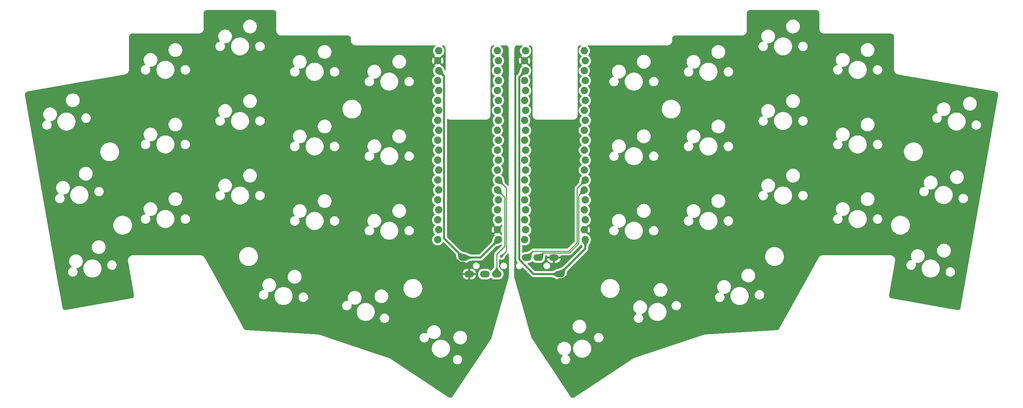
<source format=gtl>
G04 #@! TF.GenerationSoftware,KiCad,Pcbnew,7.0.1*
G04 #@! TF.CreationDate,2023-04-25T00:34:02-04:00*
G04 #@! TF.ProjectId,tenax,74656e61-782e-46b6-9963-61645f706362,rev?*
G04 #@! TF.SameCoordinates,Original*
G04 #@! TF.FileFunction,Copper,L1,Top*
G04 #@! TF.FilePolarity,Positive*
%FSLAX46Y46*%
G04 Gerber Fmt 4.6, Leading zero omitted, Abs format (unit mm)*
G04 Created by KiCad (PCBNEW 7.0.1) date 2023-04-25 00:34:02*
%MOMM*%
%LPD*%
G01*
G04 APERTURE LIST*
G04 #@! TA.AperFunction,ComponentPad*
%ADD10O,2.500000X1.700000*%
G04 #@! TD*
G04 #@! TA.AperFunction,ComponentPad*
%ADD11C,1.879600*%
G04 #@! TD*
G04 #@! TA.AperFunction,ViaPad*
%ADD12C,0.800000*%
G04 #@! TD*
G04 #@! TA.AperFunction,Conductor*
%ADD13C,0.250000*%
G04 #@! TD*
G04 #@! TA.AperFunction,Conductor*
%ADD14C,0.500000*%
G04 #@! TD*
G04 APERTURE END LIST*
D10*
X145073997Y-118754002D03*
X148073997Y-118754002D03*
X139573997Y-114554002D03*
X141073997Y-118754002D03*
X158673998Y-114554000D03*
X155673998Y-114554000D03*
X164173998Y-118754000D03*
X162673998Y-114554000D03*
D11*
X148267001Y-61704002D03*
X148521001Y-64244002D03*
X148267001Y-66784002D03*
X148521001Y-69324002D03*
X148267001Y-71864002D03*
X148521001Y-74404002D03*
X148267001Y-76944002D03*
X148521001Y-79484002D03*
X148267001Y-82024002D03*
X148521001Y-84564002D03*
X148267001Y-87104002D03*
X148521001Y-89644002D03*
X148267001Y-92184002D03*
X148521001Y-94724002D03*
X148267001Y-97264002D03*
X148521001Y-99804002D03*
X148267001Y-102344002D03*
X148521001Y-104884002D03*
X148267001Y-107424002D03*
X148521001Y-109964002D03*
X133027001Y-109964002D03*
X133281001Y-107424002D03*
X133027001Y-104884002D03*
X133281001Y-102344002D03*
X133027001Y-99804002D03*
X133281001Y-97264002D03*
X133027001Y-94724002D03*
X133281001Y-92184002D03*
X133027001Y-89644002D03*
X133281001Y-87104002D03*
X133027001Y-84564002D03*
X133281001Y-82024002D03*
X133027001Y-79484002D03*
X133281001Y-76944002D03*
X133027001Y-74404002D03*
X133281001Y-71864002D03*
X133027001Y-69324002D03*
X133281001Y-66784002D03*
X133027001Y-64244002D03*
X133281001Y-61704002D03*
X170466997Y-61704001D03*
X170720997Y-64244001D03*
X170466997Y-66784001D03*
X170720997Y-69324001D03*
X170466997Y-71864001D03*
X170720997Y-74404001D03*
X170466997Y-76944001D03*
X170720997Y-79484001D03*
X170466997Y-82024001D03*
X170720997Y-84564001D03*
X170466997Y-87104001D03*
X170720997Y-89644001D03*
X170466997Y-92184001D03*
X170720997Y-94724001D03*
X170466997Y-97264001D03*
X170720997Y-99804001D03*
X170466997Y-102344001D03*
X170720997Y-104884001D03*
X170466997Y-107424001D03*
X170720997Y-109964001D03*
X155226997Y-109964001D03*
X155480997Y-107424001D03*
X155226997Y-104884001D03*
X155480997Y-102344001D03*
X155226997Y-99804001D03*
X155480997Y-97264001D03*
X155226997Y-94724001D03*
X155480997Y-92184001D03*
X155226997Y-89644001D03*
X155480997Y-87104001D03*
X155226997Y-84564001D03*
X155480997Y-82024001D03*
X155226997Y-79484001D03*
X155480997Y-76944001D03*
X155226997Y-74404001D03*
X155480997Y-71864001D03*
X155226997Y-69324001D03*
X155480997Y-66784001D03*
X155226997Y-64244001D03*
X155480997Y-61704001D03*
D12*
X150281000Y-93319000D03*
X202748999Y-59079001D03*
X38233806Y-71789407D03*
X167100000Y-109425000D03*
X120648999Y-96628999D03*
X120648999Y-77579002D03*
X158575000Y-110975000D03*
X149315800Y-114172400D03*
D13*
X150564000Y-96767001D02*
X150564000Y-112924200D01*
X150564000Y-112924200D02*
X149315800Y-114172400D01*
X148521001Y-94724002D02*
X150564000Y-96767001D01*
X150114000Y-111652977D02*
X148073997Y-113692980D01*
X148073997Y-113692980D02*
X148073997Y-118754002D01*
X150114000Y-99111001D02*
X150114000Y-111652977D01*
X148267001Y-97264002D02*
X150114000Y-99111001D01*
D14*
X143931001Y-114554002D02*
X148521001Y-109964002D01*
X153837686Y-68427312D02*
X153837686Y-115062729D01*
X139573997Y-114554002D02*
X143931001Y-114554002D01*
X153837686Y-115062729D02*
X157528957Y-118754000D01*
X155480997Y-66784001D02*
X153837686Y-68427312D01*
X170720997Y-112207001D02*
X164173998Y-118754000D01*
X170720997Y-109964001D02*
X170720997Y-112207001D01*
X134670312Y-109650317D02*
X139573997Y-114554002D01*
X133281001Y-66784002D02*
X134670312Y-68173313D01*
X157528957Y-118754000D02*
X164173998Y-118754000D01*
X134670312Y-68173313D02*
X134670312Y-109650317D01*
D13*
X157352518Y-112875480D02*
X155673998Y-114554000D01*
X168600480Y-110713802D02*
X166438802Y-112875480D01*
X166438802Y-112875480D02*
X157352518Y-112875480D01*
X170720997Y-94724001D02*
X168600480Y-96844518D01*
X168600480Y-96844518D02*
X168600480Y-110713802D01*
X169050000Y-98680998D02*
X170466997Y-97264001D01*
X159902998Y-113325000D02*
X166625000Y-113325000D01*
X169050000Y-110900000D02*
X169050000Y-98680998D01*
X166625000Y-113325000D02*
X169050000Y-110900000D01*
X158673998Y-114554000D02*
X159902998Y-113325000D01*
G04 #@! TA.AperFunction,Conductor*
G36*
X160088845Y-113212195D02*
G01*
X160091513Y-113219633D01*
X160091513Y-113448740D01*
X160091245Y-113451230D01*
X160058008Y-113603808D01*
X160026700Y-113778841D01*
X160024507Y-113791103D01*
X160009195Y-113892012D01*
X159991001Y-114011911D01*
X159957502Y-114266182D01*
X159957500Y-114266202D01*
X159925202Y-114543654D01*
X159921361Y-114551038D01*
X159913581Y-114554000D01*
X158681121Y-114554000D01*
X158674448Y-114551911D01*
X158670159Y-114546388D01*
X158470825Y-114011903D01*
X158361638Y-113719136D01*
X158361332Y-113711901D01*
X158365344Y-113705872D01*
X158372135Y-113703358D01*
X158703097Y-113690200D01*
X159050201Y-113632900D01*
X159397305Y-113532100D01*
X159744409Y-113387800D01*
X160055226Y-113219633D01*
X160074245Y-113209343D01*
X160082057Y-113208150D01*
X160088845Y-113212195D01*
G37*
G04 #@! TD.AperFunction*
G04 #@! TA.AperFunction,Conductor*
G36*
X149800771Y-113526000D02*
G01*
X149962199Y-113687428D01*
X149965618Y-113695262D01*
X149962796Y-113703331D01*
X149859091Y-113823885D01*
X149802199Y-113930616D01*
X149772247Y-114035991D01*
X149742415Y-114160156D01*
X149742097Y-114161244D01*
X149689400Y-114313757D01*
X149685837Y-114318920D01*
X149680119Y-114321500D01*
X149673890Y-114320756D01*
X149319604Y-114174963D01*
X149315783Y-114172416D01*
X149313236Y-114168595D01*
X149309990Y-114160707D01*
X149167442Y-113814307D01*
X149166699Y-113808080D01*
X149169279Y-113802362D01*
X149174439Y-113798800D01*
X149326969Y-113746095D01*
X149328024Y-113745786D01*
X149452210Y-113715949D01*
X149552553Y-113687428D01*
X149557581Y-113685999D01*
X149557581Y-113685998D01*
X149557584Y-113685998D01*
X149664312Y-113629107D01*
X149784871Y-113525401D01*
X149792937Y-113522581D01*
X149800771Y-113526000D01*
G37*
G04 #@! TD.AperFunction*
G04 #@! TA.AperFunction,Conductor*
G36*
X163455419Y-117975949D02*
G01*
X164167651Y-118746056D01*
X164170761Y-118754000D01*
X164167651Y-118761944D01*
X163455419Y-119532050D01*
X163448271Y-119535717D01*
X163440444Y-119533910D01*
X163173772Y-119360236D01*
X162898833Y-119217180D01*
X162898832Y-119217179D01*
X162898829Y-119217178D01*
X162623885Y-119110119D01*
X162348938Y-119039058D01*
X162084218Y-119005303D01*
X162076917Y-119001429D01*
X162073998Y-118993697D01*
X162073998Y-118514303D01*
X162076917Y-118506571D01*
X162084218Y-118502697D01*
X162182859Y-118490118D01*
X162348941Y-118468940D01*
X162623885Y-118397880D01*
X162898829Y-118290821D01*
X163079461Y-118196833D01*
X163173772Y-118147762D01*
X163251808Y-118096939D01*
X163440446Y-117974088D01*
X163448271Y-117972282D01*
X163455419Y-117975949D01*
G37*
G04 #@! TD.AperFunction*
G04 #@! TA.AperFunction,Conductor*
G36*
X149389526Y-94371301D02*
G01*
X149393004Y-94376700D01*
X149512963Y-94772482D01*
X149513389Y-94774534D01*
X149550158Y-95093035D01*
X149550167Y-95093116D01*
X149579964Y-95368049D01*
X149682719Y-95643579D01*
X149931957Y-95956517D01*
X149934486Y-95964466D01*
X149931078Y-95972079D01*
X149769078Y-96134079D01*
X149761465Y-96137487D01*
X149753516Y-96134958D01*
X149440578Y-95885720D01*
X149165048Y-95782965D01*
X148890083Y-95753164D01*
X148890002Y-95753155D01*
X148571533Y-95716390D01*
X148569481Y-95715964D01*
X148173699Y-95596005D01*
X148168300Y-95592527D01*
X148165551Y-95586722D01*
X148166278Y-95580344D01*
X148518440Y-94727782D01*
X148520979Y-94723980D01*
X148524781Y-94721441D01*
X149377343Y-94369279D01*
X149383721Y-94368552D01*
X149389526Y-94371301D01*
G37*
G04 #@! TD.AperFunction*
G04 #@! TA.AperFunction,Conductor*
G36*
X140307550Y-113774091D02*
G01*
X140574221Y-113947764D01*
X140770833Y-114050065D01*
X140849165Y-114090823D01*
X141124109Y-114197882D01*
X141399053Y-114268942D01*
X141540441Y-114286971D01*
X141663777Y-114302699D01*
X141671078Y-114306573D01*
X141673997Y-114314305D01*
X141673997Y-114793699D01*
X141671078Y-114801431D01*
X141663777Y-114805305D01*
X141399055Y-114839060D01*
X141124108Y-114910121D01*
X140849160Y-115017182D01*
X140574221Y-115160238D01*
X140307550Y-115333912D01*
X140299723Y-115335719D01*
X140292575Y-115332052D01*
X140001366Y-115017180D01*
X139580342Y-114561944D01*
X139577233Y-114554002D01*
X139580342Y-114546059D01*
X140292576Y-113775950D01*
X140299723Y-113772284D01*
X140307550Y-113774091D01*
G37*
G04 #@! TD.AperFunction*
G04 #@! TA.AperFunction,Conductor*
G36*
X169610655Y-96909278D02*
G01*
X170463214Y-97261439D01*
X170467018Y-97263979D01*
X170469559Y-97267785D01*
X170821718Y-98120340D01*
X170822446Y-98126721D01*
X170819697Y-98132526D01*
X170814298Y-98136004D01*
X170418515Y-98255963D01*
X170416463Y-98256389D01*
X170097993Y-98293154D01*
X170097912Y-98293163D01*
X169822947Y-98322964D01*
X169547417Y-98425719D01*
X169234481Y-98674957D01*
X169226532Y-98677486D01*
X169218919Y-98674078D01*
X169056919Y-98512078D01*
X169053511Y-98504465D01*
X169056039Y-98496518D01*
X169305275Y-98183579D01*
X169305274Y-98183579D01*
X169305276Y-98183578D01*
X169408032Y-97908048D01*
X169408031Y-97908048D01*
X169408033Y-97908046D01*
X169437838Y-97633034D01*
X169474607Y-97314527D01*
X169475030Y-97312486D01*
X169594994Y-96916697D01*
X169598471Y-96911300D01*
X169604276Y-96908551D01*
X169610655Y-96909278D01*
G37*
G04 #@! TD.AperFunction*
G04 #@! TA.AperFunction,Conductor*
G36*
X165366378Y-117221781D02*
G01*
X165707743Y-117563146D01*
X165710906Y-117568946D01*
X165710422Y-117575534D01*
X165653668Y-117726579D01*
X165594262Y-117920190D01*
X165534861Y-118149285D01*
X165475449Y-118413930D01*
X165417852Y-118704914D01*
X165413949Y-118711560D01*
X165406758Y-118714336D01*
X164181393Y-118754441D01*
X164174665Y-118752577D01*
X164170196Y-118747214D01*
X164155470Y-118711560D01*
X163827273Y-117916969D01*
X163826603Y-117910269D01*
X163829738Y-117904308D01*
X163835638Y-117901063D01*
X164129437Y-117838184D01*
X164436958Y-117736369D01*
X164744479Y-117598554D01*
X165052000Y-117424739D01*
X165351511Y-117220388D01*
X165359195Y-117218405D01*
X165366378Y-117221781D01*
G37*
G04 #@! TD.AperFunction*
G04 #@! TA.AperFunction,Conductor*
G36*
X154624323Y-66429141D02*
G01*
X155477214Y-66781439D01*
X155481018Y-66783979D01*
X155483559Y-66787785D01*
X155835855Y-67640672D01*
X155836601Y-67646945D01*
X155833977Y-67652691D01*
X155828749Y-67656236D01*
X155448684Y-67783222D01*
X155447337Y-67783584D01*
X155148078Y-67845246D01*
X154893222Y-67905224D01*
X154635944Y-68030912D01*
X154336911Y-68282931D01*
X154328873Y-68285673D01*
X154321098Y-68282257D01*
X153982740Y-67943899D01*
X153979324Y-67936124D01*
X153982065Y-67928088D01*
X154234085Y-67629052D01*
X154359772Y-67371776D01*
X154419747Y-67116931D01*
X154481413Y-66817651D01*
X154481771Y-66816319D01*
X154608761Y-66436247D01*
X154612306Y-66431020D01*
X154618052Y-66428396D01*
X154624323Y-66429141D01*
G37*
G04 #@! TD.AperFunction*
G04 #@! TA.AperFunction,Conductor*
G36*
X169864655Y-94369278D02*
G01*
X170717214Y-94721439D01*
X170721018Y-94723979D01*
X170723559Y-94727785D01*
X171075718Y-95580340D01*
X171076446Y-95586721D01*
X171073697Y-95592526D01*
X171068298Y-95596004D01*
X170672515Y-95715963D01*
X170670463Y-95716389D01*
X170351993Y-95753154D01*
X170351912Y-95753163D01*
X170076947Y-95782964D01*
X169801417Y-95885719D01*
X169488481Y-96134957D01*
X169480532Y-96137486D01*
X169472919Y-96134078D01*
X169310919Y-95972078D01*
X169307511Y-95964465D01*
X169310039Y-95956518D01*
X169559275Y-95643579D01*
X169559274Y-95643579D01*
X169559276Y-95643578D01*
X169662032Y-95368048D01*
X169662031Y-95368048D01*
X169662033Y-95368046D01*
X169691838Y-95093034D01*
X169728607Y-94774527D01*
X169729030Y-94772486D01*
X169848994Y-94376697D01*
X169852471Y-94371300D01*
X169858276Y-94368551D01*
X169864655Y-94369278D01*
G37*
G04 #@! TD.AperFunction*
G04 #@! TA.AperFunction,Conductor*
G36*
X156954548Y-113109951D02*
G01*
X157120037Y-113275440D01*
X157123029Y-113280553D01*
X157123133Y-113286476D01*
X157082957Y-113451790D01*
X157041228Y-113661037D01*
X156999503Y-113907813D01*
X156957775Y-114192152D01*
X156917326Y-114504167D01*
X156913589Y-114511324D01*
X156906106Y-114514357D01*
X155681393Y-114554441D01*
X155674665Y-114552577D01*
X155670196Y-114547214D01*
X155327912Y-113718514D01*
X155327330Y-113711395D01*
X155330995Y-113705265D01*
X155337537Y-113702408D01*
X155647115Y-113670862D01*
X155895676Y-113612284D01*
X155972314Y-113594224D01*
X156092451Y-113549841D01*
X156297512Y-113474087D01*
X156622710Y-113310449D01*
X156939990Y-113108355D01*
X156947549Y-113106594D01*
X156954548Y-113109951D01*
G37*
G04 #@! TD.AperFunction*
G04 #@! TA.AperFunction,Conductor*
G36*
X148197989Y-117055677D02*
G01*
X148202294Y-117060224D01*
X148343994Y-117327619D01*
X148488997Y-117564237D01*
X148633996Y-117763845D01*
X148778996Y-117926445D01*
X148913548Y-118042989D01*
X148917139Y-118048620D01*
X148917062Y-118055299D01*
X148913344Y-118060848D01*
X148081453Y-118748835D01*
X148073997Y-118751519D01*
X148066541Y-118748835D01*
X147234649Y-118060848D01*
X147230931Y-118055299D01*
X147230854Y-118048620D01*
X147234443Y-118042990D01*
X147368997Y-117926445D01*
X147513997Y-117763845D01*
X147658996Y-117564237D01*
X147803996Y-117327623D01*
X147945699Y-117060224D01*
X147950005Y-117055677D01*
X147956038Y-117054002D01*
X148191956Y-117054002D01*
X148197989Y-117055677D01*
G37*
G04 #@! TD.AperFunction*
G04 #@! TA.AperFunction,Conductor*
G36*
X170725485Y-109964865D02*
G01*
X171577678Y-110318837D01*
X171582641Y-110322745D01*
X171584849Y-110328663D01*
X171583658Y-110334867D01*
X171404708Y-110693397D01*
X171404013Y-110694605D01*
X171235986Y-110949848D01*
X171098201Y-111172444D01*
X171005155Y-111443240D01*
X170971910Y-111832896D01*
X170968166Y-111840519D01*
X170960252Y-111843601D01*
X170481742Y-111843601D01*
X170473828Y-111840519D01*
X170470084Y-111832896D01*
X170460010Y-111714839D01*
X170436838Y-111443242D01*
X170343792Y-111172446D01*
X170205998Y-110949834D01*
X170037974Y-110694598D01*
X170037287Y-110693404D01*
X169858334Y-110334866D01*
X169857144Y-110328663D01*
X169859352Y-110322745D01*
X169864315Y-110318837D01*
X170716509Y-109964865D01*
X170720997Y-109963970D01*
X170725485Y-109964865D01*
G37*
G04 #@! TD.AperFunction*
G04 #@! TA.AperFunction,Conductor*
G36*
X138396483Y-113020391D02*
G01*
X138695991Y-113224739D01*
X138695994Y-113224741D01*
X139003515Y-113398556D01*
X139311036Y-113536371D01*
X139618557Y-113638186D01*
X139909222Y-113700394D01*
X139912355Y-113701065D01*
X139918256Y-113704310D01*
X139921391Y-113710271D01*
X139920720Y-113716973D01*
X139577798Y-114547216D01*
X139573329Y-114552579D01*
X139566601Y-114554443D01*
X138341236Y-114514337D01*
X138334045Y-114511561D01*
X138330142Y-114504915D01*
X138272544Y-114213932D01*
X138272541Y-114213916D01*
X138213136Y-113949302D01*
X138153731Y-113720191D01*
X138094326Y-113526583D01*
X138037571Y-113375534D01*
X138037088Y-113368948D01*
X138040249Y-113363150D01*
X138381617Y-113021782D01*
X138388799Y-113018407D01*
X138396483Y-113020391D01*
G37*
G04 #@! TD.AperFunction*
G04 #@! TA.AperFunction,Conductor*
G36*
X134149691Y-66431021D02*
G01*
X134153236Y-66436249D01*
X134280222Y-66816313D01*
X134280584Y-66817660D01*
X134342246Y-67116918D01*
X134402224Y-67371774D01*
X134527912Y-67629053D01*
X134779931Y-67928087D01*
X134782673Y-67936125D01*
X134779257Y-67943900D01*
X134440899Y-68282258D01*
X134433124Y-68285674D01*
X134425086Y-68282932D01*
X134424286Y-68282258D01*
X134126052Y-68030913D01*
X133868776Y-67905226D01*
X133868774Y-67905225D01*
X133868773Y-67905225D01*
X133741525Y-67875278D01*
X133613931Y-67845250D01*
X133613920Y-67845247D01*
X133613917Y-67845247D01*
X133314659Y-67783585D01*
X133313312Y-67783223D01*
X132933248Y-67656237D01*
X132928020Y-67652692D01*
X132925396Y-67646946D01*
X132926141Y-67640675D01*
X133278440Y-66787782D01*
X133280979Y-66783980D01*
X133284781Y-66781441D01*
X134137674Y-66429142D01*
X134143945Y-66428397D01*
X134149691Y-66431021D01*
G37*
G04 #@! TD.AperFunction*
G04 #@! TA.AperFunction,Conductor*
G36*
X149135526Y-96911301D02*
G01*
X149139004Y-96916700D01*
X149258963Y-97312482D01*
X149259389Y-97314534D01*
X149296158Y-97633035D01*
X149296167Y-97633116D01*
X149325964Y-97908049D01*
X149428719Y-98183579D01*
X149677957Y-98496517D01*
X149680486Y-98504466D01*
X149677078Y-98512079D01*
X149515078Y-98674079D01*
X149507465Y-98677487D01*
X149499516Y-98674958D01*
X149186578Y-98425720D01*
X148911048Y-98322965D01*
X148636083Y-98293164D01*
X148636002Y-98293155D01*
X148317533Y-98256390D01*
X148315481Y-98255964D01*
X147919699Y-98136005D01*
X147914300Y-98132527D01*
X147911551Y-98126722D01*
X147912278Y-98120344D01*
X148264440Y-97267782D01*
X148266979Y-97263980D01*
X148270781Y-97261441D01*
X149123343Y-96909279D01*
X149129721Y-96908552D01*
X149135526Y-96911301D01*
G37*
G04 #@! TD.AperFunction*
G04 #@! TA.AperFunction,Conductor*
G36*
X147664327Y-109609142D02*
G01*
X148517218Y-109961440D01*
X148521022Y-109963980D01*
X148523563Y-109967786D01*
X148875859Y-110820673D01*
X148876605Y-110826946D01*
X148873981Y-110832692D01*
X148868753Y-110836237D01*
X148488688Y-110963223D01*
X148487341Y-110963585D01*
X148188082Y-111025247D01*
X147933226Y-111085225D01*
X147675948Y-111210913D01*
X147376915Y-111462932D01*
X147368877Y-111465674D01*
X147361102Y-111462258D01*
X147022744Y-111123900D01*
X147019328Y-111116125D01*
X147022069Y-111108089D01*
X147274089Y-110809053D01*
X147399776Y-110551777D01*
X147459751Y-110296932D01*
X147521417Y-109997652D01*
X147521775Y-109996320D01*
X147648765Y-109616248D01*
X147652310Y-109611021D01*
X147658056Y-109608397D01*
X147664327Y-109609142D01*
G37*
G04 #@! TD.AperFunction*
G04 #@! TA.AperFunction,Conductor*
G36*
X91080161Y-51305108D02*
G01*
X91101806Y-51307239D01*
X91207874Y-51317686D01*
X91232088Y-51322502D01*
X91348944Y-51357950D01*
X91371763Y-51367402D01*
X91479456Y-51424965D01*
X91499991Y-51438686D01*
X91594383Y-51516151D01*
X91611847Y-51533615D01*
X91689312Y-51628006D01*
X91703034Y-51648543D01*
X91760597Y-51756237D01*
X91770049Y-51779056D01*
X91805495Y-51895904D01*
X91810314Y-51920130D01*
X91822892Y-52047836D01*
X91823499Y-52060186D01*
X91823499Y-56554004D01*
X91823499Y-56652420D01*
X91854291Y-56846829D01*
X91861381Y-56868650D01*
X91915114Y-57034025D01*
X92004476Y-57209409D01*
X92119267Y-57367403D01*
X92120172Y-57368648D01*
X92259353Y-57507829D01*
X92320047Y-57551926D01*
X92418591Y-57623523D01*
X92446219Y-57637600D01*
X92593973Y-57712885D01*
X92781172Y-57773709D01*
X92975581Y-57804501D01*
X93049324Y-57804501D01*
X110054764Y-57804501D01*
X110054768Y-57804502D01*
X110079829Y-57804502D01*
X110117812Y-57804502D01*
X110130161Y-57805109D01*
X110151424Y-57807203D01*
X110257873Y-57817687D01*
X110282089Y-57822503D01*
X110398936Y-57857949D01*
X110398943Y-57857951D01*
X110421762Y-57867402D01*
X110529455Y-57924965D01*
X110549991Y-57938687D01*
X110644384Y-58016154D01*
X110661846Y-58033616D01*
X110739311Y-58128007D01*
X110753033Y-58148544D01*
X110810596Y-58256237D01*
X110820048Y-58279056D01*
X110855494Y-58395903D01*
X110860313Y-58420130D01*
X110872891Y-58547838D01*
X110873498Y-58560188D01*
X110873498Y-59062017D01*
X110873499Y-59062022D01*
X110873499Y-59152417D01*
X110904290Y-59346826D01*
X110917532Y-59387580D01*
X110965113Y-59534023D01*
X111054475Y-59709407D01*
X111170173Y-59868649D01*
X111309349Y-60007825D01*
X111468592Y-60123523D01*
X111468594Y-60123524D01*
X111643973Y-60212885D01*
X111831173Y-60273709D01*
X112025582Y-60304501D01*
X112099325Y-60304501D01*
X130124258Y-60304501D01*
X130124262Y-60304502D01*
X130149323Y-60304502D01*
X130198671Y-60304502D01*
X132354074Y-60304502D01*
X132414043Y-60319688D01*
X132459557Y-60361586D01*
X132479644Y-60420097D01*
X132469462Y-60481115D01*
X132431465Y-60529934D01*
X132296731Y-60634801D01*
X132134172Y-60811388D01*
X132002893Y-61012325D01*
X131906477Y-61232132D01*
X131847559Y-61464798D01*
X131847558Y-61464803D01*
X131827737Y-61704002D01*
X131847558Y-61943201D01*
X131847558Y-61943204D01*
X131847559Y-61943205D01*
X131906477Y-62175871D01*
X131906478Y-62175874D01*
X131906479Y-62175876D01*
X132002893Y-62395679D01*
X132134172Y-62596615D01*
X132296732Y-62773203D01*
X132311108Y-62784392D01*
X132349105Y-62833208D01*
X132359288Y-62894227D01*
X132339202Y-62952738D01*
X132293688Y-62994637D01*
X132232417Y-63027795D01*
X132197322Y-63055111D01*
X132197322Y-63055113D01*
X133027000Y-63884791D01*
X133027001Y-63884791D01*
X133878289Y-63033501D01*
X133907413Y-63011784D01*
X134031707Y-62944521D01*
X134075858Y-62920628D01*
X134085476Y-62913142D01*
X134265270Y-62773203D01*
X134427830Y-62596615D01*
X134559109Y-62395679D01*
X134655523Y-62175876D01*
X134714444Y-61943201D01*
X134734265Y-61704002D01*
X134714444Y-61464803D01*
X134655523Y-61232128D01*
X134559109Y-61012325D01*
X134427830Y-60811389D01*
X134265270Y-60634801D01*
X134247919Y-60621296D01*
X134130537Y-60529934D01*
X134092540Y-60481115D01*
X134082358Y-60420097D01*
X134102445Y-60361586D01*
X134147959Y-60319688D01*
X134207928Y-60304502D01*
X134229830Y-60304502D01*
X134267813Y-60304502D01*
X134280162Y-60305109D01*
X134301425Y-60307203D01*
X134407874Y-60317687D01*
X134432090Y-60322503D01*
X134548943Y-60357950D01*
X134571761Y-60367402D01*
X134582498Y-60373141D01*
X134679447Y-60424962D01*
X134679455Y-60424966D01*
X134699986Y-60438684D01*
X134794383Y-60516152D01*
X134811845Y-60533614D01*
X134824156Y-60548615D01*
X134889313Y-60628010D01*
X134903033Y-60648543D01*
X134925322Y-60690243D01*
X134960597Y-60756239D01*
X134970048Y-60779057D01*
X135005494Y-60895903D01*
X135010313Y-60920131D01*
X135022892Y-61047857D01*
X135023499Y-61060206D01*
X135023499Y-66649187D01*
X135009269Y-66707355D01*
X134969792Y-66752384D01*
X134913987Y-66774104D01*
X134854457Y-66767607D01*
X134804649Y-66734362D01*
X134777336Y-66684649D01*
X134776671Y-66684850D01*
X134767259Y-66653597D01*
X134767256Y-66653586D01*
X134664379Y-66345682D01*
X134661743Y-66336689D01*
X134659493Y-66327807D01*
X134655523Y-66312128D01*
X134647951Y-66294866D01*
X134647943Y-66294847D01*
X134643826Y-66284167D01*
X134640270Y-66273522D01*
X134626642Y-66245958D01*
X134624218Y-66240761D01*
X134559109Y-66092325D01*
X134427830Y-65891389D01*
X134265270Y-65714801D01*
X134242076Y-65696748D01*
X134075859Y-65567376D01*
X133907417Y-65476221D01*
X133878290Y-65454502D01*
X133027001Y-64603212D01*
X133027000Y-64603212D01*
X132197321Y-65432890D01*
X132197322Y-65432891D01*
X132232416Y-65460207D01*
X132293686Y-65493364D01*
X132339200Y-65535261D01*
X132359287Y-65593770D01*
X132349107Y-65654788D01*
X132311112Y-65703607D01*
X132296735Y-65714797D01*
X132134172Y-65891388D01*
X132002893Y-66092325D01*
X131906477Y-66312132D01*
X131847559Y-66544798D01*
X131847558Y-66544803D01*
X131827737Y-66784002D01*
X131847558Y-67023201D01*
X131847558Y-67023204D01*
X131847559Y-67023205D01*
X131906477Y-67255871D01*
X131906478Y-67255874D01*
X131906479Y-67255876D01*
X132002893Y-67475679D01*
X132134172Y-67676615D01*
X132296732Y-67853203D01*
X132302090Y-67857373D01*
X132310677Y-67864057D01*
X132348674Y-67912875D01*
X132358857Y-67973893D01*
X132338770Y-68032404D01*
X132293257Y-68074302D01*
X132232144Y-68107374D01*
X132042731Y-68254801D01*
X131880172Y-68431388D01*
X131748893Y-68632325D01*
X131652477Y-68852132D01*
X131593559Y-69084798D01*
X131593558Y-69084803D01*
X131573737Y-69324002D01*
X131593558Y-69563201D01*
X131593558Y-69563204D01*
X131593559Y-69563205D01*
X131652477Y-69795871D01*
X131652478Y-69795874D01*
X131652479Y-69795876D01*
X131748893Y-70015679D01*
X131880172Y-70216615D01*
X132042732Y-70393203D01*
X132056676Y-70404056D01*
X132232142Y-70540627D01*
X132293256Y-70573700D01*
X132338769Y-70615598D01*
X132358857Y-70674107D01*
X132348675Y-70735126D01*
X132310680Y-70783944D01*
X132296734Y-70794798D01*
X132134172Y-70971388D01*
X132002893Y-71172325D01*
X131906477Y-71392132D01*
X131847559Y-71624798D01*
X131847558Y-71624803D01*
X131827737Y-71864002D01*
X131847558Y-72103201D01*
X131847558Y-72103204D01*
X131847559Y-72103205D01*
X131906477Y-72335871D01*
X131906478Y-72335874D01*
X131906479Y-72335876D01*
X132002893Y-72555679D01*
X132134172Y-72756615D01*
X132296732Y-72933203D01*
X132307037Y-72941224D01*
X132310677Y-72944057D01*
X132348674Y-72992875D01*
X132358857Y-73053893D01*
X132338770Y-73112404D01*
X132293257Y-73154302D01*
X132232144Y-73187374D01*
X132042731Y-73334801D01*
X131880172Y-73511388D01*
X131748893Y-73712325D01*
X131652477Y-73932132D01*
X131593559Y-74164798D01*
X131593558Y-74164803D01*
X131573737Y-74404002D01*
X131593558Y-74643201D01*
X131593558Y-74643204D01*
X131593559Y-74643205D01*
X131652477Y-74875871D01*
X131652478Y-74875874D01*
X131652479Y-74875876D01*
X131748893Y-75095679D01*
X131880172Y-75296615D01*
X132042732Y-75473203D01*
X132056676Y-75484056D01*
X132232142Y-75620627D01*
X132293256Y-75653700D01*
X132338769Y-75695598D01*
X132358857Y-75754107D01*
X132348675Y-75815126D01*
X132310680Y-75863944D01*
X132296734Y-75874798D01*
X132134172Y-76051388D01*
X132002893Y-76252325D01*
X131906477Y-76472132D01*
X131847559Y-76704798D01*
X131847558Y-76704803D01*
X131827737Y-76944002D01*
X131847558Y-77183201D01*
X131847558Y-77183204D01*
X131847559Y-77183205D01*
X131906477Y-77415871D01*
X131906478Y-77415874D01*
X131906479Y-77415876D01*
X132002893Y-77635679D01*
X132134172Y-77836615D01*
X132296732Y-78013203D01*
X132300705Y-78016295D01*
X132310677Y-78024057D01*
X132348674Y-78072875D01*
X132358857Y-78133893D01*
X132338770Y-78192404D01*
X132293257Y-78234302D01*
X132232144Y-78267374D01*
X132042731Y-78414801D01*
X131880172Y-78591388D01*
X131748893Y-78792325D01*
X131652477Y-79012132D01*
X131593559Y-79244798D01*
X131593558Y-79244803D01*
X131573737Y-79484002D01*
X131593558Y-79723201D01*
X131593558Y-79723204D01*
X131593559Y-79723205D01*
X131652477Y-79955871D01*
X131652478Y-79955874D01*
X131652479Y-79955876D01*
X131748893Y-80175679D01*
X131880172Y-80376615D01*
X132042732Y-80553203D01*
X132056676Y-80564056D01*
X132232142Y-80700627D01*
X132293256Y-80733700D01*
X132338769Y-80775598D01*
X132358857Y-80834107D01*
X132348675Y-80895126D01*
X132310680Y-80943944D01*
X132296734Y-80954798D01*
X132134172Y-81131388D01*
X132002893Y-81332325D01*
X131906477Y-81552132D01*
X131847559Y-81784798D01*
X131847558Y-81784803D01*
X131827737Y-82024002D01*
X131847558Y-82263201D01*
X131847558Y-82263204D01*
X131847559Y-82263205D01*
X131906477Y-82495871D01*
X131906478Y-82495874D01*
X131906479Y-82495876D01*
X132002893Y-82715679D01*
X132134172Y-82916615D01*
X132296732Y-83093203D01*
X132307037Y-83101224D01*
X132310677Y-83104057D01*
X132348674Y-83152875D01*
X132358857Y-83213893D01*
X132338770Y-83272404D01*
X132293257Y-83314302D01*
X132232144Y-83347374D01*
X132042731Y-83494801D01*
X131880172Y-83671388D01*
X131748893Y-83872325D01*
X131652477Y-84092132D01*
X131593559Y-84324798D01*
X131593558Y-84324803D01*
X131573737Y-84564002D01*
X131593558Y-84803201D01*
X131593558Y-84803204D01*
X131593559Y-84803205D01*
X131652477Y-85035871D01*
X131652478Y-85035874D01*
X131652479Y-85035876D01*
X131748893Y-85255679D01*
X131880172Y-85456615D01*
X132042732Y-85633203D01*
X132108108Y-85684087D01*
X132232142Y-85780627D01*
X132293256Y-85813700D01*
X132338769Y-85855598D01*
X132358857Y-85914107D01*
X132348675Y-85975126D01*
X132310680Y-86023944D01*
X132296734Y-86034798D01*
X132134172Y-86211388D01*
X132002893Y-86412325D01*
X131906477Y-86632132D01*
X131847559Y-86864798D01*
X131847558Y-86864803D01*
X131827737Y-87104002D01*
X131847558Y-87343201D01*
X131847558Y-87343204D01*
X131847559Y-87343205D01*
X131906477Y-87575871D01*
X131906478Y-87575874D01*
X131906479Y-87575876D01*
X132002893Y-87795679D01*
X132134172Y-87996615D01*
X132296732Y-88173203D01*
X132307037Y-88181224D01*
X132310677Y-88184057D01*
X132348674Y-88232875D01*
X132358857Y-88293893D01*
X132338770Y-88352404D01*
X132293257Y-88394302D01*
X132232144Y-88427374D01*
X132042731Y-88574801D01*
X131880172Y-88751388D01*
X131748893Y-88952325D01*
X131652477Y-89172132D01*
X131593559Y-89404798D01*
X131593558Y-89404803D01*
X131573737Y-89644002D01*
X131593558Y-89883201D01*
X131593558Y-89883204D01*
X131593559Y-89883205D01*
X131652477Y-90115871D01*
X131652478Y-90115874D01*
X131652479Y-90115876D01*
X131748893Y-90335679D01*
X131880172Y-90536615D01*
X132042732Y-90713203D01*
X132056676Y-90724056D01*
X132232142Y-90860627D01*
X132293256Y-90893700D01*
X132338769Y-90935598D01*
X132358857Y-90994107D01*
X132348675Y-91055126D01*
X132310680Y-91103944D01*
X132296734Y-91114798D01*
X132134172Y-91291388D01*
X132002893Y-91492325D01*
X131906477Y-91712132D01*
X131847559Y-91944798D01*
X131847558Y-91944803D01*
X131827737Y-92184002D01*
X131847558Y-92423201D01*
X131847558Y-92423204D01*
X131847559Y-92423205D01*
X131906477Y-92655871D01*
X131906478Y-92655874D01*
X131906479Y-92655876D01*
X132002893Y-92875679D01*
X132134172Y-93076615D01*
X132296732Y-93253203D01*
X132307037Y-93261224D01*
X132310677Y-93264057D01*
X132348674Y-93312875D01*
X132358857Y-93373893D01*
X132338770Y-93432404D01*
X132293257Y-93474302D01*
X132232144Y-93507374D01*
X132042731Y-93654801D01*
X131880172Y-93831388D01*
X131748893Y-94032325D01*
X131652477Y-94252132D01*
X131593559Y-94484798D01*
X131593558Y-94484803D01*
X131573737Y-94724002D01*
X131593558Y-94963201D01*
X131593558Y-94963204D01*
X131593559Y-94963205D01*
X131652477Y-95195871D01*
X131652478Y-95195874D01*
X131652479Y-95195876D01*
X131748893Y-95415679D01*
X131849597Y-95569817D01*
X131880172Y-95616615D01*
X132001471Y-95748382D01*
X132042732Y-95793203D01*
X132056677Y-95804057D01*
X132232142Y-95940627D01*
X132293256Y-95973700D01*
X132338769Y-96015598D01*
X132358857Y-96074107D01*
X132348675Y-96135126D01*
X132310680Y-96183944D01*
X132296734Y-96194798D01*
X132134172Y-96371388D01*
X132002893Y-96572325D01*
X131906477Y-96792132D01*
X131847559Y-97024798D01*
X131847558Y-97024803D01*
X131827737Y-97264002D01*
X131847558Y-97503201D01*
X131847558Y-97503204D01*
X131847559Y-97503205D01*
X131906477Y-97735871D01*
X131906478Y-97735874D01*
X131906479Y-97735876D01*
X132002893Y-97955679D01*
X132134172Y-98156615D01*
X132296732Y-98333203D01*
X132307037Y-98341224D01*
X132310677Y-98344057D01*
X132348674Y-98392875D01*
X132358857Y-98453893D01*
X132338770Y-98512404D01*
X132293257Y-98554302D01*
X132232144Y-98587374D01*
X132042731Y-98734801D01*
X131880172Y-98911388D01*
X131748893Y-99112325D01*
X131652477Y-99332132D01*
X131593559Y-99564798D01*
X131593558Y-99564803D01*
X131573737Y-99804002D01*
X131593558Y-100043201D01*
X131593558Y-100043204D01*
X131593559Y-100043205D01*
X131652477Y-100275871D01*
X131652478Y-100275874D01*
X131652479Y-100275876D01*
X131748893Y-100495679D01*
X131828323Y-100617255D01*
X131880172Y-100696615D01*
X131983579Y-100808946D01*
X132042732Y-100873203D01*
X132084717Y-100905881D01*
X132232142Y-101020627D01*
X132293256Y-101053700D01*
X132338769Y-101095598D01*
X132358857Y-101154107D01*
X132348675Y-101215126D01*
X132310680Y-101263944D01*
X132296734Y-101274798D01*
X132134172Y-101451388D01*
X132002893Y-101652325D01*
X131906477Y-101872132D01*
X131847559Y-102104798D01*
X131847558Y-102104803D01*
X131827737Y-102344002D01*
X131847558Y-102583201D01*
X131847558Y-102583204D01*
X131847559Y-102583205D01*
X131906477Y-102815871D01*
X131906478Y-102815874D01*
X131906479Y-102815876D01*
X132002893Y-103035679D01*
X132134172Y-103236615D01*
X132296732Y-103413203D01*
X132307037Y-103421224D01*
X132310677Y-103424057D01*
X132348674Y-103472875D01*
X132358857Y-103533893D01*
X132338770Y-103592404D01*
X132293257Y-103634302D01*
X132232144Y-103667374D01*
X132042731Y-103814801D01*
X131880172Y-103991388D01*
X131748893Y-104192325D01*
X131652477Y-104412132D01*
X131593559Y-104644798D01*
X131593558Y-104644803D01*
X131581506Y-104790243D01*
X131574228Y-104878082D01*
X131573737Y-104884002D01*
X131593558Y-105123201D01*
X131593558Y-105123204D01*
X131593559Y-105123205D01*
X131652477Y-105355871D01*
X131652478Y-105355874D01*
X131652479Y-105355876D01*
X131748893Y-105575679D01*
X131818642Y-105682437D01*
X131880172Y-105776615D01*
X131947702Y-105849973D01*
X132042732Y-105953203D01*
X132067502Y-105972482D01*
X132232142Y-106100627D01*
X132293256Y-106133700D01*
X132338769Y-106175598D01*
X132358857Y-106234107D01*
X132348675Y-106295126D01*
X132310680Y-106343944D01*
X132296734Y-106354798D01*
X132134172Y-106531388D01*
X132002893Y-106732325D01*
X131906477Y-106952132D01*
X131847559Y-107184798D01*
X131847558Y-107184803D01*
X131827737Y-107424002D01*
X131847558Y-107663201D01*
X131847558Y-107663204D01*
X131847559Y-107663205D01*
X131906477Y-107895871D01*
X131906478Y-107895874D01*
X131906479Y-107895876D01*
X132002893Y-108115679D01*
X132134172Y-108316615D01*
X132296732Y-108493203D01*
X132307037Y-108501224D01*
X132310677Y-108504057D01*
X132348674Y-108552875D01*
X132358857Y-108613893D01*
X132338770Y-108672404D01*
X132293257Y-108714302D01*
X132232144Y-108747374D01*
X132042731Y-108894801D01*
X131880172Y-109071388D01*
X131748893Y-109272325D01*
X131652477Y-109492132D01*
X131593559Y-109724798D01*
X131593558Y-109724803D01*
X131573737Y-109964002D01*
X131593558Y-110203201D01*
X131593558Y-110203204D01*
X131593559Y-110203205D01*
X131652477Y-110435871D01*
X131652478Y-110435873D01*
X131652479Y-110435876D01*
X131748893Y-110655679D01*
X131825048Y-110772242D01*
X131880172Y-110856615D01*
X132042731Y-111033202D01*
X132232141Y-111180627D01*
X132407121Y-111275320D01*
X132443232Y-111294862D01*
X132670246Y-111372797D01*
X132906991Y-111412302D01*
X133147008Y-111412302D01*
X133147011Y-111412302D01*
X133383756Y-111372797D01*
X133610770Y-111294862D01*
X133737662Y-111226192D01*
X133821860Y-111180627D01*
X133880404Y-111135060D01*
X134011270Y-111033203D01*
X134173830Y-110856615D01*
X134305109Y-110655679D01*
X134321854Y-110617502D01*
X134358825Y-110569492D01*
X134413936Y-110544291D01*
X134474439Y-110547733D01*
X134526336Y-110579022D01*
X137569767Y-113622453D01*
X137598622Y-113667234D01*
X137606698Y-113688730D01*
X137609205Y-113696084D01*
X137658688Y-113857356D01*
X137660198Y-113862691D01*
X137688633Y-113972356D01*
X137712189Y-114063206D01*
X137713429Y-114067986D01*
X137714402Y-114072012D01*
X137769728Y-114318460D01*
X137770390Y-114321592D01*
X137826414Y-114604621D01*
X137828492Y-114611865D01*
X137850142Y-114687350D01*
X137887352Y-114764952D01*
X137891255Y-114771598D01*
X137960007Y-114863382D01*
X138047414Y-114937618D01*
X138137195Y-114984394D01*
X138149118Y-114990606D01*
X138156310Y-114993382D01*
X138247888Y-115020162D01*
X138288673Y-115040711D01*
X138319453Y-115074448D01*
X138378742Y-115169570D01*
X138518938Y-115317056D01*
X138685945Y-115433296D01*
X138735990Y-115454772D01*
X138872939Y-115513542D01*
X139072256Y-115554502D01*
X139743768Y-115554502D01*
X139794248Y-115565056D01*
X139836271Y-115594950D01*
X139869310Y-115630673D01*
X139915586Y-115680709D01*
X139982134Y-115741086D01*
X140003055Y-115754249D01*
X140058185Y-115788937D01*
X140065334Y-115792604D01*
X140065336Y-115792605D01*
X140176929Y-115834251D01*
X140177478Y-115834456D01*
X140296261Y-115849207D01*
X140296261Y-115849206D01*
X140296262Y-115849207D01*
X140415235Y-115836058D01*
X140423062Y-115834251D01*
X140508499Y-115806460D01*
X140587785Y-115764204D01*
X140828333Y-115607541D01*
X140838908Y-115601366D01*
X141055408Y-115488717D01*
X141067803Y-115483100D01*
X141275117Y-115402374D01*
X141289279Y-115397804D01*
X141488474Y-115346322D01*
X141504051Y-115343329D01*
X141728728Y-115314681D01*
X141728731Y-115314680D01*
X141734372Y-115313961D01*
X141734434Y-115314452D01*
X141752336Y-115312502D01*
X143866560Y-115312502D01*
X143884821Y-115313832D01*
X143908790Y-115317343D01*
X143955254Y-115313277D01*
X143958648Y-115312981D01*
X143969629Y-115312502D01*
X143975178Y-115312502D01*
X143975181Y-115312502D01*
X144006302Y-115308863D01*
X144009890Y-115308497D01*
X144085427Y-115301889D01*
X144085431Y-115301887D01*
X144086752Y-115301772D01*
X144105857Y-115297537D01*
X144107107Y-115297081D01*
X144107114Y-115297081D01*
X144178401Y-115271134D01*
X144181770Y-115269963D01*
X144253739Y-115246116D01*
X144253740Y-115246114D01*
X144255008Y-115245695D01*
X144272614Y-115237171D01*
X144273726Y-115236439D01*
X144273733Y-115236437D01*
X144337139Y-115194732D01*
X144340162Y-115192808D01*
X144404652Y-115153032D01*
X144404653Y-115153030D01*
X144405789Y-115152330D01*
X144420960Y-115139972D01*
X144421872Y-115139004D01*
X144421875Y-115139003D01*
X144473930Y-115083826D01*
X144476449Y-115081233D01*
X147681083Y-111876599D01*
X147698266Y-111862233D01*
X147699974Y-111861045D01*
X147707834Y-111855583D01*
X147946455Y-111654476D01*
X147972331Y-111637621D01*
X148094212Y-111578078D01*
X148120641Y-111568646D01*
X148297065Y-111527127D01*
X148300370Y-111526397D01*
X148590970Y-111466520D01*
X148620613Y-111459489D01*
X148621960Y-111459127D01*
X148651414Y-111450257D01*
X149031479Y-111323271D01*
X149045724Y-111316227D01*
X149060628Y-111310015D01*
X149104770Y-111294862D01*
X149204785Y-111240737D01*
X149294532Y-111192170D01*
X149357105Y-111177011D01*
X149418998Y-111194743D01*
X149464051Y-111240737D01*
X149480500Y-111302984D01*
X149480500Y-111338382D01*
X149470909Y-111386600D01*
X149443595Y-111427478D01*
X147685330Y-113185740D01*
X147669013Y-113198812D01*
X147620367Y-113250615D01*
X147617617Y-113253453D01*
X147597865Y-113273206D01*
X147597861Y-113273210D01*
X147597862Y-113273210D01*
X147595376Y-113276413D01*
X147587684Y-113285419D01*
X147557410Y-113317658D01*
X147547649Y-113335414D01*
X147536798Y-113351932D01*
X147524382Y-113367939D01*
X147506821Y-113408519D01*
X147501601Y-113419175D01*
X147480301Y-113457920D01*
X147475264Y-113477539D01*
X147468861Y-113496241D01*
X147460815Y-113514835D01*
X147453898Y-113558504D01*
X147451492Y-113570124D01*
X147440497Y-113612950D01*
X147440497Y-113633204D01*
X147438946Y-113652914D01*
X147435776Y-113672922D01*
X147439938Y-113716941D01*
X147440497Y-113728799D01*
X147440497Y-116885591D01*
X147425830Y-116944589D01*
X147401252Y-116990969D01*
X147359625Y-117069520D01*
X147355724Y-117076356D01*
X147234283Y-117274525D01*
X147228793Y-117282742D01*
X147117349Y-117436158D01*
X147109447Y-117445965D01*
X147013190Y-117553906D01*
X147001644Y-117565286D01*
X146989188Y-117576075D01*
X146977251Y-117585227D01*
X146817475Y-117693217D01*
X146658864Y-117845233D01*
X146599965Y-117877050D01*
X146533083Y-117874209D01*
X146477095Y-117837511D01*
X146417395Y-117769678D01*
X146243138Y-117628976D01*
X146237472Y-117624401D01*
X146035588Y-117511622D01*
X146007033Y-117501533D01*
X145817547Y-117434583D01*
X145589622Y-117395502D01*
X144616284Y-117395502D01*
X144616283Y-117395502D01*
X144443578Y-117410200D01*
X144219790Y-117468471D01*
X144009067Y-117563723D01*
X143817475Y-117693218D01*
X143650521Y-117853229D01*
X143513012Y-118039155D01*
X143408901Y-118245646D01*
X143341185Y-118466761D01*
X143311812Y-118696137D01*
X143321627Y-118927177D01*
X143370347Y-119153239D01*
X143414195Y-119262359D01*
X143456571Y-119367815D01*
X143577818Y-119564732D01*
X143730599Y-119738326D01*
X143910521Y-119883602D01*
X144112406Y-119996382D01*
X144330447Y-120073421D01*
X144558372Y-120112502D01*
X145531710Y-120112502D01*
X145531711Y-120112502D01*
X145704415Y-120097803D01*
X145756542Y-120084230D01*
X145928204Y-120039532D01*
X146138926Y-119944280D01*
X146330520Y-119814785D01*
X146489129Y-119662770D01*
X146548027Y-119630953D01*
X146614910Y-119633794D01*
X146670897Y-119670491D01*
X146730599Y-119738326D01*
X146910521Y-119883602D01*
X147112406Y-119996382D01*
X147330447Y-120073421D01*
X147558372Y-120112502D01*
X148531710Y-120112502D01*
X148531711Y-120112502D01*
X148704415Y-120097803D01*
X148756542Y-120084230D01*
X148928204Y-120039532D01*
X149138926Y-119944280D01*
X149330520Y-119814785D01*
X149497473Y-119654774D01*
X149634982Y-119468849D01*
X149739092Y-119262359D01*
X149806808Y-119041245D01*
X149836181Y-118811867D01*
X149835223Y-118789327D01*
X149832909Y-118734852D01*
X149826366Y-118580824D01*
X149777646Y-118354764D01*
X149691423Y-118140189D01*
X149570176Y-117943272D01*
X149417395Y-117769678D01*
X149237473Y-117624402D01*
X149237469Y-117624400D01*
X149237467Y-117624398D01*
X149184314Y-117594704D01*
X149163270Y-117579945D01*
X149146346Y-117565286D01*
X149134807Y-117553913D01*
X149038539Y-117445960D01*
X149030646Y-117436163D01*
X148919198Y-117282741D01*
X148913708Y-117274525D01*
X148792264Y-117076352D01*
X148788362Y-117069515D01*
X148787831Y-117068513D01*
X148722162Y-116944591D01*
X148707497Y-116885595D01*
X148707497Y-116607685D01*
X149019736Y-116607685D01*
X149029752Y-116792409D01*
X149079242Y-116970660D01*
X149165896Y-117134105D01*
X149285656Y-117275098D01*
X149285660Y-117275102D01*
X149432933Y-117387056D01*
X149600830Y-117464734D01*
X149736332Y-117494559D01*
X149781499Y-117504502D01*
X149781500Y-117504502D01*
X149920110Y-117504502D01*
X149920113Y-117504502D01*
X150023457Y-117493262D01*
X150057907Y-117489516D01*
X150164705Y-117453531D01*
X150233216Y-117430447D01*
X150233218Y-117430446D01*
X150391733Y-117335072D01*
X150526038Y-117207851D01*
X150629855Y-117054732D01*
X150698328Y-116882877D01*
X150728257Y-116700319D01*
X150718242Y-116515595D01*
X150668751Y-116337343D01*
X150582097Y-116173898D01*
X150529621Y-116112118D01*
X150462335Y-116032903D01*
X150462332Y-116032901D01*
X150315061Y-115920948D01*
X150147164Y-115843270D01*
X150147160Y-115843269D01*
X149966495Y-115803502D01*
X149966494Y-115803502D01*
X149827884Y-115803502D01*
X149827881Y-115803502D01*
X149690087Y-115818487D01*
X149514777Y-115877556D01*
X149356259Y-115972933D01*
X149221956Y-116100152D01*
X149118138Y-116253272D01*
X149049666Y-116425126D01*
X149019736Y-116607685D01*
X148707497Y-116607685D01*
X148707497Y-115090066D01*
X148722766Y-115029944D01*
X148764872Y-114984394D01*
X148823611Y-114964454D01*
X148884744Y-114974958D01*
X149033512Y-115041194D01*
X149220313Y-115080900D01*
X149411285Y-115080900D01*
X149411287Y-115080900D01*
X149598088Y-115041194D01*
X149772552Y-114963518D01*
X149927053Y-114851266D01*
X150054840Y-114709344D01*
X150150327Y-114543956D01*
X150160248Y-114513419D01*
X150167649Y-114495480D01*
X150174745Y-114481456D01*
X150227442Y-114328943D01*
X150234976Y-114305302D01*
X150235294Y-114304214D01*
X150235604Y-114303051D01*
X150241701Y-114280134D01*
X150241706Y-114280116D01*
X150268467Y-114168726D01*
X150269772Y-114163750D01*
X150274866Y-114145829D01*
X150300546Y-114098110D01*
X150311687Y-114085160D01*
X150352079Y-114038206D01*
X150361001Y-114025625D01*
X150374673Y-114009429D01*
X150908406Y-113475696D01*
X150958563Y-113444961D01*
X151017210Y-113440345D01*
X151071560Y-113462858D01*
X151109766Y-113507591D01*
X151123499Y-113564794D01*
X151123499Y-114116919D01*
X151121079Y-114141495D01*
X151118592Y-114154000D01*
X151123500Y-114178676D01*
X151138034Y-114251742D01*
X151156958Y-114280064D01*
X151176640Y-114330351D01*
X151188354Y-114404305D01*
X151246627Y-114518673D01*
X151260360Y-114575876D01*
X151246627Y-114633079D01*
X151188354Y-114747446D01*
X151168507Y-114872751D01*
X151188354Y-114998055D01*
X151246627Y-115112423D01*
X151260360Y-115169626D01*
X151246627Y-115226829D01*
X151188354Y-115341196D01*
X151168507Y-115466501D01*
X151188354Y-115591805D01*
X151246627Y-115706173D01*
X151260360Y-115763376D01*
X151246627Y-115820579D01*
X151188354Y-115934946D01*
X151168507Y-116060251D01*
X151188354Y-116185555D01*
X151246627Y-116299923D01*
X151260360Y-116357126D01*
X151246627Y-116414329D01*
X151188354Y-116528696D01*
X151168507Y-116654000D01*
X151188354Y-116779305D01*
X151246627Y-116893672D01*
X151260360Y-116950875D01*
X151246627Y-117008077D01*
X151188354Y-117122444D01*
X151168507Y-117247750D01*
X151188354Y-117373055D01*
X151246627Y-117487422D01*
X151260360Y-117544625D01*
X151246627Y-117601827D01*
X151188354Y-117716194D01*
X151168507Y-117841501D01*
X151188354Y-117966805D01*
X151246627Y-118081172D01*
X151260360Y-118138375D01*
X151246627Y-118195577D01*
X151188354Y-118309944D01*
X151168507Y-118435251D01*
X151188354Y-118560555D01*
X151246627Y-118674922D01*
X151260360Y-118732125D01*
X151246627Y-118789327D01*
X151188354Y-118903694D01*
X151176640Y-118977654D01*
X151156957Y-119027943D01*
X151138035Y-119056261D01*
X151123503Y-119129324D01*
X151123503Y-119129325D01*
X151121452Y-119139634D01*
X151118594Y-119154004D01*
X151121080Y-119166505D01*
X151123500Y-119191081D01*
X151123499Y-119719831D01*
X151123499Y-119761087D01*
X151123364Y-119766916D01*
X151120561Y-119827440D01*
X151119483Y-119839049D01*
X151111499Y-119896182D01*
X151109353Y-119907642D01*
X151095464Y-119966587D01*
X151093997Y-119972227D01*
X146860241Y-134825819D01*
X146860171Y-134825964D01*
X146843068Y-134885968D01*
X146841143Y-134892121D01*
X146819514Y-134955503D01*
X146814734Y-134967470D01*
X146788085Y-135025397D01*
X146782107Y-135036815D01*
X146748019Y-135094529D01*
X146744600Y-135099993D01*
X146709899Y-135152422D01*
X146709795Y-135152659D01*
X136873343Y-150013801D01*
X136866022Y-150023764D01*
X136785117Y-150123230D01*
X136767727Y-150140773D01*
X136673671Y-150218652D01*
X136653193Y-150232464D01*
X136545760Y-150290492D01*
X136522982Y-150300044D01*
X136406283Y-150336001D01*
X136382078Y-150340925D01*
X136260616Y-150353423D01*
X136235916Y-150353531D01*
X136114343Y-150342092D01*
X136090096Y-150337379D01*
X135973093Y-150302443D01*
X135950233Y-150293090D01*
X135837630Y-150233533D01*
X135826996Y-150227223D01*
X121442218Y-140706147D01*
X136877077Y-140706147D01*
X136891347Y-140782482D01*
X136917959Y-140924844D01*
X136998331Y-141132309D01*
X137115450Y-141321462D01*
X137115451Y-141321463D01*
X137115453Y-141321466D01*
X137265341Y-141485885D01*
X137442888Y-141619962D01*
X137642049Y-141719133D01*
X137856041Y-141780019D01*
X138022074Y-141795404D01*
X138133074Y-141795404D01*
X138133080Y-141795404D01*
X138299113Y-141780019D01*
X138513105Y-141719133D01*
X138712266Y-141619962D01*
X138889813Y-141485885D01*
X139039701Y-141321466D01*
X139156824Y-141132305D01*
X139237195Y-140924844D01*
X139278077Y-140706147D01*
X139278077Y-140483661D01*
X139237195Y-140264964D01*
X139156824Y-140057503D01*
X139156823Y-140057502D01*
X139156822Y-140057498D01*
X139039703Y-139868345D01*
X139039702Y-139868344D01*
X139039701Y-139868342D01*
X138889813Y-139703923D01*
X138712266Y-139569846D01*
X138608837Y-139518344D01*
X138513104Y-139470674D01*
X138299117Y-139409790D01*
X138299116Y-139409789D01*
X138299113Y-139409789D01*
X138133080Y-139394404D01*
X138022074Y-139394404D01*
X137856041Y-139409789D01*
X137856038Y-139409789D01*
X137856036Y-139409790D01*
X137642049Y-139470674D01*
X137442887Y-139569846D01*
X137265342Y-139703922D01*
X137115450Y-139868345D01*
X136998331Y-140057498D01*
X136920623Y-140258087D01*
X136917959Y-140264964D01*
X136877077Y-140483661D01*
X136877077Y-140706147D01*
X121442218Y-140706147D01*
X120868927Y-140326694D01*
X120868925Y-140326693D01*
X120858760Y-140319965D01*
X120858632Y-140319897D01*
X120843969Y-140310192D01*
X120748003Y-140258087D01*
X120652658Y-140216629D01*
X120651494Y-140215757D01*
X120533847Y-140176395D01*
X120533723Y-140176375D01*
X113404754Y-137791064D01*
X131536001Y-137791064D01*
X131555723Y-138091983D01*
X131614557Y-138387756D01*
X131711489Y-138673311D01*
X131844872Y-138943784D01*
X132012409Y-139194522D01*
X132211247Y-139421253D01*
X132437978Y-139620091D01*
X132688716Y-139787628D01*
X132688719Y-139787630D01*
X132852387Y-139868342D01*
X132959189Y-139921011D01*
X133149559Y-139985632D01*
X133244746Y-140017944D01*
X133540517Y-140076777D01*
X133596919Y-140080473D01*
X133766124Y-140091564D01*
X133766127Y-140091564D01*
X133916747Y-140091564D01*
X133916750Y-140091564D01*
X134052113Y-140082691D01*
X134142357Y-140076777D01*
X134438128Y-140017944D01*
X134633942Y-139951473D01*
X134723684Y-139921011D01*
X134723685Y-139921010D01*
X134723689Y-139921009D01*
X134994155Y-139787630D01*
X135244898Y-139620089D01*
X135471626Y-139421253D01*
X135670462Y-139194525D01*
X135838003Y-138943782D01*
X135971382Y-138673316D01*
X136068317Y-138387755D01*
X136127150Y-138091984D01*
X136146873Y-137791064D01*
X136127150Y-137490144D01*
X136068317Y-137194373D01*
X136036005Y-137099185D01*
X135971384Y-136908816D01*
X135872029Y-136707344D01*
X135838003Y-136638346D01*
X135838001Y-136638343D01*
X135670464Y-136387605D01*
X135471626Y-136160874D01*
X135244895Y-135962036D01*
X134994157Y-135794499D01*
X134723684Y-135661116D01*
X134438129Y-135564184D01*
X134142355Y-135505350D01*
X133916750Y-135490564D01*
X133916747Y-135490564D01*
X133766127Y-135490564D01*
X133766124Y-135490564D01*
X133540518Y-135505350D01*
X133244744Y-135564184D01*
X132959189Y-135661116D01*
X132688716Y-135794499D01*
X132437978Y-135962036D01*
X132211247Y-136160874D01*
X132012409Y-136387605D01*
X131844872Y-136638343D01*
X131711489Y-136908816D01*
X131614557Y-137194371D01*
X131555723Y-137490144D01*
X131536001Y-137791064D01*
X113404754Y-137791064D01*
X105357401Y-135098467D01*
X128404797Y-135098467D01*
X128414961Y-135152837D01*
X128445679Y-135317164D01*
X128526051Y-135524629D01*
X128643170Y-135713782D01*
X128643171Y-135713783D01*
X128643173Y-135713786D01*
X128793061Y-135878205D01*
X128970608Y-136012282D01*
X129169769Y-136111453D01*
X129383761Y-136172339D01*
X129549794Y-136187724D01*
X129660794Y-136187724D01*
X129660800Y-136187724D01*
X129826833Y-136172339D01*
X130040825Y-136111453D01*
X130239986Y-136012282D01*
X130417533Y-135878205D01*
X130567421Y-135713786D01*
X130684544Y-135524625D01*
X130764915Y-135317164D01*
X130805797Y-135098467D01*
X130805797Y-135065549D01*
X130825110Y-134998513D01*
X130877128Y-134952027D01*
X130945905Y-134940341D01*
X131010354Y-134967036D01*
X131077395Y-135020500D01*
X131304609Y-135151682D01*
X131548836Y-135247534D01*
X131804622Y-135305916D01*
X132000758Y-135320614D01*
X132131741Y-135320614D01*
X132131746Y-135320614D01*
X132327882Y-135305916D01*
X132583668Y-135247534D01*
X132827895Y-135151682D01*
X132938150Y-135088026D01*
X137012847Y-135088026D01*
X137051951Y-135347459D01*
X137051952Y-135347462D01*
X137129283Y-135598167D01*
X137243119Y-135834548D01*
X137390910Y-136051318D01*
X137390912Y-136051320D01*
X137390914Y-136051323D01*
X137569366Y-136243649D01*
X137774490Y-136407230D01*
X138001704Y-136538412D01*
X138245931Y-136634264D01*
X138501717Y-136692646D01*
X138697853Y-136707344D01*
X138828836Y-136707344D01*
X138828841Y-136707344D01*
X139024977Y-136692646D01*
X139280763Y-136634264D01*
X139524990Y-136538412D01*
X139752204Y-136407230D01*
X139957328Y-136243649D01*
X140135780Y-136051323D01*
X140283575Y-135834548D01*
X140397410Y-135598167D01*
X140474743Y-135347459D01*
X140513847Y-135088026D01*
X140513847Y-134825662D01*
X140474743Y-134566229D01*
X140397410Y-134315521D01*
X140370991Y-134260662D01*
X140330646Y-134176885D01*
X140283575Y-134079140D01*
X140135780Y-133862365D01*
X139957328Y-133670039D01*
X139752204Y-133506458D01*
X139524990Y-133375276D01*
X139496965Y-133364277D01*
X139280764Y-133279424D01*
X139024978Y-133221042D01*
X138992287Y-133218592D01*
X138828841Y-133206344D01*
X138697853Y-133206344D01*
X138557755Y-133216842D01*
X138501715Y-133221042D01*
X138245929Y-133279424D01*
X138001703Y-133375276D01*
X137873724Y-133449165D01*
X137774490Y-133506458D01*
X137569366Y-133670039D01*
X137446823Y-133802109D01*
X137390910Y-133862369D01*
X137243119Y-134079139D01*
X137129283Y-134315520D01*
X137087857Y-134449823D01*
X137051951Y-134566229D01*
X137012847Y-134825662D01*
X137012847Y-135088026D01*
X132938150Y-135088026D01*
X133055109Y-135020500D01*
X133260233Y-134856919D01*
X133438685Y-134664593D01*
X133586480Y-134447818D01*
X133700315Y-134211437D01*
X133777648Y-133960729D01*
X133816752Y-133701296D01*
X133816752Y-133438932D01*
X133777648Y-133179499D01*
X133714566Y-132974992D01*
X133700315Y-132928790D01*
X133633768Y-132790605D01*
X133586480Y-132692410D01*
X133438685Y-132475635D01*
X133260233Y-132283309D01*
X133055109Y-132119728D01*
X132827895Y-131988546D01*
X132583669Y-131892694D01*
X132327883Y-131834312D01*
X132295192Y-131831862D01*
X132131746Y-131819614D01*
X132000758Y-131819614D01*
X131860660Y-131830112D01*
X131804620Y-131834312D01*
X131548834Y-131892694D01*
X131304608Y-131988546D01*
X131077398Y-132119726D01*
X131077395Y-132119728D01*
X130872271Y-132283309D01*
X130733777Y-132432569D01*
X130693815Y-132475639D01*
X130546024Y-132692409D01*
X130432188Y-132928790D01*
X130369726Y-133131291D01*
X130354856Y-133179499D01*
X130327005Y-133364276D01*
X130315752Y-133438934D01*
X130315752Y-133701295D01*
X130328303Y-133784567D01*
X130319959Y-133851948D01*
X130277860Y-133905217D01*
X130214231Y-133928906D01*
X130147546Y-133916136D01*
X130040824Y-133862994D01*
X129826837Y-133802110D01*
X129826836Y-133802109D01*
X129826833Y-133802109D01*
X129660800Y-133786724D01*
X129549794Y-133786724D01*
X129383761Y-133802109D01*
X129383758Y-133802109D01*
X129383756Y-133802110D01*
X129169769Y-133862994D01*
X128970607Y-133962166D01*
X128793062Y-134096242D01*
X128643170Y-134260665D01*
X128526051Y-134449818D01*
X128445679Y-134657283D01*
X128444313Y-134664593D01*
X128404797Y-134875981D01*
X128404797Y-135098467D01*
X105357401Y-135098467D01*
X102843236Y-134257242D01*
X102843106Y-134257171D01*
X102829632Y-134252663D01*
X102829617Y-134252654D01*
X102728403Y-134218792D01*
X102622227Y-134193305D01*
X102514239Y-134177167D01*
X102510695Y-134176950D01*
X102509588Y-134176882D01*
X102509580Y-134176881D01*
X102394005Y-134169813D01*
X102393824Y-134169833D01*
X84131149Y-133052838D01*
X84118572Y-133051432D01*
X83989277Y-133030359D01*
X83964863Y-133023811D01*
X83848023Y-132979496D01*
X83825411Y-132968209D01*
X83719764Y-132901461D01*
X83699857Y-132885883D01*
X83609672Y-132799402D01*
X83593274Y-132780165D01*
X83518699Y-132672413D01*
X83512029Y-132661659D01*
X83446786Y-132543619D01*
X81168398Y-128421457D01*
X112325564Y-128421457D01*
X112345286Y-128722376D01*
X112404120Y-129018149D01*
X112501052Y-129303704D01*
X112634435Y-129574177D01*
X112801972Y-129824915D01*
X113000810Y-130051646D01*
X113227541Y-130250484D01*
X113455056Y-130402504D01*
X113478282Y-130418023D01*
X113735218Y-130544729D01*
X113748752Y-130551404D01*
X113939121Y-130616025D01*
X114034309Y-130648337D01*
X114330080Y-130707170D01*
X114386482Y-130710866D01*
X114555687Y-130721957D01*
X114555690Y-130721957D01*
X114706310Y-130721957D01*
X114706313Y-130721957D01*
X114841675Y-130713084D01*
X114931920Y-130707170D01*
X115227691Y-130648337D01*
X115454234Y-130571436D01*
X115513247Y-130551404D01*
X115513248Y-130551403D01*
X115513252Y-130551402D01*
X115783718Y-130418023D01*
X116034461Y-130250482D01*
X116155187Y-130144608D01*
X118247984Y-130144608D01*
X118267776Y-130250484D01*
X118288866Y-130363305D01*
X118369238Y-130570770D01*
X118486357Y-130759923D01*
X118486358Y-130759924D01*
X118486360Y-130759927D01*
X118636248Y-130924346D01*
X118813795Y-131058423D01*
X119012956Y-131157594D01*
X119226948Y-131218480D01*
X119392981Y-131233865D01*
X119503981Y-131233865D01*
X119503987Y-131233865D01*
X119670020Y-131218480D01*
X119884012Y-131157594D01*
X120083173Y-131058423D01*
X120260720Y-130924346D01*
X120410608Y-130759927D01*
X120479694Y-130648349D01*
X120527729Y-130570770D01*
X120535228Y-130551414D01*
X120608102Y-130363305D01*
X120648984Y-130144608D01*
X120648984Y-129922122D01*
X120608102Y-129703425D01*
X120527731Y-129495964D01*
X120527730Y-129495963D01*
X120527729Y-129495959D01*
X120410610Y-129306806D01*
X120410609Y-129306805D01*
X120410608Y-129306803D01*
X120260720Y-129142384D01*
X120083173Y-129008307D01*
X119997736Y-128965764D01*
X119884011Y-128909135D01*
X119670024Y-128848251D01*
X119670023Y-128848250D01*
X119670020Y-128848250D01*
X119503987Y-128832865D01*
X119392981Y-128832865D01*
X119226948Y-128848250D01*
X119226945Y-128848250D01*
X119226943Y-128848251D01*
X119012956Y-128909135D01*
X118813794Y-129008307D01*
X118636249Y-129142383D01*
X118486357Y-129306806D01*
X118369238Y-129495959D01*
X118338932Y-129574189D01*
X118288866Y-129703425D01*
X118247984Y-129922122D01*
X118247984Y-130144608D01*
X116155187Y-130144608D01*
X116261189Y-130051646D01*
X116460025Y-129824918D01*
X116627566Y-129574175D01*
X116760945Y-129303709D01*
X116857880Y-129018148D01*
X116916713Y-128722377D01*
X116936436Y-128421457D01*
X116916713Y-128120537D01*
X116857880Y-127824766D01*
X116825568Y-127729578D01*
X116760947Y-127539209D01*
X116666135Y-127346950D01*
X116627566Y-127268739D01*
X116508455Y-127090476D01*
X116460027Y-127017998D01*
X116261189Y-126791267D01*
X116034458Y-126592429D01*
X115783720Y-126424892D01*
X115513247Y-126291509D01*
X115227692Y-126194577D01*
X114931918Y-126135743D01*
X114706313Y-126120957D01*
X114706310Y-126120957D01*
X114555690Y-126120957D01*
X114555687Y-126120957D01*
X114330081Y-126135743D01*
X114034307Y-126194577D01*
X113748752Y-126291509D01*
X113478279Y-126424892D01*
X113227541Y-126592429D01*
X113000810Y-126791267D01*
X112801972Y-127017998D01*
X112634435Y-127268736D01*
X112501052Y-127539209D01*
X112404120Y-127824764D01*
X112345286Y-128120537D01*
X112325564Y-128421457D01*
X81168398Y-128421457D01*
X80338955Y-126920792D01*
X108613016Y-126920792D01*
X108644736Y-127090476D01*
X108653898Y-127139489D01*
X108734270Y-127346954D01*
X108851389Y-127536107D01*
X108851390Y-127536108D01*
X108851392Y-127536111D01*
X109001280Y-127700530D01*
X109178827Y-127834607D01*
X109377988Y-127933778D01*
X109591980Y-127994664D01*
X109758013Y-128010049D01*
X109869013Y-128010049D01*
X109869019Y-128010049D01*
X110035052Y-127994664D01*
X110249044Y-127933778D01*
X110448205Y-127834607D01*
X110625752Y-127700530D01*
X110775640Y-127536111D01*
X110842641Y-127427900D01*
X110892761Y-127346954D01*
X110902228Y-127322518D01*
X110973134Y-127139489D01*
X111014016Y-126920792D01*
X111014016Y-126698306D01*
X110988850Y-126563682D01*
X110994239Y-126497611D01*
X111032422Y-126443418D01*
X111092829Y-126416108D01*
X111158737Y-126423241D01*
X111210148Y-126443418D01*
X111306425Y-126481204D01*
X111562211Y-126539586D01*
X111758347Y-126554284D01*
X111889330Y-126554284D01*
X111889335Y-126554284D01*
X112085471Y-126539586D01*
X112341257Y-126481204D01*
X112585484Y-126385352D01*
X112812698Y-126254170D01*
X113017822Y-126090589D01*
X113196274Y-125898263D01*
X113344069Y-125681488D01*
X113457904Y-125445107D01*
X113535237Y-125194399D01*
X113574341Y-124934966D01*
X113574341Y-124672602D01*
X113554521Y-124541109D01*
X116901150Y-124541109D01*
X116940254Y-124800542D01*
X116940255Y-124800545D01*
X117017586Y-125051250D01*
X117131422Y-125287631D01*
X117279213Y-125504401D01*
X117279215Y-125504403D01*
X117279217Y-125504406D01*
X117457669Y-125696732D01*
X117662793Y-125860313D01*
X117890007Y-125991495D01*
X118134234Y-126087347D01*
X118390020Y-126145729D01*
X118586156Y-126160427D01*
X118717139Y-126160427D01*
X118717144Y-126160427D01*
X118913280Y-126145729D01*
X119169066Y-126087347D01*
X119413293Y-125991495D01*
X119640507Y-125860313D01*
X119845631Y-125696732D01*
X120024083Y-125504406D01*
X120171878Y-125287631D01*
X120285713Y-125051250D01*
X120363046Y-124800542D01*
X120402150Y-124541109D01*
X120402150Y-124278745D01*
X120363046Y-124019312D01*
X120297990Y-123808405D01*
X120285713Y-123768603D01*
X120215162Y-123622103D01*
X120171878Y-123532223D01*
X120073715Y-123388244D01*
X120024086Y-123315452D01*
X120024084Y-123315450D01*
X120024083Y-123315448D01*
X119845631Y-123123122D01*
X119640507Y-122959541D01*
X119413293Y-122828359D01*
X119369351Y-122811113D01*
X119169067Y-122732507D01*
X118913281Y-122674125D01*
X118880590Y-122671675D01*
X118717144Y-122659427D01*
X118586156Y-122659427D01*
X118447521Y-122669816D01*
X118390018Y-122674125D01*
X118134232Y-122732507D01*
X117890006Y-122828359D01*
X117685791Y-122946263D01*
X117662793Y-122959541D01*
X117457669Y-123123122D01*
X117337382Y-123252761D01*
X117279213Y-123315452D01*
X117131422Y-123532222D01*
X117017586Y-123768603D01*
X116943572Y-124008554D01*
X116940254Y-124019312D01*
X116901150Y-124278745D01*
X116901150Y-124541109D01*
X113554521Y-124541109D01*
X113535237Y-124413169D01*
X113457904Y-124162461D01*
X113449167Y-124144319D01*
X113371656Y-123983366D01*
X113344069Y-123926080D01*
X113249375Y-123787189D01*
X113196277Y-123709309D01*
X113196275Y-123709307D01*
X113196274Y-123709305D01*
X113017822Y-123516979D01*
X112812698Y-123353398D01*
X112585484Y-123222216D01*
X112499949Y-123188646D01*
X112341258Y-123126364D01*
X112085472Y-123067982D01*
X112052781Y-123065532D01*
X111889335Y-123053284D01*
X111758347Y-123053284D01*
X111618249Y-123063782D01*
X111562209Y-123067982D01*
X111306423Y-123126364D01*
X111062197Y-123222216D01*
X110834987Y-123353396D01*
X110834984Y-123353398D01*
X110629860Y-123516979D01*
X110499052Y-123657957D01*
X110451404Y-123709309D01*
X110303613Y-123926079D01*
X110189777Y-124162460D01*
X110116595Y-124399714D01*
X110112445Y-124413169D01*
X110073341Y-124672602D01*
X110073341Y-124934966D01*
X110112445Y-125194399D01*
X110112446Y-125194402D01*
X110189776Y-125445104D01*
X110192780Y-125451340D01*
X110205251Y-125507339D01*
X110191601Y-125563062D01*
X110154661Y-125606958D01*
X110102088Y-125629925D01*
X110044781Y-125627201D01*
X110035059Y-125624435D01*
X110035053Y-125624434D01*
X110035052Y-125624434D01*
X109869019Y-125609049D01*
X109758013Y-125609049D01*
X109591980Y-125624434D01*
X109591977Y-125624434D01*
X109591975Y-125624435D01*
X109377988Y-125685319D01*
X109178826Y-125784491D01*
X109001281Y-125918567D01*
X108851389Y-126082990D01*
X108734270Y-126272143D01*
X108656401Y-126473148D01*
X108653898Y-126479609D01*
X108613016Y-126698306D01*
X108613016Y-126920792D01*
X80338955Y-126920792D01*
X78804349Y-124144315D01*
X87379153Y-124144315D01*
X87404283Y-124278745D01*
X87420035Y-124363012D01*
X87500407Y-124570477D01*
X87617526Y-124759630D01*
X87617527Y-124759631D01*
X87617529Y-124759634D01*
X87767417Y-124924053D01*
X87944964Y-125058130D01*
X88144125Y-125157301D01*
X88358117Y-125218187D01*
X88524150Y-125233572D01*
X88635150Y-125233572D01*
X88635156Y-125233572D01*
X88801189Y-125218187D01*
X89015181Y-125157301D01*
X89214342Y-125058130D01*
X89391889Y-124924053D01*
X89541777Y-124759634D01*
X89615453Y-124640643D01*
X89658898Y-124570477D01*
X89669896Y-124542089D01*
X89739271Y-124363012D01*
X89742975Y-124343198D01*
X91344742Y-124343198D01*
X91364464Y-124644118D01*
X91423298Y-124939891D01*
X91520230Y-125225446D01*
X91653613Y-125495919D01*
X91821150Y-125746657D01*
X92019988Y-125973388D01*
X92246719Y-126172226D01*
X92425262Y-126291524D01*
X92497460Y-126339765D01*
X92666733Y-126423241D01*
X92767930Y-126473146D01*
X92958300Y-126537767D01*
X93053487Y-126570079D01*
X93349258Y-126628912D01*
X93405660Y-126632608D01*
X93574865Y-126643699D01*
X93574868Y-126643699D01*
X93725488Y-126643699D01*
X93725491Y-126643699D01*
X93860853Y-126634826D01*
X93951098Y-126628912D01*
X94246869Y-126570079D01*
X94460353Y-126497611D01*
X94532425Y-126473146D01*
X94532426Y-126473145D01*
X94532430Y-126473144D01*
X94802896Y-126339765D01*
X95053639Y-126172224D01*
X95280367Y-125973388D01*
X95479203Y-125746660D01*
X95646744Y-125495917D01*
X95780123Y-125225451D01*
X95782588Y-125218191D01*
X95810587Y-125135704D01*
X95877058Y-124939890D01*
X95911932Y-124764569D01*
X97520203Y-124764569D01*
X97557129Y-124962102D01*
X97561085Y-124983266D01*
X97641457Y-125190731D01*
X97758576Y-125379884D01*
X97758577Y-125379885D01*
X97758579Y-125379888D01*
X97908467Y-125544307D01*
X98086014Y-125678384D01*
X98285175Y-125777555D01*
X98499167Y-125838441D01*
X98665200Y-125853826D01*
X98776200Y-125853826D01*
X98776206Y-125853826D01*
X98942239Y-125838441D01*
X99156231Y-125777555D01*
X99355392Y-125678384D01*
X99532939Y-125544307D01*
X99682827Y-125379888D01*
X99773422Y-125233572D01*
X99799948Y-125190731D01*
X99799950Y-125190727D01*
X99880321Y-124983266D01*
X99921203Y-124764569D01*
X99921203Y-124542083D01*
X99880321Y-124323386D01*
X99799950Y-124115925D01*
X99799949Y-124115924D01*
X99799948Y-124115920D01*
X99682829Y-123926767D01*
X99682828Y-123926766D01*
X99682827Y-123926764D01*
X99532939Y-123762345D01*
X99355392Y-123628268D01*
X99343011Y-123622103D01*
X99156230Y-123529096D01*
X98942243Y-123468212D01*
X98942242Y-123468211D01*
X98942239Y-123468211D01*
X98776206Y-123452826D01*
X98665200Y-123452826D01*
X98499167Y-123468211D01*
X98499164Y-123468211D01*
X98499162Y-123468212D01*
X98285175Y-123529096D01*
X98086013Y-123628268D01*
X97908468Y-123762344D01*
X97758576Y-123926767D01*
X97641457Y-124115920D01*
X97561085Y-124323385D01*
X97553677Y-124363016D01*
X97520203Y-124542083D01*
X97520203Y-124764569D01*
X95911932Y-124764569D01*
X95935891Y-124644119D01*
X95955614Y-124343199D01*
X95935891Y-124042279D01*
X95877058Y-123746508D01*
X95836921Y-123628268D01*
X95780125Y-123460951D01*
X95769475Y-123439354D01*
X95646744Y-123190481D01*
X95609682Y-123135014D01*
X95479205Y-122939740D01*
X95280367Y-122713009D01*
X95053636Y-122514171D01*
X94802898Y-122346634D01*
X94777090Y-122333907D01*
X124281902Y-122333907D01*
X124291781Y-122641977D01*
X124325083Y-122847957D01*
X124340976Y-122946263D01*
X124428677Y-123241756D01*
X124428679Y-123241760D01*
X124553445Y-123523611D01*
X124713228Y-123787191D01*
X124730146Y-123808405D01*
X124905413Y-124028183D01*
X125113472Y-124229677D01*
X125126833Y-124242616D01*
X125373857Y-124426975D01*
X125642426Y-124578230D01*
X125805180Y-124644122D01*
X125928134Y-124693901D01*
X126226288Y-124772086D01*
X126531992Y-124811502D01*
X126763083Y-124811502D01*
X126763085Y-124811502D01*
X126993712Y-124796695D01*
X127296255Y-124737775D01*
X127296255Y-124737774D01*
X127296260Y-124737774D01*
X127588792Y-124640646D01*
X127866502Y-124506909D01*
X128124829Y-124338756D01*
X128359533Y-124138950D01*
X128566759Y-123910771D01*
X128743105Y-123657965D01*
X128885676Y-123384685D01*
X128992129Y-123095417D01*
X129060718Y-122794910D01*
X129090315Y-122488100D01*
X129080436Y-122180024D01*
X129031242Y-121875741D01*
X128943540Y-121580246D01*
X128863402Y-121399212D01*
X128818772Y-121298392D01*
X128658989Y-121034812D01*
X128578608Y-120934018D01*
X128466805Y-120793821D01*
X128245385Y-120579388D01*
X128245384Y-120579387D01*
X127998360Y-120395028D01*
X127729791Y-120243773D01*
X127444085Y-120128103D01*
X127145935Y-120049919D01*
X127145932Y-120049918D01*
X127145930Y-120049918D01*
X126840226Y-120010502D01*
X126609135Y-120010502D01*
X126609133Y-120010502D01*
X126378505Y-120025308D01*
X126075962Y-120084228D01*
X125783423Y-120181358D01*
X125505718Y-120315093D01*
X125247387Y-120483249D01*
X125012685Y-120683054D01*
X124805460Y-120911231D01*
X124629109Y-121164044D01*
X124486543Y-121437316D01*
X124380089Y-121726585D01*
X124311500Y-122027093D01*
X124281902Y-122333907D01*
X94777090Y-122333907D01*
X94532425Y-122213251D01*
X94246870Y-122116319D01*
X93951096Y-122057485D01*
X93725491Y-122042699D01*
X93725488Y-122042699D01*
X93574868Y-122042699D01*
X93574865Y-122042699D01*
X93349259Y-122057485D01*
X93053485Y-122116319D01*
X92767930Y-122213251D01*
X92497457Y-122346634D01*
X92246719Y-122514171D01*
X92019988Y-122713009D01*
X91821150Y-122939740D01*
X91653613Y-123190478D01*
X91520230Y-123460951D01*
X91423298Y-123746506D01*
X91364464Y-124042279D01*
X91344742Y-124343198D01*
X89742975Y-124343198D01*
X89780153Y-124144315D01*
X89780153Y-123921829D01*
X89739271Y-123703132D01*
X89658900Y-123495671D01*
X89658899Y-123495669D01*
X89654916Y-123485388D01*
X89647541Y-123423014D01*
X89671193Y-123364828D01*
X89719997Y-123325290D01*
X89781822Y-123314224D01*
X89936854Y-123325842D01*
X90067837Y-123325842D01*
X90067842Y-123325842D01*
X90263978Y-123311144D01*
X90519764Y-123252762D01*
X90763991Y-123156910D01*
X90991205Y-123025728D01*
X91196329Y-122862147D01*
X91374781Y-122669821D01*
X91522576Y-122453046D01*
X91636411Y-122216665D01*
X91713744Y-121965957D01*
X91752848Y-121706524D01*
X91752848Y-121444160D01*
X91713744Y-121184727D01*
X91658607Y-121005979D01*
X91636411Y-120934018D01*
X91530717Y-120714543D01*
X91522576Y-120697638D01*
X91441952Y-120579385D01*
X91374784Y-120480867D01*
X91374782Y-120480865D01*
X91374781Y-120480863D01*
X91196329Y-120288537D01*
X90991205Y-120124956D01*
X90763991Y-119993774D01*
X90701971Y-119969433D01*
X90519765Y-119897922D01*
X90263979Y-119839540D01*
X90231288Y-119837090D01*
X90067842Y-119824842D01*
X89936854Y-119824842D01*
X89796756Y-119835340D01*
X89740716Y-119839540D01*
X89484930Y-119897922D01*
X89240704Y-119993774D01*
X89013494Y-120124954D01*
X89013491Y-120124956D01*
X88808367Y-120288537D01*
X88700844Y-120404420D01*
X88629911Y-120480867D01*
X88482120Y-120697637D01*
X88368284Y-120934018D01*
X88290953Y-121184723D01*
X88290952Y-121184727D01*
X88251848Y-121444160D01*
X88251848Y-121706524D01*
X88290952Y-121965957D01*
X88290953Y-121965960D01*
X88368284Y-122216665D01*
X88482118Y-122453043D01*
X88482119Y-122453045D01*
X88482120Y-122453046D01*
X88607521Y-122636976D01*
X88629020Y-122697984D01*
X88617414Y-122761621D01*
X88575762Y-122811113D01*
X88515041Y-122833415D01*
X88358118Y-122847956D01*
X88144125Y-122908842D01*
X87944963Y-123008014D01*
X87767418Y-123142090D01*
X87617526Y-123306513D01*
X87500407Y-123495666D01*
X87420035Y-123703131D01*
X87411926Y-123746510D01*
X87379153Y-123921829D01*
X87379153Y-124144315D01*
X78804349Y-124144315D01*
X76269924Y-119558920D01*
X94745067Y-119558920D01*
X94784171Y-119818353D01*
X94784172Y-119818356D01*
X94861503Y-120069061D01*
X94975339Y-120305442D01*
X95123130Y-120522212D01*
X95123132Y-120522214D01*
X95123134Y-120522217D01*
X95301586Y-120714543D01*
X95506710Y-120878124D01*
X95733924Y-121009306D01*
X95978151Y-121105158D01*
X96233937Y-121163540D01*
X96430073Y-121178238D01*
X96561056Y-121178238D01*
X96561061Y-121178238D01*
X96757197Y-121163540D01*
X97012983Y-121105158D01*
X97257210Y-121009306D01*
X97484424Y-120878124D01*
X97689548Y-120714543D01*
X97868000Y-120522217D01*
X98015795Y-120305442D01*
X98129630Y-120069061D01*
X98206963Y-119818353D01*
X98246067Y-119558920D01*
X98246067Y-119296556D01*
X98206963Y-119037123D01*
X98197980Y-119008002D01*
X139339558Y-119008002D01*
X139370827Y-119153093D01*
X139457017Y-119367587D01*
X139578221Y-119564435D01*
X139730948Y-119737963D01*
X139910801Y-119883186D01*
X140112609Y-119995922D01*
X140330575Y-120072934D01*
X140558416Y-120112002D01*
X140819997Y-120112002D01*
X140819997Y-119008002D01*
X141327997Y-119008002D01*
X141327997Y-120112002D01*
X141531687Y-120112002D01*
X141704330Y-120097308D01*
X141928033Y-120039059D01*
X142138683Y-119943840D01*
X142330202Y-119814395D01*
X142497098Y-119654439D01*
X142634554Y-119468588D01*
X142738626Y-119262171D01*
X142806315Y-119041142D01*
X142810559Y-119008002D01*
X141327997Y-119008002D01*
X140819997Y-119008002D01*
X139339558Y-119008002D01*
X98197980Y-119008002D01*
X98130529Y-118789329D01*
X98129630Y-118786414D01*
X98074809Y-118672579D01*
X98015795Y-118550034D01*
X97981684Y-118500002D01*
X139337435Y-118500002D01*
X140819997Y-118500002D01*
X140819997Y-117396002D01*
X141327997Y-117396002D01*
X141327997Y-118500002D01*
X142808436Y-118500002D01*
X142777166Y-118354910D01*
X142690976Y-118140416D01*
X142569772Y-117943568D01*
X142417045Y-117770040D01*
X142237192Y-117624817D01*
X142035384Y-117512081D01*
X141817418Y-117435069D01*
X141589578Y-117396002D01*
X141327997Y-117396002D01*
X140819997Y-117396002D01*
X140616307Y-117396002D01*
X140443663Y-117410695D01*
X140219960Y-117468944D01*
X140009310Y-117564163D01*
X139817791Y-117693608D01*
X139650895Y-117853564D01*
X139513439Y-118039415D01*
X139409367Y-118245832D01*
X139341678Y-118466861D01*
X139337435Y-118500002D01*
X97981684Y-118500002D01*
X97936226Y-118433328D01*
X97868003Y-118333263D01*
X97868001Y-118333261D01*
X97868000Y-118333259D01*
X97689548Y-118140933D01*
X97484424Y-117977352D01*
X97257210Y-117846170D01*
X97235147Y-117837511D01*
X97012984Y-117750318D01*
X96757198Y-117691936D01*
X96724507Y-117689486D01*
X96561061Y-117677238D01*
X96430073Y-117677238D01*
X96289975Y-117687736D01*
X96233935Y-117691936D01*
X95978149Y-117750318D01*
X95733923Y-117846170D01*
X95524976Y-117966806D01*
X95506710Y-117977352D01*
X95301586Y-118140933D01*
X95209749Y-118239910D01*
X95123130Y-118333263D01*
X94975339Y-118550033D01*
X94861503Y-118786414D01*
X94784172Y-119037119D01*
X94784171Y-119037123D01*
X94745067Y-119296556D01*
X94745067Y-119558920D01*
X76269924Y-119558920D01*
X75517117Y-118196909D01*
X73561539Y-114658790D01*
X73561520Y-114658733D01*
X73524912Y-114592496D01*
X73524884Y-114592444D01*
X73484156Y-114518672D01*
X73482446Y-114515574D01*
X73365895Y-114364526D01*
X73227783Y-114232904D01*
X73150042Y-114178677D01*
X73148190Y-114177385D01*
X82320191Y-114177385D01*
X82330070Y-114485455D01*
X82358094Y-114658790D01*
X82379265Y-114789741D01*
X82466967Y-115085236D01*
X82466968Y-115085238D01*
X82591734Y-115367089D01*
X82751517Y-115630669D01*
X82808334Y-115701915D01*
X82943702Y-115871661D01*
X83092664Y-116015922D01*
X83165122Y-116086094D01*
X83412146Y-116270453D01*
X83680715Y-116421708D01*
X83834881Y-116484123D01*
X83966423Y-116537379D01*
X84264577Y-116615564D01*
X84570281Y-116654980D01*
X84801372Y-116654980D01*
X84801374Y-116654980D01*
X85032001Y-116640173D01*
X85198821Y-116607685D01*
X142019736Y-116607685D01*
X142029752Y-116792409D01*
X142079242Y-116970660D01*
X142165896Y-117134105D01*
X142285656Y-117275098D01*
X142285660Y-117275102D01*
X142432933Y-117387056D01*
X142600830Y-117464734D01*
X142736332Y-117494559D01*
X142781499Y-117504502D01*
X142781500Y-117504502D01*
X142920110Y-117504502D01*
X142920113Y-117504502D01*
X143023457Y-117493262D01*
X143057907Y-117489516D01*
X143164705Y-117453531D01*
X143233216Y-117430447D01*
X143233218Y-117430446D01*
X143391733Y-117335072D01*
X143526038Y-117207851D01*
X143629855Y-117054732D01*
X143698328Y-116882877D01*
X143728257Y-116700319D01*
X143718242Y-116515595D01*
X143668751Y-116337343D01*
X143582097Y-116173898D01*
X143529621Y-116112118D01*
X143462335Y-116032903D01*
X143462332Y-116032901D01*
X143315061Y-115920948D01*
X143147164Y-115843270D01*
X143147160Y-115843269D01*
X142966495Y-115803502D01*
X142966494Y-115803502D01*
X142827884Y-115803502D01*
X142827881Y-115803502D01*
X142690087Y-115818487D01*
X142514777Y-115877556D01*
X142356259Y-115972933D01*
X142221956Y-116100152D01*
X142118138Y-116253272D01*
X142049666Y-116425126D01*
X142019736Y-116607685D01*
X85198821Y-116607685D01*
X85334544Y-116581253D01*
X85334544Y-116581252D01*
X85334549Y-116581252D01*
X85627081Y-116484124D01*
X85904791Y-116350387D01*
X86163118Y-116182234D01*
X86397822Y-115982428D01*
X86605048Y-115754249D01*
X86781394Y-115501443D01*
X86923965Y-115228163D01*
X87030418Y-114938895D01*
X87099007Y-114638388D01*
X87128604Y-114331578D01*
X87128534Y-114329409D01*
X87119241Y-114039600D01*
X87118725Y-114023502D01*
X87069531Y-113719219D01*
X86981829Y-113423724D01*
X86898107Y-113234594D01*
X86857061Y-113141870D01*
X86697278Y-112878290D01*
X86639259Y-112805537D01*
X86505094Y-112637299D01*
X86283674Y-112422866D01*
X86283673Y-112422865D01*
X86036649Y-112238506D01*
X85768080Y-112087251D01*
X85482374Y-111971581D01*
X85184224Y-111893397D01*
X85184221Y-111893396D01*
X85184219Y-111893396D01*
X84878515Y-111853980D01*
X84647424Y-111853980D01*
X84647422Y-111853980D01*
X84416794Y-111868786D01*
X84114251Y-111927706D01*
X83821712Y-112024836D01*
X83544007Y-112158571D01*
X83285676Y-112326727D01*
X83050974Y-112526532D01*
X82843749Y-112754709D01*
X82667398Y-113007522D01*
X82524832Y-113280794D01*
X82418378Y-113570063D01*
X82349789Y-113870571D01*
X82320191Y-114177385D01*
X73148190Y-114177385D01*
X73071302Y-114123753D01*
X72982718Y-114080216D01*
X72900079Y-114039602D01*
X72887525Y-114035656D01*
X72718072Y-113982394D01*
X72529492Y-113953455D01*
X72434103Y-113953501D01*
X55217964Y-113953501D01*
X55217748Y-113953458D01*
X55163247Y-113953501D01*
X55129307Y-113953501D01*
X55129030Y-113953527D01*
X55066388Y-113953577D01*
X54870073Y-113984989D01*
X54681181Y-114047028D01*
X54504463Y-114138132D01*
X54344366Y-114256008D01*
X54204897Y-114397708D01*
X54089571Y-114559663D01*
X54001286Y-114737795D01*
X53942250Y-114927654D01*
X53913956Y-115124441D01*
X53917111Y-115323234D01*
X53927804Y-115384155D01*
X53927898Y-115385384D01*
X55462749Y-124089626D01*
X55464296Y-124101894D01*
X55474073Y-124229677D01*
X55473534Y-124254372D01*
X55458917Y-124375599D01*
X55453571Y-124399713D01*
X55415584Y-124515764D01*
X55405636Y-124538373D01*
X55345740Y-124644780D01*
X55331572Y-124665013D01*
X55252068Y-124757690D01*
X55234225Y-124774771D01*
X55138164Y-124850159D01*
X55117334Y-124863430D01*
X55008419Y-124918627D01*
X54985395Y-124927580D01*
X54861928Y-124962109D01*
X54849873Y-124964851D01*
X38108347Y-127916846D01*
X38108346Y-127916846D01*
X38070943Y-127923441D01*
X38058675Y-127924988D01*
X37930721Y-127934777D01*
X37906027Y-127934238D01*
X37784798Y-127919621D01*
X37760684Y-127914275D01*
X37644634Y-127876288D01*
X37622026Y-127866341D01*
X37515617Y-127806443D01*
X37495385Y-127792276D01*
X37453954Y-127756734D01*
X37402702Y-127712766D01*
X37385625Y-127694927D01*
X37310237Y-127598866D01*
X37296966Y-127578036D01*
X37275717Y-127536107D01*
X37241764Y-127469110D01*
X37232816Y-127446099D01*
X37198253Y-127322516D01*
X37195512Y-127310461D01*
X37188916Y-127273051D01*
X37188915Y-127273049D01*
X37184663Y-127248936D01*
X37184657Y-127248918D01*
X37156720Y-127090478D01*
X35607425Y-118303983D01*
X38646482Y-118303983D01*
X38683125Y-118500002D01*
X38687364Y-118522680D01*
X38767736Y-118730145D01*
X38884855Y-118919298D01*
X38884856Y-118919299D01*
X38884858Y-118919302D01*
X39034746Y-119083721D01*
X39212293Y-119217798D01*
X39411454Y-119316969D01*
X39625446Y-119377855D01*
X39791479Y-119393240D01*
X39902479Y-119393240D01*
X39902485Y-119393240D01*
X40068518Y-119377855D01*
X40282510Y-119316969D01*
X40481671Y-119217798D01*
X40659218Y-119083721D01*
X40809106Y-118919302D01*
X40891386Y-118786415D01*
X40926227Y-118730145D01*
X40926229Y-118730141D01*
X41006600Y-118522680D01*
X41047482Y-118303983D01*
X41047482Y-118081497D01*
X41006600Y-117862800D01*
X40926229Y-117655339D01*
X40926228Y-117655338D01*
X40926227Y-117655334D01*
X40809108Y-117466181D01*
X40809107Y-117466180D01*
X40809106Y-117466178D01*
X40768878Y-117422050D01*
X40738039Y-117359771D01*
X40742922Y-117310607D01*
X42544369Y-117310607D01*
X42564091Y-117611526D01*
X42622925Y-117907299D01*
X42719857Y-118192854D01*
X42853240Y-118463327D01*
X43020777Y-118714065D01*
X43219615Y-118940796D01*
X43446346Y-119139634D01*
X43697084Y-119307171D01*
X43697087Y-119307173D01*
X43893366Y-119403967D01*
X43967557Y-119440554D01*
X44128031Y-119495027D01*
X44253114Y-119537487D01*
X44548885Y-119596320D01*
X44571405Y-119597796D01*
X44774492Y-119611107D01*
X44774495Y-119611107D01*
X44925115Y-119611107D01*
X44925118Y-119611107D01*
X45099643Y-119599668D01*
X45150725Y-119596320D01*
X45446496Y-119537487D01*
X45713457Y-119446866D01*
X45732052Y-119440554D01*
X45732053Y-119440553D01*
X45732057Y-119440552D01*
X46002523Y-119307173D01*
X46253266Y-119139632D01*
X46479994Y-118940796D01*
X46678830Y-118714068D01*
X46846371Y-118463325D01*
X46979750Y-118192859D01*
X46997629Y-118140191D01*
X47023936Y-118062690D01*
X47076685Y-117907298D01*
X47135518Y-117611527D01*
X47155241Y-117310607D01*
X47135518Y-117009687D01*
X47076685Y-116713916D01*
X47017553Y-116539719D01*
X47017552Y-116539717D01*
X48652128Y-116539717D01*
X48682150Y-116700317D01*
X48693010Y-116758414D01*
X48773382Y-116965879D01*
X48890501Y-117155032D01*
X48890502Y-117155033D01*
X48890504Y-117155036D01*
X49040392Y-117319455D01*
X49217939Y-117453532D01*
X49417100Y-117552703D01*
X49631092Y-117613589D01*
X49797125Y-117628974D01*
X49908125Y-117628974D01*
X49908131Y-117628974D01*
X50074164Y-117613589D01*
X50288156Y-117552703D01*
X50487317Y-117453532D01*
X50664864Y-117319455D01*
X50814752Y-117155036D01*
X50906023Y-117007628D01*
X50931873Y-116965879D01*
X50931875Y-116965875D01*
X51012246Y-116758414D01*
X51053128Y-116539717D01*
X51053128Y-116317231D01*
X51012246Y-116098534D01*
X50931875Y-115891073D01*
X50931874Y-115891072D01*
X50931873Y-115891068D01*
X50814754Y-115701915D01*
X50814753Y-115701914D01*
X50814752Y-115701912D01*
X50664864Y-115537493D01*
X50487317Y-115403416D01*
X50448431Y-115384053D01*
X50288155Y-115304244D01*
X50074168Y-115243360D01*
X50074167Y-115243359D01*
X50074164Y-115243359D01*
X49908131Y-115227974D01*
X49797125Y-115227974D01*
X49631092Y-115243359D01*
X49631089Y-115243359D01*
X49631087Y-115243360D01*
X49417100Y-115304244D01*
X49217938Y-115403416D01*
X49072108Y-115513542D01*
X49040392Y-115537493D01*
X49034213Y-115544271D01*
X48890501Y-115701915D01*
X48773382Y-115891068D01*
X48693010Y-116098533D01*
X48681914Y-116157891D01*
X48652128Y-116317231D01*
X48652128Y-116539717D01*
X47017552Y-116539717D01*
X46979752Y-116428359D01*
X46901881Y-116270452D01*
X46846371Y-116157889D01*
X46807793Y-116100153D01*
X46678832Y-115907148D01*
X46479994Y-115680417D01*
X46253263Y-115481579D01*
X46002525Y-115314042D01*
X45732052Y-115180659D01*
X45446497Y-115083727D01*
X45150723Y-115024893D01*
X44925118Y-115010107D01*
X44925115Y-115010107D01*
X44774495Y-115010107D01*
X44774492Y-115010107D01*
X44548886Y-115024893D01*
X44253112Y-115083727D01*
X43967557Y-115180659D01*
X43697084Y-115314042D01*
X43446346Y-115481579D01*
X43219615Y-115680417D01*
X43020777Y-115907148D01*
X42853240Y-116157886D01*
X42719857Y-116428359D01*
X42622925Y-116713914D01*
X42564091Y-117009687D01*
X42544369Y-117310607D01*
X40742922Y-117310607D01*
X40744908Y-117290615D01*
X40787397Y-117235620D01*
X40852575Y-117211518D01*
X40918251Y-117206597D01*
X41174037Y-117148215D01*
X41418264Y-117052363D01*
X41645478Y-116921181D01*
X41850602Y-116757600D01*
X42029054Y-116565274D01*
X42176849Y-116348499D01*
X42290684Y-116112118D01*
X42368017Y-115861410D01*
X42407121Y-115601977D01*
X42407121Y-115339613D01*
X42368017Y-115080180D01*
X42297407Y-114851266D01*
X42290684Y-114829471D01*
X42198352Y-114637743D01*
X42176849Y-114593091D01*
X42082360Y-114454501D01*
X42029057Y-114376320D01*
X42029055Y-114376318D01*
X42029054Y-114376316D01*
X41850602Y-114183990D01*
X41645478Y-114020409D01*
X41418264Y-113889227D01*
X41398594Y-113881507D01*
X41174038Y-113793375D01*
X40918252Y-113734993D01*
X40885561Y-113732543D01*
X40722115Y-113720295D01*
X40591127Y-113720295D01*
X40451029Y-113730793D01*
X40394989Y-113734993D01*
X40139203Y-113793375D01*
X39894977Y-113889227D01*
X39673762Y-114016946D01*
X39667764Y-114020409D01*
X39462640Y-114183990D01*
X39373432Y-114280134D01*
X39284184Y-114376320D01*
X39136393Y-114593090D01*
X39022557Y-114829471D01*
X38946993Y-115074448D01*
X38945225Y-115080180D01*
X38906121Y-115339613D01*
X38906121Y-115601977D01*
X38945225Y-115861410D01*
X38945226Y-115861413D01*
X39022557Y-116112118D01*
X39136393Y-116348499D01*
X39284184Y-116565269D01*
X39284186Y-116565271D01*
X39284188Y-116565274D01*
X39462640Y-116757600D01*
X39545070Y-116823336D01*
X39584879Y-116878664D01*
X39590047Y-116946630D01*
X39559062Y-117007343D01*
X39500991Y-117043035D01*
X39411452Y-117068511D01*
X39212292Y-117167682D01*
X39034747Y-117301758D01*
X38884855Y-117466181D01*
X38767736Y-117655334D01*
X38687364Y-117862799D01*
X38686536Y-117867229D01*
X38646482Y-118081497D01*
X38646482Y-118303983D01*
X35607425Y-118303983D01*
X34495493Y-111997899D01*
X44718584Y-111997899D01*
X44757688Y-112257332D01*
X44757689Y-112257335D01*
X44835020Y-112508040D01*
X44948856Y-112744421D01*
X45096647Y-112961191D01*
X45096649Y-112961193D01*
X45096651Y-112961196D01*
X45275103Y-113153522D01*
X45480227Y-113317103D01*
X45707441Y-113448285D01*
X45951668Y-113544137D01*
X46207454Y-113602519D01*
X46403590Y-113617217D01*
X46534573Y-113617217D01*
X46534578Y-113617217D01*
X46730714Y-113602519D01*
X46986500Y-113544137D01*
X47230727Y-113448285D01*
X47457941Y-113317103D01*
X47663065Y-113153522D01*
X47841517Y-112961196D01*
X47989312Y-112744421D01*
X48103147Y-112508040D01*
X48180480Y-112257332D01*
X48219584Y-111997899D01*
X48219584Y-111735535D01*
X48180480Y-111476102D01*
X48103147Y-111225394D01*
X48102839Y-111224755D01*
X48019877Y-111052482D01*
X47989312Y-110989013D01*
X47857699Y-110795972D01*
X47841520Y-110772242D01*
X47841518Y-110772240D01*
X47841517Y-110772238D01*
X47663065Y-110579912D01*
X47457941Y-110416331D01*
X47230727Y-110285149D01*
X47230726Y-110285148D01*
X46986501Y-110189297D01*
X46730715Y-110130915D01*
X46698024Y-110128465D01*
X46534578Y-110116217D01*
X46403590Y-110116217D01*
X46263492Y-110126715D01*
X46207452Y-110130915D01*
X45951666Y-110189297D01*
X45707440Y-110285149D01*
X45480230Y-110416329D01*
X45480227Y-110416331D01*
X45275103Y-110579912D01*
X45136609Y-110729172D01*
X45096647Y-110772242D01*
X44948856Y-110989012D01*
X44835020Y-111225393D01*
X44757689Y-111476098D01*
X44757688Y-111476102D01*
X44718584Y-111735535D01*
X44718584Y-111997899D01*
X34495493Y-111997899D01*
X33473028Y-106199205D01*
X50171892Y-106199205D01*
X50181771Y-106507275D01*
X50218156Y-106732325D01*
X50230966Y-106811561D01*
X50311323Y-107082310D01*
X50318669Y-107107058D01*
X50443435Y-107388909D01*
X50603218Y-107652489D01*
X50624361Y-107679001D01*
X50795403Y-107893481D01*
X51016823Y-108107914D01*
X51263847Y-108292273D01*
X51532416Y-108443528D01*
X51726774Y-108522215D01*
X51818124Y-108559199D01*
X52116278Y-108637384D01*
X52421982Y-108676800D01*
X52653073Y-108676800D01*
X52653075Y-108676800D01*
X52883702Y-108661993D01*
X53186245Y-108603073D01*
X53186245Y-108603072D01*
X53186250Y-108603072D01*
X53478782Y-108505944D01*
X53756492Y-108372207D01*
X54014819Y-108204054D01*
X54249523Y-108004248D01*
X54443876Y-107790244D01*
X114368500Y-107790244D01*
X114388246Y-107895875D01*
X114409382Y-108008941D01*
X114489754Y-108216406D01*
X114606873Y-108405559D01*
X114606874Y-108405560D01*
X114606876Y-108405563D01*
X114756764Y-108569982D01*
X114934311Y-108704059D01*
X115133472Y-108803230D01*
X115347464Y-108864116D01*
X115513497Y-108879501D01*
X115624497Y-108879501D01*
X115624503Y-108879501D01*
X115790536Y-108864116D01*
X116004528Y-108803230D01*
X116203689Y-108704059D01*
X116381236Y-108569982D01*
X116531124Y-108405563D01*
X116601270Y-108292273D01*
X116648245Y-108216406D01*
X116648247Y-108216402D01*
X116728618Y-108008941D01*
X116769500Y-107790244D01*
X116769500Y-107679001D01*
X118343564Y-107679001D01*
X118363286Y-107979920D01*
X118422120Y-108275693D01*
X118519052Y-108561248D01*
X118652435Y-108831721D01*
X118819972Y-109082459D01*
X119018810Y-109309190D01*
X119245541Y-109508028D01*
X119496279Y-109675565D01*
X119496282Y-109675567D01*
X119596111Y-109724797D01*
X119766752Y-109808948D01*
X119930086Y-109864392D01*
X120052309Y-109905881D01*
X120348080Y-109964714D01*
X120404482Y-109968410D01*
X120573687Y-109979501D01*
X120573690Y-109979501D01*
X120724310Y-109979501D01*
X120724313Y-109979501D01*
X120859675Y-109970628D01*
X120949920Y-109964714D01*
X121245691Y-109905881D01*
X121458647Y-109833592D01*
X121531247Y-109808948D01*
X121531248Y-109808947D01*
X121531252Y-109808946D01*
X121801718Y-109675567D01*
X122052461Y-109508026D01*
X122279189Y-109309190D01*
X122478025Y-109082462D01*
X122645566Y-108831719D01*
X122778945Y-108561253D01*
X122778946Y-108561249D01*
X122778947Y-108561248D01*
X122831794Y-108405564D01*
X122875880Y-108275692D01*
X122934713Y-107979921D01*
X122947145Y-107790244D01*
X124528500Y-107790244D01*
X124548246Y-107895875D01*
X124569382Y-108008941D01*
X124649754Y-108216406D01*
X124766873Y-108405559D01*
X124766874Y-108405560D01*
X124766876Y-108405563D01*
X124916764Y-108569982D01*
X125094311Y-108704059D01*
X125293472Y-108803230D01*
X125507464Y-108864116D01*
X125673497Y-108879501D01*
X125784497Y-108879501D01*
X125784503Y-108879501D01*
X125950536Y-108864116D01*
X126164528Y-108803230D01*
X126363689Y-108704059D01*
X126541236Y-108569982D01*
X126691124Y-108405563D01*
X126761270Y-108292273D01*
X126808245Y-108216406D01*
X126808247Y-108216402D01*
X126888618Y-108008941D01*
X126929500Y-107790244D01*
X126929500Y-107567758D01*
X126888618Y-107349061D01*
X126808247Y-107141600D01*
X126808245Y-107141596D01*
X126808245Y-107141595D01*
X126691126Y-106952442D01*
X126691125Y-106952441D01*
X126691124Y-106952439D01*
X126541236Y-106788020D01*
X126363689Y-106653943D01*
X126363688Y-106653942D01*
X126164527Y-106554771D01*
X125950540Y-106493887D01*
X125950539Y-106493886D01*
X125950536Y-106493886D01*
X125784503Y-106478501D01*
X125673497Y-106478501D01*
X125507464Y-106493886D01*
X125507461Y-106493886D01*
X125507459Y-106493887D01*
X125293472Y-106554771D01*
X125094310Y-106653943D01*
X124916765Y-106788019D01*
X124916764Y-106788020D01*
X124897686Y-106808948D01*
X124766873Y-106952442D01*
X124649754Y-107141595D01*
X124569382Y-107349060D01*
X124569382Y-107349061D01*
X124528500Y-107567758D01*
X124528500Y-107790244D01*
X122947145Y-107790244D01*
X122954436Y-107679001D01*
X122934713Y-107378081D01*
X122875880Y-107082310D01*
X122831744Y-106952289D01*
X122778947Y-106796753D01*
X122741377Y-106720568D01*
X122645566Y-106526283D01*
X122578430Y-106425807D01*
X122478027Y-106275542D01*
X122279189Y-106048811D01*
X122052458Y-105849973D01*
X121801720Y-105682436D01*
X121531247Y-105549053D01*
X121245692Y-105452121D01*
X120949918Y-105393287D01*
X120724313Y-105378501D01*
X120724310Y-105378501D01*
X120573690Y-105378501D01*
X120573687Y-105378501D01*
X120348081Y-105393287D01*
X120052307Y-105452121D01*
X119766752Y-105549053D01*
X119496279Y-105682436D01*
X119245541Y-105849973D01*
X119018810Y-106048811D01*
X118819972Y-106275542D01*
X118652435Y-106526280D01*
X118519052Y-106796753D01*
X118422120Y-107082308D01*
X118363286Y-107378081D01*
X118343564Y-107679001D01*
X116769500Y-107679001D01*
X116769500Y-107567758D01*
X116728618Y-107349061D01*
X116648247Y-107141600D01*
X116648245Y-107141596D01*
X116648245Y-107141595D01*
X116608787Y-107077868D01*
X116589915Y-107012092D01*
X116608207Y-106946152D01*
X116658268Y-106899498D01*
X116725327Y-106885890D01*
X116773506Y-106889501D01*
X116904489Y-106889501D01*
X116904494Y-106889501D01*
X117100630Y-106874803D01*
X117356416Y-106816421D01*
X117600643Y-106720569D01*
X117827857Y-106589387D01*
X118032981Y-106425806D01*
X118211433Y-106233480D01*
X118359228Y-106016705D01*
X118473063Y-105780324D01*
X118550396Y-105529616D01*
X118589500Y-105270183D01*
X118589500Y-105007819D01*
X118550396Y-104748386D01*
X118494679Y-104567757D01*
X118473063Y-104497677D01*
X118401245Y-104348546D01*
X118359228Y-104261297D01*
X118237198Y-104082312D01*
X118211436Y-104044526D01*
X118211434Y-104044524D01*
X118211433Y-104044522D01*
X118032981Y-103852196D01*
X117827857Y-103688615D01*
X117600643Y-103557433D01*
X117521264Y-103526279D01*
X117356417Y-103461581D01*
X117100631Y-103403199D01*
X117067940Y-103400749D01*
X116904494Y-103388501D01*
X116773506Y-103388501D01*
X116633408Y-103398999D01*
X116577368Y-103403199D01*
X116321582Y-103461581D01*
X116077356Y-103557433D01*
X115860227Y-103682793D01*
X115850143Y-103688615D01*
X115645019Y-103852196D01*
X115520205Y-103986714D01*
X115466563Y-104044526D01*
X115318772Y-104261296D01*
X115204936Y-104497677D01*
X115127605Y-104748382D01*
X115127604Y-104748386D01*
X115088500Y-105007819D01*
X115088500Y-105270183D01*
X115127604Y-105529616D01*
X115127605Y-105529619D01*
X115204936Y-105780324D01*
X115318772Y-106016705D01*
X115466563Y-106233475D01*
X115466564Y-106233476D01*
X115466567Y-106233480D01*
X115505602Y-106275550D01*
X115536936Y-106337281D01*
X115530928Y-106406250D01*
X115489391Y-106461633D01*
X115424864Y-106486713D01*
X115347465Y-106493885D01*
X115133472Y-106554771D01*
X114934310Y-106653943D01*
X114756765Y-106788019D01*
X114756764Y-106788020D01*
X114737686Y-106808948D01*
X114606873Y-106952442D01*
X114489754Y-107141595D01*
X114409382Y-107349060D01*
X114409382Y-107349061D01*
X114368500Y-107567758D01*
X114368500Y-107790244D01*
X54443876Y-107790244D01*
X54456749Y-107776069D01*
X54633095Y-107523263D01*
X54775666Y-107249983D01*
X54882119Y-106960715D01*
X54950708Y-106660208D01*
X54980305Y-106353398D01*
X54979628Y-106332301D01*
X54970426Y-106045324D01*
X54968048Y-106030614D01*
X54921232Y-105741039D01*
X54833530Y-105445544D01*
X54732097Y-105216405D01*
X54708762Y-105163690D01*
X54548979Y-104900110D01*
X54461363Y-104790244D01*
X54461362Y-104790243D01*
X57218499Y-104790243D01*
X57239037Y-104900109D01*
X57259381Y-105008940D01*
X57339753Y-105216405D01*
X57456872Y-105405558D01*
X57456873Y-105405559D01*
X57456875Y-105405562D01*
X57606763Y-105569981D01*
X57784310Y-105704058D01*
X57983471Y-105803229D01*
X58197463Y-105864115D01*
X58363496Y-105879500D01*
X58474496Y-105879500D01*
X58474502Y-105879500D01*
X58640535Y-105864115D01*
X58854527Y-105803229D01*
X59053688Y-105704058D01*
X59231235Y-105569981D01*
X59381123Y-105405562D01*
X59461533Y-105275695D01*
X59498244Y-105216405D01*
X59512734Y-105179002D01*
X59578617Y-105008940D01*
X59619499Y-104790243D01*
X59619499Y-104679000D01*
X61193563Y-104679000D01*
X61213285Y-104979919D01*
X61272119Y-105275692D01*
X61369051Y-105561247D01*
X61502434Y-105831720D01*
X61669971Y-106082458D01*
X61868809Y-106309189D01*
X62095540Y-106508027D01*
X62226087Y-106595255D01*
X62346281Y-106675566D01*
X62461862Y-106732564D01*
X62616751Y-106808947D01*
X62807120Y-106873568D01*
X62902308Y-106905880D01*
X63198079Y-106964713D01*
X63254481Y-106968409D01*
X63423686Y-106979500D01*
X63423689Y-106979500D01*
X63574309Y-106979500D01*
X63574312Y-106979500D01*
X63709674Y-106970627D01*
X63799919Y-106964713D01*
X64095690Y-106905880D01*
X64291504Y-106839409D01*
X64381246Y-106808947D01*
X64381247Y-106808946D01*
X64381251Y-106808945D01*
X64651717Y-106675566D01*
X64902460Y-106508025D01*
X65129188Y-106309189D01*
X65328024Y-106082461D01*
X65495565Y-105831718D01*
X65628944Y-105561252D01*
X65725879Y-105275691D01*
X65784712Y-104979920D01*
X65797144Y-104790243D01*
X67378499Y-104790243D01*
X67399037Y-104900109D01*
X67419381Y-105008940D01*
X67499753Y-105216405D01*
X67616872Y-105405558D01*
X67616873Y-105405559D01*
X67616875Y-105405562D01*
X67766763Y-105569981D01*
X67944310Y-105704058D01*
X68143471Y-105803229D01*
X68357463Y-105864115D01*
X68523496Y-105879500D01*
X68634496Y-105879500D01*
X68634502Y-105879500D01*
X68800535Y-105864115D01*
X69014527Y-105803229D01*
X69213688Y-105704058D01*
X69391235Y-105569981D01*
X69541123Y-105405562D01*
X69612524Y-105290245D01*
X95318499Y-105290245D01*
X95340055Y-105405558D01*
X95359381Y-105508942D01*
X95439753Y-105716407D01*
X95556872Y-105905560D01*
X95556873Y-105905561D01*
X95556875Y-105905564D01*
X95706763Y-106069983D01*
X95884310Y-106204060D01*
X96083471Y-106303231D01*
X96297463Y-106364117D01*
X96463496Y-106379502D01*
X96574496Y-106379502D01*
X96574502Y-106379502D01*
X96740535Y-106364117D01*
X96954527Y-106303231D01*
X97153688Y-106204060D01*
X97331235Y-106069983D01*
X97481123Y-105905564D01*
X97544486Y-105803229D01*
X97598244Y-105716407D01*
X97603027Y-105704061D01*
X97678617Y-105508942D01*
X97719499Y-105290245D01*
X97719499Y-105179001D01*
X99293563Y-105179001D01*
X99313285Y-105479921D01*
X99372119Y-105775694D01*
X99469051Y-106061249D01*
X99602434Y-106331722D01*
X99769971Y-106582460D01*
X99968809Y-106809191D01*
X100195540Y-107008029D01*
X100343745Y-107107056D01*
X100446281Y-107175568D01*
X100597180Y-107249983D01*
X100716751Y-107308949D01*
X100907120Y-107373570D01*
X101002308Y-107405882D01*
X101298079Y-107464715D01*
X101354481Y-107468411D01*
X101523686Y-107479502D01*
X101523689Y-107479502D01*
X101674309Y-107479502D01*
X101674312Y-107479502D01*
X101809675Y-107470629D01*
X101899919Y-107464715D01*
X102195690Y-107405882D01*
X102404778Y-107334906D01*
X102481246Y-107308949D01*
X102481247Y-107308948D01*
X102481251Y-107308947D01*
X102751717Y-107175568D01*
X103002460Y-107008027D01*
X103229188Y-106809191D01*
X103428024Y-106582463D01*
X103595565Y-106331720D01*
X103728944Y-106061254D01*
X103733168Y-106048812D01*
X103765623Y-105953201D01*
X103825879Y-105775693D01*
X103884712Y-105479922D01*
X103897144Y-105290245D01*
X105478499Y-105290245D01*
X105500055Y-105405558D01*
X105519381Y-105508942D01*
X105599753Y-105716407D01*
X105716872Y-105905560D01*
X105716873Y-105905561D01*
X105716875Y-105905564D01*
X105866763Y-106069983D01*
X106044310Y-106204060D01*
X106243471Y-106303231D01*
X106457463Y-106364117D01*
X106623496Y-106379502D01*
X106734496Y-106379502D01*
X106734502Y-106379502D01*
X106900535Y-106364117D01*
X107114527Y-106303231D01*
X107313688Y-106204060D01*
X107491235Y-106069983D01*
X107641123Y-105905564D01*
X107704486Y-105803229D01*
X107758244Y-105716407D01*
X107763027Y-105704061D01*
X107838617Y-105508942D01*
X107879499Y-105290245D01*
X107879499Y-105067759D01*
X107838617Y-104849062D01*
X107758246Y-104641601D01*
X107758245Y-104641600D01*
X107758244Y-104641596D01*
X107641125Y-104452443D01*
X107641124Y-104452442D01*
X107641123Y-104452440D01*
X107491235Y-104288021D01*
X107313688Y-104153944D01*
X107288886Y-104141594D01*
X107114526Y-104054772D01*
X106900539Y-103993888D01*
X106900538Y-103993887D01*
X106900535Y-103993887D01*
X106734502Y-103978502D01*
X106623496Y-103978502D01*
X106457463Y-103993887D01*
X106457460Y-103993887D01*
X106457458Y-103993888D01*
X106243471Y-104054772D01*
X106044309Y-104153944D01*
X105866764Y-104288020D01*
X105866763Y-104288021D01*
X105858802Y-104296754D01*
X105716872Y-104452443D01*
X105599753Y-104641596D01*
X105519381Y-104849061D01*
X105509839Y-104900107D01*
X105478499Y-105067759D01*
X105478499Y-105290245D01*
X103897144Y-105290245D01*
X103904435Y-105179002D01*
X103884712Y-104878082D01*
X103825879Y-104582311D01*
X103768110Y-104412128D01*
X103728946Y-104296754D01*
X103711461Y-104261298D01*
X103595565Y-104026284D01*
X103544280Y-103949530D01*
X103428026Y-103775543D01*
X103229188Y-103548812D01*
X103002457Y-103349974D01*
X102751719Y-103182437D01*
X102481246Y-103049054D01*
X102195691Y-102952122D01*
X101899917Y-102893288D01*
X101674312Y-102878502D01*
X101674309Y-102878502D01*
X101523689Y-102878502D01*
X101523686Y-102878502D01*
X101298080Y-102893288D01*
X101002306Y-102952122D01*
X100716751Y-103049054D01*
X100446278Y-103182437D01*
X100195540Y-103349974D01*
X99968809Y-103548812D01*
X99769971Y-103775543D01*
X99602434Y-104026281D01*
X99469051Y-104296754D01*
X99372119Y-104582309D01*
X99313285Y-104878082D01*
X99293563Y-105179001D01*
X97719499Y-105179001D01*
X97719499Y-105067759D01*
X97678617Y-104849062D01*
X97598246Y-104641601D01*
X97598245Y-104641600D01*
X97598244Y-104641596D01*
X97558786Y-104577869D01*
X97539914Y-104512093D01*
X97558206Y-104446153D01*
X97608267Y-104399499D01*
X97675326Y-104385891D01*
X97723505Y-104389502D01*
X97854488Y-104389502D01*
X97854493Y-104389502D01*
X98050629Y-104374804D01*
X98306415Y-104316422D01*
X98550642Y-104220570D01*
X98777856Y-104089388D01*
X98982980Y-103925807D01*
X99161432Y-103733481D01*
X99309227Y-103516706D01*
X99423062Y-103280325D01*
X99500395Y-103029617D01*
X99539499Y-102770184D01*
X99539499Y-102730183D01*
X121438500Y-102730183D01*
X121477604Y-102989616D01*
X121477605Y-102989619D01*
X121554936Y-103240324D01*
X121668772Y-103476705D01*
X121816563Y-103693475D01*
X121816564Y-103693476D01*
X121816567Y-103693480D01*
X121995019Y-103885806D01*
X122200143Y-104049387D01*
X122427357Y-104180569D01*
X122671584Y-104276421D01*
X122927370Y-104334803D01*
X123123506Y-104349501D01*
X123254489Y-104349501D01*
X123254494Y-104349501D01*
X123450630Y-104334803D01*
X123706416Y-104276421D01*
X123950643Y-104180569D01*
X124177857Y-104049387D01*
X124382981Y-103885806D01*
X124561433Y-103693480D01*
X124709228Y-103476705D01*
X124823063Y-103240324D01*
X124900396Y-102989616D01*
X124939500Y-102730183D01*
X124939500Y-102467819D01*
X124900396Y-102208386D01*
X124835401Y-101997678D01*
X124823063Y-101957677D01*
X124763890Y-101834803D01*
X124709228Y-101721297D01*
X124588705Y-101544523D01*
X124561436Y-101504526D01*
X124561434Y-101504524D01*
X124561433Y-101504522D01*
X124382981Y-101312196D01*
X124177857Y-101148615D01*
X123950643Y-101017433D01*
X123890659Y-100993891D01*
X123706417Y-100921581D01*
X123450631Y-100863199D01*
X123417940Y-100860749D01*
X123254494Y-100848501D01*
X123123506Y-100848501D01*
X122983408Y-100858999D01*
X122927368Y-100863199D01*
X122671582Y-100921581D01*
X122427356Y-101017433D01*
X122210227Y-101142793D01*
X122200143Y-101148615D01*
X121995019Y-101312196D01*
X121865869Y-101451387D01*
X121816563Y-101504526D01*
X121668772Y-101721296D01*
X121554936Y-101957677D01*
X121477605Y-102208382D01*
X121477604Y-102208386D01*
X121438500Y-102467819D01*
X121438500Y-102730183D01*
X99539499Y-102730183D01*
X99539499Y-102507820D01*
X99500395Y-102248387D01*
X99426191Y-102007823D01*
X99423062Y-101997678D01*
X99351704Y-101849502D01*
X99309227Y-101761298D01*
X99229658Y-101644592D01*
X99161435Y-101544527D01*
X99161433Y-101544525D01*
X99161432Y-101544523D01*
X98982980Y-101352197D01*
X98777856Y-101188616D01*
X98550642Y-101057434D01*
X98517758Y-101044528D01*
X98306416Y-100961582D01*
X98050630Y-100903200D01*
X98017939Y-100900750D01*
X97854493Y-100888502D01*
X97723505Y-100888502D01*
X97583407Y-100899000D01*
X97527367Y-100903200D01*
X97271581Y-100961582D01*
X97027355Y-101057434D01*
X96814078Y-101180570D01*
X96800142Y-101188616D01*
X96595018Y-101352197D01*
X96502982Y-101451389D01*
X96416562Y-101544527D01*
X96268771Y-101761297D01*
X96154935Y-101997678D01*
X96089941Y-102208387D01*
X96077603Y-102248387D01*
X96038499Y-102507820D01*
X96038499Y-102770184D01*
X96077603Y-103029617D01*
X96077604Y-103029620D01*
X96154935Y-103280325D01*
X96268771Y-103516706D01*
X96416562Y-103733476D01*
X96416564Y-103733478D01*
X96416566Y-103733481D01*
X96455601Y-103775551D01*
X96486935Y-103837282D01*
X96480927Y-103906251D01*
X96439390Y-103961634D01*
X96374863Y-103986714D01*
X96297464Y-103993886D01*
X96083471Y-104054772D01*
X95884309Y-104153944D01*
X95706764Y-104288020D01*
X95706763Y-104288021D01*
X95698802Y-104296754D01*
X95556872Y-104452443D01*
X95439753Y-104641596D01*
X95359381Y-104849061D01*
X95349839Y-104900107D01*
X95318499Y-105067759D01*
X95318499Y-105290245D01*
X69612524Y-105290245D01*
X69621533Y-105275695D01*
X69658244Y-105216405D01*
X69672734Y-105179002D01*
X69738617Y-105008940D01*
X69779499Y-104790243D01*
X69779499Y-104567757D01*
X69738617Y-104349060D01*
X69658246Y-104141599D01*
X69658245Y-104141597D01*
X69658244Y-104141594D01*
X69541125Y-103952441D01*
X69541124Y-103952440D01*
X69541123Y-103952438D01*
X69391235Y-103788019D01*
X69213688Y-103653942D01*
X69176849Y-103635598D01*
X69014526Y-103554770D01*
X68800539Y-103493886D01*
X68800538Y-103493885D01*
X68800535Y-103493885D01*
X68634502Y-103478500D01*
X68523496Y-103478500D01*
X68357463Y-103493885D01*
X68357460Y-103493885D01*
X68357458Y-103493886D01*
X68143471Y-103554770D01*
X67944309Y-103653942D01*
X67766764Y-103788018D01*
X67766763Y-103788019D01*
X67758803Y-103796751D01*
X67616872Y-103952441D01*
X67499753Y-104141594D01*
X67419381Y-104349059D01*
X67412496Y-104385891D01*
X67378499Y-104567757D01*
X67378499Y-104790243D01*
X65797144Y-104790243D01*
X65804435Y-104679000D01*
X65784712Y-104378080D01*
X65725879Y-104082309D01*
X65672754Y-103925807D01*
X65628946Y-103796752D01*
X65575618Y-103688613D01*
X65495565Y-103526282D01*
X65463638Y-103478500D01*
X65328026Y-103275541D01*
X65129188Y-103048810D01*
X64902457Y-102849972D01*
X64651719Y-102682435D01*
X64381246Y-102549052D01*
X64095691Y-102452120D01*
X63799917Y-102393286D01*
X63574312Y-102378500D01*
X63574309Y-102378500D01*
X63423689Y-102378500D01*
X63423686Y-102378500D01*
X63198080Y-102393286D01*
X62902306Y-102452120D01*
X62616751Y-102549052D01*
X62346278Y-102682435D01*
X62095540Y-102849972D01*
X61868809Y-103048810D01*
X61669971Y-103275541D01*
X61502434Y-103526279D01*
X61369051Y-103796752D01*
X61272119Y-104082307D01*
X61213285Y-104378080D01*
X61193563Y-104679000D01*
X59619499Y-104679000D01*
X59619499Y-104567757D01*
X59578617Y-104349060D01*
X59498246Y-104141599D01*
X59498245Y-104141597D01*
X59498244Y-104141594D01*
X59458786Y-104077867D01*
X59439914Y-104012091D01*
X59458206Y-103946151D01*
X59508267Y-103899497D01*
X59575326Y-103885889D01*
X59623505Y-103889500D01*
X59754488Y-103889500D01*
X59754493Y-103889500D01*
X59950629Y-103874802D01*
X60206415Y-103816420D01*
X60450642Y-103720568D01*
X60677856Y-103589386D01*
X60882980Y-103425805D01*
X61061432Y-103233479D01*
X61209227Y-103016704D01*
X61323062Y-102780323D01*
X61400395Y-102529615D01*
X61439499Y-102270182D01*
X61439499Y-102007818D01*
X61400395Y-101748385D01*
X61325174Y-101504523D01*
X61323062Y-101497676D01*
X61268241Y-101383841D01*
X61209227Y-101261296D01*
X61067690Y-101053700D01*
X61061435Y-101044525D01*
X61061433Y-101044523D01*
X61061432Y-101044521D01*
X60882980Y-100852195D01*
X60677856Y-100688614D01*
X60450642Y-100557432D01*
X60422966Y-100546570D01*
X60206416Y-100461580D01*
X59950630Y-100403198D01*
X59917939Y-100400748D01*
X59754493Y-100388500D01*
X59623505Y-100388500D01*
X59483407Y-100398998D01*
X59427367Y-100403198D01*
X59171581Y-100461580D01*
X58927355Y-100557432D01*
X58700145Y-100688612D01*
X58700142Y-100688614D01*
X58495018Y-100852195D01*
X58403699Y-100950614D01*
X58316562Y-101044525D01*
X58168771Y-101261295D01*
X58054935Y-101497676D01*
X57985958Y-101721298D01*
X57977603Y-101748385D01*
X57938499Y-102007818D01*
X57938499Y-102270182D01*
X57977603Y-102529615D01*
X57977604Y-102529618D01*
X58054935Y-102780323D01*
X58168771Y-103016704D01*
X58316562Y-103233474D01*
X58316564Y-103233476D01*
X58316566Y-103233479D01*
X58355601Y-103275549D01*
X58386935Y-103337280D01*
X58380927Y-103406249D01*
X58339390Y-103461632D01*
X58274863Y-103486712D01*
X58197464Y-103493884D01*
X57983471Y-103554770D01*
X57784309Y-103653942D01*
X57606764Y-103788018D01*
X57606763Y-103788019D01*
X57598803Y-103796751D01*
X57456872Y-103952441D01*
X57339753Y-104141594D01*
X57259381Y-104349059D01*
X57252496Y-104385891D01*
X57218499Y-104567757D01*
X57218499Y-104790243D01*
X54461362Y-104790243D01*
X54356795Y-104659119D01*
X54135375Y-104444686D01*
X54091756Y-104412132D01*
X53888350Y-104260326D01*
X53619781Y-104109071D01*
X53334075Y-103993401D01*
X53035925Y-103915217D01*
X53035922Y-103915216D01*
X53035920Y-103915216D01*
X52730216Y-103875800D01*
X52499125Y-103875800D01*
X52499123Y-103875800D01*
X52268495Y-103890606D01*
X51965952Y-103949526D01*
X51673413Y-104046656D01*
X51395708Y-104180391D01*
X51137377Y-104348547D01*
X50902675Y-104548352D01*
X50695450Y-104776529D01*
X50519099Y-105029342D01*
X50376533Y-105302614D01*
X50270079Y-105591883D01*
X50201490Y-105892391D01*
X50171892Y-106199205D01*
X33473028Y-106199205D01*
X32299428Y-99543382D01*
X35338482Y-99543382D01*
X35343455Y-99569983D01*
X35379364Y-99762079D01*
X35459736Y-99969544D01*
X35576855Y-100158697D01*
X35576856Y-100158698D01*
X35576858Y-100158701D01*
X35726746Y-100323120D01*
X35904293Y-100457197D01*
X36103454Y-100556368D01*
X36317446Y-100617254D01*
X36483479Y-100632639D01*
X36594479Y-100632639D01*
X36594485Y-100632639D01*
X36760518Y-100617254D01*
X36974510Y-100556368D01*
X37173671Y-100457197D01*
X37351218Y-100323120D01*
X37501106Y-100158701D01*
X37572621Y-100043200D01*
X37618227Y-99969544D01*
X37618229Y-99969540D01*
X37698600Y-99762079D01*
X37739482Y-99543382D01*
X37739482Y-99320896D01*
X37698600Y-99102199D01*
X37618229Y-98894738D01*
X37618227Y-98894734D01*
X37618227Y-98894733D01*
X37501108Y-98705580D01*
X37501107Y-98705579D01*
X37501106Y-98705577D01*
X37460878Y-98661449D01*
X37430039Y-98599170D01*
X37434922Y-98550005D01*
X39236369Y-98550005D01*
X39256091Y-98850925D01*
X39314925Y-99146698D01*
X39411857Y-99432253D01*
X39545240Y-99702726D01*
X39712777Y-99953464D01*
X39911615Y-100180195D01*
X40138346Y-100379033D01*
X40312920Y-100495679D01*
X40389087Y-100546572D01*
X40532412Y-100617252D01*
X40659557Y-100679953D01*
X40837409Y-100740325D01*
X40945114Y-100776886D01*
X41240885Y-100835719D01*
X41297287Y-100839415D01*
X41466492Y-100850506D01*
X41466495Y-100850506D01*
X41617115Y-100850506D01*
X41617118Y-100850506D01*
X41752481Y-100841633D01*
X41842725Y-100835719D01*
X42138496Y-100776886D01*
X42334310Y-100710415D01*
X42424052Y-100679953D01*
X42424053Y-100679952D01*
X42424057Y-100679951D01*
X42694523Y-100546572D01*
X42945266Y-100379031D01*
X43171994Y-100180195D01*
X43370830Y-99953467D01*
X43520024Y-99730182D01*
X64288499Y-99730182D01*
X64327603Y-99989615D01*
X64327604Y-99989618D01*
X64404935Y-100240323D01*
X64518771Y-100476704D01*
X64666562Y-100693474D01*
X64666564Y-100693476D01*
X64666566Y-100693479D01*
X64845018Y-100885805D01*
X65050142Y-101049386D01*
X65277356Y-101180568D01*
X65521583Y-101276420D01*
X65777369Y-101334802D01*
X65973505Y-101349500D01*
X66104488Y-101349500D01*
X66104493Y-101349500D01*
X66300629Y-101334802D01*
X66556415Y-101276420D01*
X66800642Y-101180568D01*
X67027856Y-101049386D01*
X67232980Y-100885805D01*
X67411432Y-100693479D01*
X67559227Y-100476704D01*
X67673062Y-100240323D01*
X67750395Y-99989615D01*
X67789499Y-99730182D01*
X67789499Y-99467818D01*
X67750395Y-99208385D01*
X67679924Y-98979922D01*
X67673062Y-98957676D01*
X67618241Y-98843840D01*
X67592431Y-98790245D01*
X76268500Y-98790245D01*
X76288034Y-98894739D01*
X76309382Y-99008942D01*
X76389754Y-99216407D01*
X76506873Y-99405560D01*
X76506874Y-99405561D01*
X76506876Y-99405564D01*
X76656764Y-99569983D01*
X76834311Y-99704060D01*
X77033472Y-99803231D01*
X77247464Y-99864117D01*
X77413497Y-99879502D01*
X77524497Y-99879502D01*
X77524503Y-99879502D01*
X77690536Y-99864117D01*
X77904528Y-99803231D01*
X78103689Y-99704060D01*
X78281236Y-99569983D01*
X78431124Y-99405564D01*
X78511536Y-99275694D01*
X78548245Y-99216407D01*
X78551353Y-99208385D01*
X78628618Y-99008942D01*
X78669500Y-98790245D01*
X78669500Y-98679001D01*
X80243564Y-98679001D01*
X80263286Y-98979921D01*
X80322120Y-99275694D01*
X80419052Y-99561249D01*
X80552435Y-99831722D01*
X80719972Y-100082460D01*
X80918810Y-100309191D01*
X81145541Y-100508029D01*
X81396278Y-100675565D01*
X81396282Y-100675568D01*
X81601733Y-100776885D01*
X81666752Y-100808949D01*
X81794152Y-100852195D01*
X81952309Y-100905882D01*
X82248080Y-100964715D01*
X82304482Y-100968411D01*
X82473687Y-100979502D01*
X82473690Y-100979502D01*
X82624310Y-100979502D01*
X82624313Y-100979502D01*
X82759675Y-100970629D01*
X82849920Y-100964715D01*
X83145691Y-100905882D01*
X83352384Y-100835719D01*
X83431247Y-100808949D01*
X83431248Y-100808948D01*
X83431252Y-100808947D01*
X83701718Y-100675568D01*
X83952461Y-100508027D01*
X84179189Y-100309191D01*
X84248477Y-100230184D01*
X102388499Y-100230184D01*
X102427603Y-100489617D01*
X102427604Y-100489620D01*
X102504935Y-100740325D01*
X102618771Y-100976706D01*
X102766562Y-101193476D01*
X102766564Y-101193478D01*
X102766566Y-101193481D01*
X102945018Y-101385807D01*
X103150142Y-101549388D01*
X103377356Y-101680570D01*
X103621583Y-101776422D01*
X103877369Y-101834804D01*
X104073505Y-101849502D01*
X104204488Y-101849502D01*
X104204493Y-101849502D01*
X104400629Y-101834804D01*
X104656415Y-101776422D01*
X104900642Y-101680570D01*
X105127856Y-101549388D01*
X105332980Y-101385807D01*
X105511432Y-101193481D01*
X105659227Y-100976706D01*
X105773062Y-100740325D01*
X105850395Y-100489617D01*
X105889499Y-100230184D01*
X105889499Y-99967820D01*
X105850395Y-99708387D01*
X105776191Y-99467823D01*
X105773062Y-99457678D01*
X105707191Y-99320896D01*
X105659227Y-99221298D01*
X105511432Y-99004523D01*
X105332980Y-98812197D01*
X105127856Y-98648616D01*
X104900642Y-98517434D01*
X104867758Y-98504528D01*
X104656416Y-98421582D01*
X104400630Y-98363200D01*
X104367939Y-98360750D01*
X104204493Y-98348502D01*
X104073505Y-98348502D01*
X103933407Y-98359000D01*
X103877367Y-98363200D01*
X103621581Y-98421582D01*
X103377355Y-98517434D01*
X103209913Y-98614107D01*
X103150142Y-98648616D01*
X102945018Y-98812197D01*
X102852982Y-98911389D01*
X102766562Y-99004527D01*
X102618771Y-99221297D01*
X102504935Y-99457678D01*
X102427604Y-99708383D01*
X102427603Y-99708387D01*
X102388499Y-99967820D01*
X102388499Y-100230184D01*
X84248477Y-100230184D01*
X84378025Y-100082463D01*
X84545566Y-99831720D01*
X84678945Y-99561254D01*
X84685012Y-99543383D01*
X84722735Y-99432253D01*
X84775880Y-99275693D01*
X84834713Y-98979922D01*
X84847145Y-98790245D01*
X86428500Y-98790245D01*
X86448034Y-98894739D01*
X86469382Y-99008942D01*
X86549754Y-99216407D01*
X86666873Y-99405560D01*
X86666874Y-99405561D01*
X86666876Y-99405564D01*
X86816764Y-99569983D01*
X86994311Y-99704060D01*
X87193472Y-99803231D01*
X87407464Y-99864117D01*
X87573497Y-99879502D01*
X87684497Y-99879502D01*
X87684503Y-99879502D01*
X87850536Y-99864117D01*
X88064528Y-99803231D01*
X88263689Y-99704060D01*
X88441236Y-99569983D01*
X88591124Y-99405564D01*
X88671536Y-99275694D01*
X88708245Y-99216407D01*
X88711353Y-99208385D01*
X88788618Y-99008942D01*
X88829500Y-98790245D01*
X88829500Y-98567759D01*
X88788618Y-98349062D01*
X88708247Y-98141601D01*
X88708246Y-98141600D01*
X88708245Y-98141596D01*
X88591126Y-97952443D01*
X88591125Y-97952442D01*
X88591124Y-97952440D01*
X88441236Y-97788021D01*
X88263689Y-97653944D01*
X88263687Y-97653943D01*
X88064527Y-97554772D01*
X87850540Y-97493888D01*
X87850539Y-97493887D01*
X87850536Y-97493887D01*
X87684503Y-97478502D01*
X87573497Y-97478502D01*
X87407464Y-97493887D01*
X87407461Y-97493887D01*
X87407459Y-97493888D01*
X87193472Y-97554772D01*
X86994310Y-97653944D01*
X86816765Y-97788020D01*
X86816764Y-97788021D01*
X86808804Y-97796753D01*
X86666873Y-97952443D01*
X86549754Y-98141596D01*
X86469382Y-98349061D01*
X86469382Y-98349062D01*
X86428500Y-98567759D01*
X86428500Y-98790245D01*
X84847145Y-98790245D01*
X84854436Y-98679002D01*
X84834713Y-98378082D01*
X84775880Y-98082311D01*
X84713824Y-97899499D01*
X84678947Y-97796754D01*
X84641376Y-97720568D01*
X84545566Y-97526284D01*
X84530145Y-97503205D01*
X84378027Y-97275543D01*
X84179189Y-97048812D01*
X83952458Y-96849974D01*
X83701720Y-96682437D01*
X83431247Y-96549054D01*
X83145692Y-96452122D01*
X82849918Y-96393288D01*
X82624313Y-96378502D01*
X82624310Y-96378502D01*
X82473690Y-96378502D01*
X82473687Y-96378502D01*
X82248081Y-96393288D01*
X81952307Y-96452122D01*
X81666752Y-96549054D01*
X81396279Y-96682437D01*
X81145541Y-96849974D01*
X80918810Y-97048812D01*
X80719972Y-97275543D01*
X80552435Y-97526281D01*
X80419052Y-97796754D01*
X80322120Y-98082309D01*
X80263286Y-98378082D01*
X80243564Y-98679001D01*
X78669500Y-98679001D01*
X78669500Y-98567759D01*
X78628618Y-98349062D01*
X78548247Y-98141601D01*
X78548246Y-98141600D01*
X78548245Y-98141596D01*
X78508787Y-98077869D01*
X78489915Y-98012093D01*
X78508207Y-97946153D01*
X78558268Y-97899499D01*
X78625327Y-97885891D01*
X78673506Y-97889502D01*
X78804489Y-97889502D01*
X78804494Y-97889502D01*
X79000630Y-97874804D01*
X79256416Y-97816422D01*
X79500643Y-97720570D01*
X79727857Y-97589388D01*
X79932981Y-97425807D01*
X80111433Y-97233481D01*
X80259228Y-97016706D01*
X80373063Y-96780325D01*
X80450396Y-96529617D01*
X80489500Y-96270184D01*
X80489500Y-96007820D01*
X80450396Y-95748387D01*
X80379386Y-95518178D01*
X80373063Y-95497678D01*
X80301704Y-95349501D01*
X80259228Y-95261298D01*
X80168774Y-95128626D01*
X80111436Y-95044527D01*
X80111434Y-95044525D01*
X80111433Y-95044523D01*
X79932981Y-94852197D01*
X79727857Y-94688616D01*
X79500643Y-94557434D01*
X79498268Y-94556502D01*
X79256417Y-94461582D01*
X79000631Y-94403200D01*
X78967940Y-94400750D01*
X78804494Y-94388502D01*
X78673506Y-94388502D01*
X78533408Y-94399000D01*
X78477368Y-94403200D01*
X78221582Y-94461582D01*
X77977356Y-94557434D01*
X77751759Y-94687683D01*
X77750143Y-94688616D01*
X77545019Y-94852197D01*
X77513834Y-94885807D01*
X77366563Y-95044527D01*
X77218772Y-95261297D01*
X77104936Y-95497678D01*
X77027605Y-95748383D01*
X77027604Y-95748387D01*
X76988500Y-96007820D01*
X76988500Y-96270184D01*
X77027604Y-96529617D01*
X77027605Y-96529619D01*
X77027605Y-96529620D01*
X77104936Y-96780325D01*
X77218772Y-97016706D01*
X77366563Y-97233476D01*
X77366565Y-97233478D01*
X77366567Y-97233481D01*
X77405602Y-97275551D01*
X77436936Y-97337282D01*
X77430928Y-97406251D01*
X77389391Y-97461634D01*
X77324864Y-97486714D01*
X77247465Y-97493886D01*
X77033472Y-97554772D01*
X76834310Y-97653944D01*
X76656765Y-97788020D01*
X76656764Y-97788021D01*
X76648804Y-97796753D01*
X76506873Y-97952443D01*
X76389754Y-98141596D01*
X76309382Y-98349061D01*
X76309382Y-98349062D01*
X76268500Y-98567759D01*
X76268500Y-98790245D01*
X67592431Y-98790245D01*
X67559227Y-98721296D01*
X67442443Y-98550005D01*
X67411435Y-98504525D01*
X67411433Y-98504523D01*
X67411432Y-98504521D01*
X67232980Y-98312195D01*
X67027856Y-98148614D01*
X66800642Y-98017432D01*
X66800641Y-98017431D01*
X66556416Y-97921580D01*
X66300630Y-97863198D01*
X66267939Y-97860748D01*
X66104493Y-97848500D01*
X65973505Y-97848500D01*
X65833407Y-97858998D01*
X65777367Y-97863198D01*
X65521581Y-97921580D01*
X65277355Y-98017432D01*
X65050145Y-98148612D01*
X65050142Y-98148614D01*
X64845018Y-98312195D01*
X64768711Y-98394435D01*
X64666562Y-98504525D01*
X64518771Y-98721295D01*
X64404935Y-98957676D01*
X64327604Y-99208381D01*
X64327603Y-99208385D01*
X64288499Y-99467818D01*
X64288499Y-99730182D01*
X43520024Y-99730182D01*
X43538371Y-99702724D01*
X43671750Y-99432258D01*
X43671751Y-99432254D01*
X43671752Y-99432253D01*
X43724896Y-99275694D01*
X43768685Y-99146697D01*
X43827518Y-98850926D01*
X43847241Y-98550006D01*
X43827518Y-98249086D01*
X43768685Y-97953315D01*
X43722216Y-97816421D01*
X43709553Y-97779116D01*
X45344128Y-97779116D01*
X45370760Y-97921583D01*
X45385010Y-97997813D01*
X45465382Y-98205278D01*
X45582501Y-98394431D01*
X45582502Y-98394432D01*
X45582504Y-98394435D01*
X45732392Y-98558854D01*
X45909939Y-98692931D01*
X46109100Y-98792102D01*
X46323092Y-98852988D01*
X46489125Y-98868373D01*
X46600125Y-98868373D01*
X46600131Y-98868373D01*
X46766164Y-98852988D01*
X46980156Y-98792102D01*
X47179317Y-98692931D01*
X47356864Y-98558854D01*
X47506752Y-98394435D01*
X47576100Y-98282434D01*
X47623873Y-98205278D01*
X47623875Y-98205274D01*
X47704246Y-97997813D01*
X47745128Y-97779116D01*
X47745128Y-97556630D01*
X47704246Y-97337933D01*
X47623875Y-97130472D01*
X47623873Y-97130468D01*
X47623873Y-97130467D01*
X47506754Y-96941314D01*
X47506753Y-96941313D01*
X47506752Y-96941311D01*
X47356864Y-96776892D01*
X47179317Y-96642815D01*
X47112328Y-96609458D01*
X46980155Y-96543643D01*
X46766168Y-96482759D01*
X46766167Y-96482758D01*
X46766164Y-96482758D01*
X46600131Y-96467373D01*
X46489125Y-96467373D01*
X46323092Y-96482758D01*
X46323089Y-96482758D01*
X46323087Y-96482759D01*
X46109100Y-96543643D01*
X45909938Y-96642815D01*
X45732393Y-96776891D01*
X45582501Y-96941314D01*
X45465382Y-97130467D01*
X45385010Y-97337932D01*
X45373914Y-97397289D01*
X45344128Y-97556630D01*
X45344128Y-97779116D01*
X43709553Y-97779116D01*
X43671752Y-97667758D01*
X43627383Y-97577787D01*
X43538371Y-97397288D01*
X43498276Y-97337281D01*
X43370832Y-97146547D01*
X43171994Y-96919816D01*
X42945263Y-96720978D01*
X42694525Y-96553441D01*
X42424052Y-96420058D01*
X42138497Y-96323126D01*
X41842723Y-96264292D01*
X41617118Y-96249506D01*
X41617115Y-96249506D01*
X41466495Y-96249506D01*
X41466492Y-96249506D01*
X41240886Y-96264292D01*
X40945112Y-96323126D01*
X40659557Y-96420058D01*
X40389084Y-96553441D01*
X40138346Y-96720978D01*
X39911615Y-96919816D01*
X39712777Y-97146547D01*
X39545240Y-97397285D01*
X39411857Y-97667758D01*
X39314925Y-97953313D01*
X39256091Y-98249086D01*
X39236369Y-98550005D01*
X37434922Y-98550005D01*
X37436908Y-98530014D01*
X37479397Y-98475019D01*
X37544575Y-98450917D01*
X37610251Y-98445996D01*
X37866037Y-98387614D01*
X38110264Y-98291762D01*
X38337478Y-98160580D01*
X38542602Y-97996999D01*
X38721054Y-97804673D01*
X38868849Y-97587898D01*
X38982684Y-97351517D01*
X39060017Y-97100809D01*
X39099121Y-96841376D01*
X39099121Y-96579012D01*
X39060017Y-96319579D01*
X38982684Y-96068871D01*
X38975937Y-96054861D01*
X38920925Y-95940627D01*
X38868849Y-95832490D01*
X38721054Y-95615715D01*
X38542602Y-95423389D01*
X38337478Y-95259808D01*
X38110264Y-95128626D01*
X37866038Y-95032774D01*
X37610252Y-94974392D01*
X37577561Y-94971942D01*
X37414115Y-94959694D01*
X37283127Y-94959694D01*
X37143029Y-94970192D01*
X37086989Y-94974392D01*
X36831203Y-95032774D01*
X36586977Y-95128626D01*
X36366678Y-95255816D01*
X36359764Y-95259808D01*
X36154640Y-95423389D01*
X36066691Y-95518176D01*
X35976184Y-95615719D01*
X35828393Y-95832489D01*
X35714557Y-96068870D01*
X35637226Y-96319575D01*
X35637225Y-96319579D01*
X35598121Y-96579012D01*
X35598121Y-96841376D01*
X35637225Y-97100809D01*
X35637226Y-97100812D01*
X35714557Y-97351517D01*
X35828393Y-97587898D01*
X35976184Y-97804668D01*
X35976186Y-97804670D01*
X35976188Y-97804673D01*
X36154640Y-97996999D01*
X36237070Y-98062735D01*
X36276879Y-98118063D01*
X36282047Y-98186029D01*
X36251062Y-98246742D01*
X36192991Y-98282434D01*
X36103452Y-98307910D01*
X35904292Y-98407081D01*
X35726747Y-98541157D01*
X35576855Y-98705580D01*
X35459736Y-98894733D01*
X35379364Y-99102198D01*
X35379364Y-99102199D01*
X35338482Y-99320896D01*
X35338482Y-99543382D01*
X32299428Y-99543382D01*
X31187496Y-93237298D01*
X41410584Y-93237298D01*
X41449688Y-93496731D01*
X41449689Y-93496734D01*
X41527020Y-93747439D01*
X41640856Y-93983820D01*
X41788647Y-94200590D01*
X41788649Y-94200592D01*
X41788651Y-94200595D01*
X41967103Y-94392921D01*
X42172227Y-94556502D01*
X42399441Y-94687684D01*
X42643668Y-94783536D01*
X42899454Y-94841918D01*
X43095590Y-94856616D01*
X43226573Y-94856616D01*
X43226578Y-94856616D01*
X43422714Y-94841918D01*
X43678500Y-94783536D01*
X43922727Y-94687684D01*
X44149941Y-94556502D01*
X44355065Y-94392921D01*
X44533517Y-94200595D01*
X44681312Y-93983820D01*
X44795147Y-93747439D01*
X44800469Y-93730184D01*
X83338500Y-93730184D01*
X83377604Y-93989617D01*
X83377605Y-93989619D01*
X83377605Y-93989620D01*
X83454936Y-94240325D01*
X83568772Y-94476706D01*
X83716563Y-94693476D01*
X83716565Y-94693478D01*
X83716567Y-94693481D01*
X83895019Y-94885807D01*
X84100143Y-95049388D01*
X84327357Y-95180570D01*
X84571584Y-95276422D01*
X84827370Y-95334804D01*
X85023506Y-95349502D01*
X85154489Y-95349502D01*
X85154494Y-95349502D01*
X85350630Y-95334804D01*
X85606416Y-95276422D01*
X85850643Y-95180570D01*
X86077857Y-95049388D01*
X86282981Y-94885807D01*
X86461433Y-94693481D01*
X86609228Y-94476706D01*
X86723063Y-94240325D01*
X86800396Y-93989617D01*
X86839500Y-93730184D01*
X86839500Y-93467820D01*
X86800396Y-93208387D01*
X86728386Y-92974936D01*
X86723063Y-92957678D01*
X86668242Y-92843843D01*
X86609228Y-92721298D01*
X86461433Y-92504523D01*
X86282981Y-92312197D01*
X86077857Y-92148616D01*
X85850643Y-92017434D01*
X85835883Y-92011641D01*
X85606417Y-91921582D01*
X85350631Y-91863200D01*
X85317940Y-91860750D01*
X85154494Y-91848502D01*
X85023506Y-91848502D01*
X84883408Y-91859000D01*
X84827368Y-91863200D01*
X84571582Y-91921582D01*
X84327356Y-92017434D01*
X84100148Y-92148613D01*
X84100143Y-92148616D01*
X83895019Y-92312197D01*
X83807350Y-92406682D01*
X83716563Y-92504527D01*
X83568772Y-92721297D01*
X83454936Y-92957678D01*
X83377605Y-93208383D01*
X83377604Y-93208387D01*
X83338500Y-93467820D01*
X83338500Y-93730184D01*
X44800469Y-93730184D01*
X44872480Y-93496731D01*
X44911584Y-93237298D01*
X44911584Y-92974934D01*
X44872480Y-92715501D01*
X44795147Y-92464793D01*
X44775119Y-92423205D01*
X44692887Y-92252448D01*
X44681312Y-92228412D01*
X44601743Y-92111706D01*
X44533520Y-92011641D01*
X44533518Y-92011639D01*
X44533517Y-92011637D01*
X44355065Y-91819311D01*
X44149941Y-91655730D01*
X43922727Y-91524548D01*
X43840622Y-91492324D01*
X43678501Y-91428696D01*
X43422715Y-91370314D01*
X43390024Y-91367864D01*
X43226578Y-91355616D01*
X43095590Y-91355616D01*
X42955492Y-91366114D01*
X42899452Y-91370314D01*
X42643666Y-91428696D01*
X42399440Y-91524548D01*
X42172230Y-91655728D01*
X42172227Y-91655730D01*
X41967103Y-91819311D01*
X41850665Y-91944802D01*
X41788647Y-92011641D01*
X41640856Y-92228411D01*
X41527020Y-92464792D01*
X41449689Y-92715497D01*
X41449688Y-92715501D01*
X41410584Y-92974934D01*
X41410584Y-93237298D01*
X31187496Y-93237298D01*
X30165031Y-87438607D01*
X46863893Y-87438607D01*
X46873772Y-87746677D01*
X46907942Y-87958027D01*
X46922967Y-88050963D01*
X47010668Y-88346456D01*
X47010670Y-88346460D01*
X47135436Y-88628311D01*
X47295219Y-88891891D01*
X47348689Y-88958940D01*
X47487404Y-89132883D01*
X47708822Y-89347314D01*
X47708824Y-89347316D01*
X47955848Y-89531675D01*
X48224417Y-89682930D01*
X48378578Y-89745343D01*
X48510125Y-89798601D01*
X48808279Y-89876786D01*
X49113983Y-89916202D01*
X49345074Y-89916202D01*
X49345076Y-89916202D01*
X49575703Y-89901395D01*
X49878246Y-89842475D01*
X49878246Y-89842474D01*
X49878251Y-89842474D01*
X50170783Y-89745346D01*
X50448493Y-89611609D01*
X50706820Y-89443456D01*
X50941524Y-89243650D01*
X51148750Y-89015471D01*
X51325096Y-88762665D01*
X51336794Y-88740242D01*
X114368499Y-88740242D01*
X114396848Y-88891893D01*
X114409381Y-88958939D01*
X114489753Y-89166404D01*
X114606872Y-89355557D01*
X114606873Y-89355558D01*
X114606875Y-89355561D01*
X114756763Y-89519980D01*
X114934310Y-89654057D01*
X115133471Y-89753228D01*
X115347463Y-89814114D01*
X115513496Y-89829499D01*
X115624496Y-89829499D01*
X115624502Y-89829499D01*
X115790535Y-89814114D01*
X116004527Y-89753228D01*
X116203688Y-89654057D01*
X116381235Y-89519980D01*
X116531123Y-89355561D01*
X116611535Y-89225691D01*
X116648244Y-89166404D01*
X116661230Y-89132884D01*
X116728617Y-88958939D01*
X116769499Y-88740242D01*
X116769499Y-88628999D01*
X118343563Y-88628999D01*
X118363285Y-88929918D01*
X118422119Y-89225691D01*
X118519051Y-89511246D01*
X118652434Y-89781719D01*
X118819971Y-90032457D01*
X119018809Y-90259188D01*
X119245540Y-90458026D01*
X119496278Y-90625563D01*
X119496281Y-90625565D01*
X119695997Y-90724054D01*
X119766751Y-90758946D01*
X119957120Y-90823567D01*
X120052308Y-90855879D01*
X120348079Y-90914712D01*
X120404481Y-90918408D01*
X120573686Y-90929499D01*
X120573689Y-90929499D01*
X120724309Y-90929499D01*
X120724312Y-90929499D01*
X120859674Y-90920626D01*
X120949919Y-90914712D01*
X121245690Y-90855879D01*
X121490215Y-90772874D01*
X121531246Y-90758946D01*
X121531247Y-90758945D01*
X121531251Y-90758944D01*
X121801717Y-90625565D01*
X122052460Y-90458024D01*
X122279188Y-90259188D01*
X122478024Y-90032460D01*
X122645565Y-89781717D01*
X122778944Y-89511251D01*
X122778945Y-89511247D01*
X122778946Y-89511246D01*
X122831793Y-89355562D01*
X122875879Y-89225690D01*
X122934712Y-88929919D01*
X122947144Y-88740242D01*
X124528499Y-88740242D01*
X124556848Y-88891893D01*
X124569381Y-88958939D01*
X124649753Y-89166404D01*
X124766872Y-89355557D01*
X124766873Y-89355558D01*
X124766875Y-89355561D01*
X124916763Y-89519980D01*
X125094310Y-89654057D01*
X125293471Y-89753228D01*
X125507463Y-89814114D01*
X125673496Y-89829499D01*
X125784496Y-89829499D01*
X125784502Y-89829499D01*
X125950535Y-89814114D01*
X126164527Y-89753228D01*
X126363688Y-89654057D01*
X126541235Y-89519980D01*
X126691123Y-89355561D01*
X126771535Y-89225691D01*
X126808244Y-89166404D01*
X126821230Y-89132884D01*
X126888617Y-88958939D01*
X126929499Y-88740242D01*
X126929499Y-88517756D01*
X126888617Y-88299059D01*
X126808246Y-88091598D01*
X126808244Y-88091594D01*
X126808244Y-88091593D01*
X126691125Y-87902440D01*
X126691124Y-87902439D01*
X126691123Y-87902437D01*
X126541235Y-87738018D01*
X126363688Y-87603941D01*
X126341302Y-87592794D01*
X126164526Y-87504769D01*
X125950539Y-87443885D01*
X125950538Y-87443884D01*
X125950535Y-87443884D01*
X125784502Y-87428499D01*
X125673496Y-87428499D01*
X125507463Y-87443884D01*
X125507460Y-87443884D01*
X125507458Y-87443885D01*
X125293471Y-87504769D01*
X125094309Y-87603941D01*
X125006081Y-87670568D01*
X124916763Y-87738018D01*
X124908805Y-87746748D01*
X124766872Y-87902440D01*
X124649753Y-88091593D01*
X124569381Y-88299058D01*
X124565349Y-88320626D01*
X124528499Y-88517756D01*
X124528499Y-88740242D01*
X122947144Y-88740242D01*
X122954435Y-88628999D01*
X122934712Y-88328079D01*
X122875879Y-88032308D01*
X122829660Y-87896150D01*
X122778946Y-87746751D01*
X122719185Y-87625568D01*
X122645565Y-87476281D01*
X122578429Y-87375805D01*
X122478026Y-87225540D01*
X122279188Y-86998809D01*
X122052457Y-86799971D01*
X121801719Y-86632434D01*
X121801098Y-86632128D01*
X121794952Y-86629096D01*
X121531246Y-86499051D01*
X121245691Y-86402119D01*
X120949917Y-86343285D01*
X120724312Y-86328499D01*
X120724309Y-86328499D01*
X120573689Y-86328499D01*
X120573686Y-86328499D01*
X120348080Y-86343285D01*
X120052306Y-86402119D01*
X119766751Y-86499051D01*
X119496278Y-86632434D01*
X119245540Y-86799971D01*
X119018809Y-86998809D01*
X118819971Y-87225540D01*
X118652434Y-87476278D01*
X118519051Y-87746751D01*
X118422119Y-88032306D01*
X118363285Y-88328079D01*
X118343563Y-88628999D01*
X116769499Y-88628999D01*
X116769499Y-88517756D01*
X116728617Y-88299059D01*
X116648246Y-88091598D01*
X116648244Y-88091594D01*
X116648244Y-88091593D01*
X116608786Y-88027866D01*
X116589914Y-87962090D01*
X116608206Y-87896150D01*
X116658267Y-87849496D01*
X116725326Y-87835888D01*
X116773505Y-87839499D01*
X116904488Y-87839499D01*
X116904493Y-87839499D01*
X117100629Y-87824801D01*
X117356415Y-87766419D01*
X117600642Y-87670567D01*
X117827856Y-87539385D01*
X118032980Y-87375804D01*
X118211432Y-87183478D01*
X118359227Y-86966703D01*
X118473062Y-86730322D01*
X118550395Y-86479614D01*
X118589499Y-86220181D01*
X118589499Y-85957817D01*
X118550395Y-85698384D01*
X118494679Y-85517758D01*
X118473062Y-85447675D01*
X118413890Y-85324804D01*
X118359227Y-85211295D01*
X118239628Y-85035876D01*
X118211435Y-84994524D01*
X118211433Y-84994522D01*
X118211432Y-84994520D01*
X118032980Y-84802194D01*
X117827856Y-84638613D01*
X117600642Y-84507431D01*
X117521271Y-84476280D01*
X117356416Y-84411579D01*
X117100630Y-84353197D01*
X117067939Y-84350747D01*
X116904493Y-84338499D01*
X116773505Y-84338499D01*
X116633407Y-84348997D01*
X116577367Y-84353197D01*
X116321581Y-84411579D01*
X116077355Y-84507431D01*
X115910192Y-84603943D01*
X115850142Y-84638613D01*
X115645018Y-84802194D01*
X115513549Y-84943884D01*
X115466562Y-84994524D01*
X115318771Y-85211294D01*
X115204935Y-85447675D01*
X115129302Y-85692875D01*
X115127603Y-85698384D01*
X115088499Y-85957817D01*
X115088499Y-86220181D01*
X115127603Y-86479614D01*
X115127604Y-86479617D01*
X115204935Y-86730322D01*
X115318771Y-86966703D01*
X115466562Y-87183473D01*
X115466563Y-87183474D01*
X115466566Y-87183478D01*
X115505601Y-87225548D01*
X115536935Y-87287279D01*
X115530927Y-87356248D01*
X115489390Y-87411631D01*
X115424863Y-87436711D01*
X115347464Y-87443883D01*
X115133471Y-87504769D01*
X114934309Y-87603941D01*
X114846081Y-87670568D01*
X114756763Y-87738018D01*
X114748805Y-87746748D01*
X114606872Y-87902440D01*
X114489753Y-88091593D01*
X114409381Y-88299058D01*
X114405349Y-88320626D01*
X114368499Y-88517756D01*
X114368499Y-88740242D01*
X51336794Y-88740242D01*
X51467667Y-88489385D01*
X51574120Y-88200117D01*
X51642709Y-87899610D01*
X51672306Y-87592800D01*
X51666496Y-87411631D01*
X51663863Y-87329500D01*
X51662427Y-87284724D01*
X51613233Y-86980441D01*
X51525531Y-86684946D01*
X51425485Y-86458940D01*
X51400763Y-86403092D01*
X51240980Y-86139512D01*
X51157475Y-86034801D01*
X51048796Y-85898521D01*
X50885363Y-85740245D01*
X57218500Y-85740245D01*
X57248087Y-85898519D01*
X57259382Y-85958942D01*
X57339754Y-86166407D01*
X57456873Y-86355560D01*
X57456874Y-86355561D01*
X57456876Y-86355564D01*
X57606764Y-86519983D01*
X57784311Y-86654060D01*
X57983472Y-86753231D01*
X58197464Y-86814117D01*
X58363497Y-86829502D01*
X58474497Y-86829502D01*
X58474503Y-86829502D01*
X58640536Y-86814117D01*
X58854528Y-86753231D01*
X59053689Y-86654060D01*
X59231236Y-86519983D01*
X59381124Y-86355564D01*
X59452526Y-86240245D01*
X59498245Y-86166407D01*
X59498247Y-86166402D01*
X59578618Y-85958942D01*
X59619500Y-85740245D01*
X59619500Y-85629001D01*
X61193564Y-85629001D01*
X61213286Y-85929921D01*
X61272120Y-86225694D01*
X61369052Y-86511249D01*
X61502435Y-86781722D01*
X61669972Y-87032460D01*
X61868810Y-87259191D01*
X62095541Y-87458029D01*
X62297232Y-87592794D01*
X62346282Y-87625568D01*
X62574306Y-87738017D01*
X62616752Y-87758949D01*
X62807122Y-87823570D01*
X62902309Y-87855882D01*
X63198080Y-87914715D01*
X63254482Y-87918411D01*
X63423687Y-87929502D01*
X63423690Y-87929502D01*
X63574310Y-87929502D01*
X63574313Y-87929502D01*
X63709676Y-87920629D01*
X63799920Y-87914715D01*
X64095691Y-87855882D01*
X64291505Y-87789411D01*
X64381247Y-87758949D01*
X64381248Y-87758948D01*
X64381252Y-87758947D01*
X64651718Y-87625568D01*
X64902461Y-87458027D01*
X65129189Y-87259191D01*
X65328025Y-87032463D01*
X65495566Y-86781720D01*
X65628945Y-86511254D01*
X65633087Y-86499054D01*
X65665991Y-86402119D01*
X65725880Y-86225693D01*
X65784713Y-85929922D01*
X65797145Y-85740245D01*
X67378500Y-85740245D01*
X67408087Y-85898519D01*
X67419382Y-85958942D01*
X67499754Y-86166407D01*
X67616873Y-86355560D01*
X67616874Y-86355561D01*
X67616876Y-86355564D01*
X67766764Y-86519983D01*
X67944311Y-86654060D01*
X68143472Y-86753231D01*
X68357464Y-86814117D01*
X68523497Y-86829502D01*
X68634497Y-86829502D01*
X68634503Y-86829502D01*
X68800536Y-86814117D01*
X69014528Y-86753231D01*
X69213689Y-86654060D01*
X69391236Y-86519983D01*
X69541124Y-86355564D01*
X69612526Y-86240245D01*
X95318499Y-86240245D01*
X95350667Y-86412325D01*
X95359381Y-86458942D01*
X95439753Y-86666407D01*
X95556872Y-86855560D01*
X95556873Y-86855561D01*
X95556875Y-86855564D01*
X95706763Y-87019983D01*
X95884310Y-87154060D01*
X96083471Y-87253231D01*
X96297463Y-87314117D01*
X96463496Y-87329502D01*
X96574496Y-87329502D01*
X96574502Y-87329502D01*
X96740535Y-87314117D01*
X96954527Y-87253231D01*
X97153688Y-87154060D01*
X97331235Y-87019983D01*
X97481123Y-86855564D01*
X97561535Y-86725694D01*
X97598244Y-86666407D01*
X97598246Y-86666403D01*
X97678617Y-86458942D01*
X97719499Y-86240245D01*
X97719499Y-86129000D01*
X99293563Y-86129000D01*
X99313285Y-86429921D01*
X99372119Y-86725694D01*
X99469051Y-87011249D01*
X99602434Y-87281722D01*
X99769971Y-87532460D01*
X99968809Y-87759191D01*
X100195540Y-87958029D01*
X100395434Y-88091593D01*
X100446281Y-88125568D01*
X100597454Y-88200118D01*
X100716751Y-88258949D01*
X100853030Y-88305209D01*
X101002308Y-88355882D01*
X101298079Y-88414715D01*
X101354481Y-88418411D01*
X101523686Y-88429502D01*
X101523689Y-88429502D01*
X101674309Y-88429502D01*
X101674312Y-88429502D01*
X101809675Y-88420629D01*
X101899919Y-88414715D01*
X102195690Y-88355882D01*
X102391504Y-88289411D01*
X102481246Y-88258949D01*
X102481247Y-88258948D01*
X102481251Y-88258947D01*
X102751717Y-88125568D01*
X103002460Y-87958027D01*
X103229188Y-87759191D01*
X103428024Y-87532463D01*
X103595565Y-87281720D01*
X103728944Y-87011254D01*
X103728947Y-87011247D01*
X103778659Y-86864798D01*
X103825879Y-86725693D01*
X103884712Y-86429922D01*
X103897144Y-86240245D01*
X105478499Y-86240245D01*
X105510667Y-86412325D01*
X105519381Y-86458942D01*
X105599753Y-86666407D01*
X105716872Y-86855560D01*
X105716873Y-86855561D01*
X105716875Y-86855564D01*
X105866763Y-87019983D01*
X106044310Y-87154060D01*
X106243471Y-87253231D01*
X106457463Y-87314117D01*
X106623496Y-87329502D01*
X106734496Y-87329502D01*
X106734502Y-87329502D01*
X106900535Y-87314117D01*
X107114527Y-87253231D01*
X107313688Y-87154060D01*
X107491235Y-87019983D01*
X107641123Y-86855564D01*
X107721535Y-86725694D01*
X107758244Y-86666407D01*
X107758246Y-86666403D01*
X107838617Y-86458942D01*
X107879499Y-86240245D01*
X107879499Y-86017759D01*
X107838617Y-85799062D01*
X107758246Y-85591601D01*
X107758245Y-85591599D01*
X107758244Y-85591596D01*
X107641125Y-85402443D01*
X107641124Y-85402442D01*
X107641123Y-85402440D01*
X107491235Y-85238021D01*
X107313688Y-85103944D01*
X107288888Y-85091595D01*
X107114526Y-85004772D01*
X106900539Y-84943888D01*
X106900538Y-84943887D01*
X106900535Y-84943887D01*
X106734502Y-84928502D01*
X106623496Y-84928502D01*
X106457463Y-84943887D01*
X106457460Y-84943887D01*
X106457458Y-84943888D01*
X106243471Y-85004772D01*
X106044309Y-85103944D01*
X105866764Y-85238020D01*
X105866763Y-85238021D01*
X105850666Y-85255679D01*
X105716872Y-85402443D01*
X105599753Y-85591596D01*
X105519381Y-85799061D01*
X105513956Y-85828082D01*
X105478499Y-86017759D01*
X105478499Y-86240245D01*
X103897144Y-86240245D01*
X103904435Y-86129002D01*
X103889328Y-85898517D01*
X103884712Y-85828082D01*
X103881593Y-85812403D01*
X103825879Y-85532311D01*
X103763475Y-85348474D01*
X103728946Y-85246754D01*
X103711460Y-85211296D01*
X103595565Y-84976284D01*
X103569704Y-84937580D01*
X103428026Y-84725543D01*
X103229188Y-84498812D01*
X103002457Y-84299974D01*
X102751719Y-84132437D01*
X102481246Y-83999054D01*
X102195691Y-83902122D01*
X101899917Y-83843288D01*
X101674312Y-83828502D01*
X101674309Y-83828502D01*
X101523689Y-83828502D01*
X101523686Y-83828502D01*
X101298080Y-83843288D01*
X101002306Y-83902122D01*
X100716751Y-83999054D01*
X100446278Y-84132437D01*
X100195540Y-84299974D01*
X99968809Y-84498812D01*
X99769971Y-84725543D01*
X99602434Y-84976281D01*
X99469051Y-85246754D01*
X99372119Y-85532309D01*
X99313285Y-85828082D01*
X99293563Y-86129000D01*
X97719499Y-86129000D01*
X97719499Y-86017759D01*
X97678617Y-85799062D01*
X97598246Y-85591601D01*
X97598245Y-85591599D01*
X97598244Y-85591596D01*
X97558786Y-85527869D01*
X97539914Y-85462093D01*
X97558206Y-85396153D01*
X97608267Y-85349499D01*
X97675326Y-85335891D01*
X97723505Y-85339502D01*
X97854488Y-85339502D01*
X97854493Y-85339502D01*
X98050629Y-85324804D01*
X98306415Y-85266422D01*
X98550642Y-85170570D01*
X98777856Y-85039388D01*
X98982980Y-84875807D01*
X99161432Y-84683481D01*
X99309227Y-84466706D01*
X99423062Y-84230325D01*
X99500395Y-83979617D01*
X99539499Y-83720184D01*
X99539499Y-83680181D01*
X121438499Y-83680181D01*
X121477603Y-83939614D01*
X121477604Y-83939617D01*
X121554935Y-84190322D01*
X121668771Y-84426703D01*
X121816562Y-84643473D01*
X121816563Y-84643474D01*
X121816566Y-84643478D01*
X121995018Y-84835804D01*
X122200142Y-84999385D01*
X122427356Y-85130567D01*
X122671583Y-85226419D01*
X122927369Y-85284801D01*
X123123505Y-85299499D01*
X123254488Y-85299499D01*
X123254493Y-85299499D01*
X123450629Y-85284801D01*
X123706415Y-85226419D01*
X123950642Y-85130567D01*
X124177856Y-84999385D01*
X124382980Y-84835804D01*
X124561432Y-84643478D01*
X124709227Y-84426703D01*
X124823062Y-84190322D01*
X124900395Y-83939614D01*
X124939499Y-83680181D01*
X124939499Y-83417817D01*
X124900395Y-83158384D01*
X124835400Y-82947676D01*
X124823062Y-82907675D01*
X124763890Y-82784804D01*
X124709227Y-82671295D01*
X124589628Y-82495876D01*
X124561435Y-82454524D01*
X124561433Y-82454522D01*
X124561432Y-82454520D01*
X124382980Y-82262194D01*
X124177856Y-82098613D01*
X123950642Y-81967431D01*
X123854003Y-81929503D01*
X123706416Y-81871579D01*
X123450630Y-81813197D01*
X123417939Y-81810747D01*
X123254493Y-81798499D01*
X123123505Y-81798499D01*
X122983407Y-81808997D01*
X122927367Y-81813197D01*
X122671581Y-81871579D01*
X122427355Y-81967431D01*
X122200145Y-82098611D01*
X122200142Y-82098613D01*
X121995018Y-82262194D01*
X121856524Y-82411454D01*
X121816562Y-82454524D01*
X121668771Y-82671294D01*
X121554935Y-82907675D01*
X121479303Y-83152872D01*
X121477603Y-83158384D01*
X121438499Y-83417817D01*
X121438499Y-83680181D01*
X99539499Y-83680181D01*
X99539499Y-83457820D01*
X99500395Y-83198387D01*
X99426191Y-82957822D01*
X99423062Y-82947678D01*
X99351703Y-82799500D01*
X99309227Y-82711298D01*
X99164748Y-82499386D01*
X99161435Y-82494527D01*
X99161433Y-82494525D01*
X99161432Y-82494523D01*
X98982980Y-82302197D01*
X98777856Y-82138616D01*
X98550642Y-82007434D01*
X98530139Y-81999387D01*
X98306416Y-81911582D01*
X98050630Y-81853200D01*
X98017939Y-81850750D01*
X97854493Y-81838502D01*
X97723505Y-81838502D01*
X97583407Y-81849000D01*
X97527367Y-81853200D01*
X97271581Y-81911582D01*
X97027355Y-82007434D01*
X96800145Y-82138614D01*
X96800142Y-82138616D01*
X96595018Y-82302197D01*
X96563833Y-82335807D01*
X96416562Y-82494527D01*
X96268771Y-82711297D01*
X96154935Y-82947678D01*
X96089943Y-83158380D01*
X96077603Y-83198387D01*
X96038499Y-83457820D01*
X96038499Y-83720184D01*
X96077603Y-83979617D01*
X96077604Y-83979620D01*
X96154935Y-84230325D01*
X96268771Y-84466706D01*
X96416562Y-84683476D01*
X96416564Y-84683478D01*
X96416566Y-84683481D01*
X96455601Y-84725551D01*
X96486935Y-84787282D01*
X96480927Y-84856251D01*
X96439390Y-84911634D01*
X96374863Y-84936714D01*
X96297464Y-84943886D01*
X96083471Y-85004772D01*
X95884309Y-85103944D01*
X95706764Y-85238020D01*
X95706763Y-85238021D01*
X95690666Y-85255679D01*
X95556872Y-85402443D01*
X95439753Y-85591596D01*
X95359381Y-85799061D01*
X95353956Y-85828082D01*
X95318499Y-86017759D01*
X95318499Y-86240245D01*
X69612526Y-86240245D01*
X69658245Y-86166407D01*
X69658247Y-86166402D01*
X69738618Y-85958942D01*
X69779500Y-85740245D01*
X69779500Y-85517759D01*
X69738618Y-85299062D01*
X69658247Y-85091601D01*
X69658246Y-85091600D01*
X69658245Y-85091596D01*
X69541126Y-84902443D01*
X69541125Y-84902442D01*
X69541124Y-84902440D01*
X69391236Y-84738021D01*
X69213689Y-84603944D01*
X69213687Y-84603943D01*
X69014527Y-84504772D01*
X68800540Y-84443888D01*
X68800539Y-84443887D01*
X68800536Y-84443887D01*
X68634503Y-84428502D01*
X68523497Y-84428502D01*
X68357464Y-84443887D01*
X68357461Y-84443887D01*
X68357459Y-84443888D01*
X68143472Y-84504772D01*
X67944310Y-84603944D01*
X67766765Y-84738020D01*
X67766764Y-84738021D01*
X67758804Y-84746753D01*
X67616873Y-84902443D01*
X67499754Y-85091596D01*
X67419382Y-85299061D01*
X67419382Y-85299062D01*
X67378500Y-85517759D01*
X67378500Y-85740245D01*
X65797145Y-85740245D01*
X65804436Y-85629002D01*
X65784713Y-85328082D01*
X65725880Y-85032311D01*
X65672754Y-84875806D01*
X65628947Y-84746754D01*
X65558520Y-84603943D01*
X65495566Y-84476284D01*
X65463639Y-84428502D01*
X65328027Y-84225543D01*
X65129189Y-83998812D01*
X64902458Y-83799974D01*
X64651720Y-83632437D01*
X64381247Y-83499054D01*
X64095692Y-83402122D01*
X63799918Y-83343288D01*
X63574313Y-83328502D01*
X63574310Y-83328502D01*
X63423690Y-83328502D01*
X63423687Y-83328502D01*
X63198081Y-83343288D01*
X62902307Y-83402122D01*
X62616752Y-83499054D01*
X62346279Y-83632437D01*
X62095541Y-83799974D01*
X61868810Y-83998812D01*
X61669972Y-84225543D01*
X61502435Y-84476281D01*
X61369052Y-84746754D01*
X61272120Y-85032309D01*
X61213286Y-85328082D01*
X61193564Y-85629001D01*
X59619500Y-85629001D01*
X59619500Y-85517759D01*
X59578618Y-85299062D01*
X59498247Y-85091601D01*
X59498246Y-85091600D01*
X59498245Y-85091596D01*
X59458787Y-85027869D01*
X59439915Y-84962093D01*
X59458207Y-84896153D01*
X59508268Y-84849499D01*
X59575327Y-84835891D01*
X59623506Y-84839502D01*
X59754489Y-84839502D01*
X59754494Y-84839502D01*
X59950630Y-84824804D01*
X60206416Y-84766422D01*
X60450643Y-84670570D01*
X60677857Y-84539388D01*
X60882981Y-84375807D01*
X61061433Y-84183481D01*
X61209228Y-83966706D01*
X61323063Y-83730325D01*
X61400396Y-83479617D01*
X61439500Y-83220184D01*
X61439500Y-82957820D01*
X61400396Y-82698387D01*
X61339013Y-82499387D01*
X61323063Y-82447678D01*
X61268242Y-82333842D01*
X61209228Y-82211298D01*
X61116383Y-82075120D01*
X61061436Y-81994527D01*
X61061434Y-81994525D01*
X61061433Y-81994523D01*
X60882981Y-81802197D01*
X60677857Y-81638616D01*
X60450643Y-81507434D01*
X60324764Y-81458030D01*
X60206417Y-81411582D01*
X59950631Y-81353200D01*
X59917940Y-81350750D01*
X59754494Y-81338502D01*
X59623506Y-81338502D01*
X59483408Y-81349000D01*
X59427368Y-81353200D01*
X59171582Y-81411582D01*
X58927356Y-81507434D01*
X58722741Y-81625569D01*
X58700143Y-81638616D01*
X58495019Y-81802197D01*
X58386312Y-81919356D01*
X58316563Y-81994527D01*
X58168772Y-82211297D01*
X58054936Y-82447678D01*
X57977605Y-82698383D01*
X57977604Y-82698387D01*
X57938500Y-82957820D01*
X57938500Y-83220184D01*
X57977604Y-83479617D01*
X57977605Y-83479619D01*
X57977605Y-83479620D01*
X58054936Y-83730325D01*
X58168772Y-83966706D01*
X58316563Y-84183476D01*
X58316565Y-84183478D01*
X58316567Y-84183481D01*
X58355602Y-84225551D01*
X58386936Y-84287282D01*
X58380928Y-84356251D01*
X58339391Y-84411634D01*
X58274864Y-84436714D01*
X58197465Y-84443886D01*
X57983472Y-84504772D01*
X57784310Y-84603944D01*
X57606765Y-84738020D01*
X57606764Y-84738021D01*
X57598804Y-84746753D01*
X57456873Y-84902443D01*
X57339754Y-85091596D01*
X57259382Y-85299061D01*
X57259382Y-85299062D01*
X57218500Y-85517759D01*
X57218500Y-85740245D01*
X50885363Y-85740245D01*
X50827376Y-85684088D01*
X50827375Y-85684087D01*
X50580351Y-85499728D01*
X50311782Y-85348473D01*
X50026076Y-85232803D01*
X49727926Y-85154619D01*
X49727923Y-85154618D01*
X49727921Y-85154618D01*
X49422217Y-85115202D01*
X49191126Y-85115202D01*
X49191124Y-85115202D01*
X48960496Y-85130008D01*
X48657953Y-85188928D01*
X48365414Y-85286058D01*
X48087709Y-85419793D01*
X47829378Y-85587949D01*
X47594676Y-85787754D01*
X47387451Y-86015931D01*
X47211100Y-86268744D01*
X47068534Y-86542016D01*
X46962080Y-86831285D01*
X46893491Y-87131793D01*
X46863893Y-87438607D01*
X30165031Y-87438607D01*
X28991431Y-80782783D01*
X32030483Y-80782783D01*
X32059801Y-80939617D01*
X32071365Y-81001480D01*
X32151737Y-81208945D01*
X32268856Y-81398098D01*
X32268857Y-81398099D01*
X32268859Y-81398102D01*
X32418747Y-81562521D01*
X32596294Y-81696598D01*
X32795455Y-81795769D01*
X33009447Y-81856655D01*
X33175480Y-81872040D01*
X33286480Y-81872040D01*
X33286486Y-81872040D01*
X33452519Y-81856655D01*
X33666511Y-81795769D01*
X33865672Y-81696598D01*
X34043219Y-81562521D01*
X34193107Y-81398102D01*
X34279117Y-81259191D01*
X34310228Y-81208945D01*
X34310230Y-81208941D01*
X34390601Y-81001480D01*
X34431483Y-80782783D01*
X34431483Y-80560297D01*
X34390601Y-80341600D01*
X34310230Y-80134139D01*
X34310229Y-80134138D01*
X34310228Y-80134134D01*
X34193109Y-79944981D01*
X34193108Y-79944980D01*
X34193107Y-79944978D01*
X34152879Y-79900850D01*
X34122040Y-79838571D01*
X34126923Y-79789407D01*
X35928370Y-79789407D01*
X35948092Y-80090326D01*
X36006926Y-80386099D01*
X36103858Y-80671654D01*
X36237241Y-80942127D01*
X36404778Y-81192865D01*
X36603616Y-81419596D01*
X36830347Y-81618434D01*
X37040641Y-81758947D01*
X37081088Y-81785973D01*
X37254680Y-81871579D01*
X37351558Y-81919354D01*
X37541928Y-81983975D01*
X37637115Y-82016287D01*
X37932886Y-82075120D01*
X37989288Y-82078816D01*
X38158493Y-82089907D01*
X38158496Y-82089907D01*
X38309116Y-82089907D01*
X38309119Y-82089907D01*
X38444481Y-82081034D01*
X38534726Y-82075120D01*
X38830497Y-82016287D01*
X39026311Y-81949816D01*
X39116053Y-81919354D01*
X39116054Y-81919353D01*
X39116058Y-81919352D01*
X39386524Y-81785973D01*
X39637267Y-81618432D01*
X39863995Y-81419596D01*
X40062831Y-81192868D01*
X40230372Y-80942125D01*
X40359547Y-80680184D01*
X64288500Y-80680184D01*
X64327604Y-80939617D01*
X64327605Y-80939619D01*
X64327605Y-80939620D01*
X64404936Y-81190325D01*
X64518772Y-81426706D01*
X64666563Y-81643476D01*
X64666565Y-81643478D01*
X64666567Y-81643481D01*
X64845019Y-81835807D01*
X65050143Y-81999388D01*
X65277357Y-82130570D01*
X65521584Y-82226422D01*
X65777370Y-82284804D01*
X65973506Y-82299502D01*
X66104489Y-82299502D01*
X66104494Y-82299502D01*
X66300630Y-82284804D01*
X66556416Y-82226422D01*
X66800643Y-82130570D01*
X67027857Y-81999388D01*
X67232981Y-81835807D01*
X67411433Y-81643481D01*
X67559228Y-81426706D01*
X67673063Y-81190325D01*
X67750396Y-80939617D01*
X67789500Y-80680184D01*
X67789500Y-80417820D01*
X67750396Y-80158387D01*
X67687930Y-79955876D01*
X67673063Y-79907678D01*
X67606479Y-79769415D01*
X67592431Y-79740245D01*
X76268498Y-79740245D01*
X76304406Y-79932332D01*
X76309380Y-79958942D01*
X76389752Y-80166407D01*
X76506871Y-80355560D01*
X76506872Y-80355561D01*
X76506874Y-80355564D01*
X76656762Y-80519983D01*
X76834309Y-80654060D01*
X77033470Y-80753231D01*
X77247462Y-80814117D01*
X77413495Y-80829502D01*
X77524495Y-80829502D01*
X77524501Y-80829502D01*
X77690534Y-80814117D01*
X77904526Y-80753231D01*
X78103687Y-80654060D01*
X78281234Y-80519983D01*
X78431122Y-80355564D01*
X78511534Y-80225694D01*
X78548243Y-80166407D01*
X78551350Y-80158387D01*
X78628616Y-79958942D01*
X78669498Y-79740245D01*
X78669498Y-79629002D01*
X80243562Y-79629002D01*
X80263284Y-79929921D01*
X80322118Y-80225694D01*
X80419050Y-80511249D01*
X80552433Y-80781722D01*
X80719970Y-81032460D01*
X80918808Y-81259191D01*
X81145539Y-81458029D01*
X81286375Y-81552132D01*
X81396280Y-81625568D01*
X81540313Y-81696597D01*
X81666750Y-81758949D01*
X81783262Y-81798499D01*
X81952307Y-81855882D01*
X82248078Y-81914715D01*
X82304480Y-81918411D01*
X82473685Y-81929502D01*
X82473688Y-81929502D01*
X82624308Y-81929502D01*
X82624311Y-81929502D01*
X82759674Y-81920629D01*
X82849918Y-81914715D01*
X83145689Y-81855882D01*
X83355084Y-81784802D01*
X83431245Y-81758949D01*
X83431246Y-81758948D01*
X83431250Y-81758947D01*
X83701716Y-81625568D01*
X83952459Y-81458027D01*
X84179187Y-81259191D01*
X84248475Y-81180184D01*
X102388499Y-81180184D01*
X102427603Y-81439617D01*
X102427604Y-81439620D01*
X102504935Y-81690325D01*
X102618771Y-81926706D01*
X102766562Y-82143476D01*
X102766564Y-82143478D01*
X102766566Y-82143481D01*
X102945018Y-82335807D01*
X103150142Y-82499388D01*
X103377356Y-82630570D01*
X103621583Y-82726422D01*
X103877369Y-82784804D01*
X104073505Y-82799502D01*
X104204488Y-82799502D01*
X104204493Y-82799502D01*
X104400629Y-82784804D01*
X104656415Y-82726422D01*
X104900642Y-82630570D01*
X105127856Y-82499388D01*
X105332980Y-82335807D01*
X105511432Y-82143481D01*
X105659227Y-81926706D01*
X105773062Y-81690325D01*
X105850395Y-81439617D01*
X105889499Y-81180184D01*
X105889499Y-80917820D01*
X105850395Y-80658387D01*
X105776191Y-80417822D01*
X105773062Y-80407678D01*
X105685423Y-80225695D01*
X105659227Y-80171298D01*
X105514445Y-79958942D01*
X105511435Y-79954527D01*
X105511433Y-79954525D01*
X105511432Y-79954523D01*
X105332980Y-79762197D01*
X105127856Y-79598616D01*
X104900642Y-79467434D01*
X104900637Y-79467432D01*
X104656416Y-79371582D01*
X104400630Y-79313200D01*
X104367939Y-79310750D01*
X104204493Y-79298502D01*
X104073505Y-79298502D01*
X103933407Y-79309000D01*
X103877367Y-79313200D01*
X103621581Y-79371582D01*
X103377355Y-79467434D01*
X103150145Y-79598614D01*
X103150142Y-79598616D01*
X102945018Y-79762197D01*
X102816367Y-79900850D01*
X102766562Y-79954527D01*
X102618771Y-80171297D01*
X102504935Y-80407678D01*
X102428937Y-80654061D01*
X102427603Y-80658387D01*
X102388499Y-80917820D01*
X102388499Y-81180184D01*
X84248475Y-81180184D01*
X84378023Y-81032463D01*
X84545564Y-80781720D01*
X84678943Y-80511254D01*
X84678944Y-80511250D01*
X84678945Y-80511249D01*
X84731792Y-80355565D01*
X84775878Y-80225693D01*
X84834711Y-79929922D01*
X84847143Y-79740245D01*
X86428498Y-79740245D01*
X86464406Y-79932332D01*
X86469380Y-79958942D01*
X86549752Y-80166407D01*
X86666871Y-80355560D01*
X86666872Y-80355561D01*
X86666874Y-80355564D01*
X86816762Y-80519983D01*
X86994309Y-80654060D01*
X87193470Y-80753231D01*
X87407462Y-80814117D01*
X87573495Y-80829502D01*
X87684495Y-80829502D01*
X87684501Y-80829502D01*
X87850534Y-80814117D01*
X88064526Y-80753231D01*
X88263687Y-80654060D01*
X88441234Y-80519983D01*
X88591122Y-80355564D01*
X88671534Y-80225694D01*
X88708243Y-80166407D01*
X88711350Y-80158387D01*
X88788616Y-79958942D01*
X88829498Y-79740245D01*
X88829498Y-79517759D01*
X88788616Y-79299062D01*
X88708245Y-79091601D01*
X88708243Y-79091597D01*
X88708243Y-79091596D01*
X88591124Y-78902443D01*
X88591123Y-78902442D01*
X88591122Y-78902440D01*
X88441234Y-78738021D01*
X88263687Y-78603944D01*
X88238469Y-78591387D01*
X88064525Y-78504772D01*
X87850538Y-78443888D01*
X87850537Y-78443887D01*
X87850534Y-78443887D01*
X87684501Y-78428502D01*
X87573495Y-78428502D01*
X87407462Y-78443887D01*
X87407459Y-78443887D01*
X87407457Y-78443888D01*
X87193470Y-78504772D01*
X86994308Y-78603944D01*
X86854654Y-78709406D01*
X86816762Y-78738021D01*
X86808804Y-78746751D01*
X86666871Y-78902443D01*
X86549752Y-79091596D01*
X86469380Y-79299061D01*
X86468363Y-79304500D01*
X86428498Y-79517759D01*
X86428498Y-79740245D01*
X84847143Y-79740245D01*
X84854434Y-79629002D01*
X84834711Y-79328082D01*
X84775878Y-79032311D01*
X84721318Y-78871582D01*
X84678945Y-78746754D01*
X84616424Y-78619974D01*
X84545564Y-78476284D01*
X84513095Y-78427690D01*
X84378025Y-78225543D01*
X84179187Y-77998812D01*
X83952456Y-77799974D01*
X83701718Y-77632437D01*
X83431245Y-77499054D01*
X83145690Y-77402122D01*
X82849916Y-77343288D01*
X82624311Y-77328502D01*
X82624308Y-77328502D01*
X82473688Y-77328502D01*
X82473685Y-77328502D01*
X82248079Y-77343288D01*
X81952305Y-77402122D01*
X81666750Y-77499054D01*
X81396277Y-77632437D01*
X81145539Y-77799974D01*
X80918808Y-77998812D01*
X80719970Y-78225543D01*
X80552433Y-78476281D01*
X80419050Y-78746754D01*
X80322118Y-79032309D01*
X80263284Y-79328082D01*
X80243562Y-79629002D01*
X78669498Y-79629002D01*
X78669498Y-79517759D01*
X78628616Y-79299062D01*
X78548245Y-79091601D01*
X78548243Y-79091597D01*
X78548243Y-79091596D01*
X78508785Y-79027869D01*
X78489913Y-78962093D01*
X78508205Y-78896153D01*
X78558266Y-78849499D01*
X78625325Y-78835891D01*
X78673504Y-78839502D01*
X78804487Y-78839502D01*
X78804492Y-78839502D01*
X79000628Y-78824804D01*
X79256414Y-78766422D01*
X79500641Y-78670570D01*
X79727855Y-78539388D01*
X79932979Y-78375807D01*
X80111431Y-78183481D01*
X80259226Y-77966706D01*
X80373061Y-77730325D01*
X80450394Y-77479617D01*
X80489498Y-77220184D01*
X80489498Y-76957820D01*
X80450394Y-76698387D01*
X80397499Y-76526906D01*
X108719793Y-76526906D01*
X108729672Y-76834976D01*
X108752820Y-76978152D01*
X108778867Y-77139262D01*
X108860965Y-77415876D01*
X108866570Y-77434759D01*
X108991336Y-77716610D01*
X109151119Y-77980190D01*
X109186102Y-78024057D01*
X109343304Y-78221182D01*
X109504094Y-78376898D01*
X109564724Y-78435615D01*
X109811748Y-78619974D01*
X110080317Y-78771229D01*
X110273645Y-78849499D01*
X110366025Y-78886900D01*
X110664179Y-78965085D01*
X110969883Y-79004501D01*
X111200974Y-79004501D01*
X111200976Y-79004501D01*
X111431603Y-78989694D01*
X111734146Y-78930774D01*
X111734146Y-78930773D01*
X111734151Y-78930773D01*
X112026683Y-78833645D01*
X112304393Y-78699908D01*
X112562720Y-78531755D01*
X112797424Y-78331949D01*
X113004650Y-78103770D01*
X113180996Y-77850964D01*
X113323567Y-77577684D01*
X113430020Y-77288416D01*
X113498609Y-76987909D01*
X113528206Y-76681099D01*
X113518327Y-76373023D01*
X113469133Y-76068740D01*
X113381431Y-75773245D01*
X113282879Y-75550614D01*
X113256663Y-75491391D01*
X113096880Y-75227811D01*
X113038861Y-75155058D01*
X112904696Y-74986820D01*
X112683276Y-74772387D01*
X112559734Y-74680185D01*
X112436251Y-74588027D01*
X112167682Y-74436772D01*
X111881976Y-74321102D01*
X111583826Y-74242918D01*
X111583823Y-74242917D01*
X111583821Y-74242917D01*
X111278117Y-74203501D01*
X111047026Y-74203501D01*
X111047024Y-74203501D01*
X110816396Y-74218307D01*
X110513853Y-74277227D01*
X110221314Y-74374357D01*
X109943609Y-74508092D01*
X109685278Y-74676248D01*
X109450576Y-74876053D01*
X109243351Y-75104230D01*
X109067000Y-75357043D01*
X108924434Y-75630315D01*
X108817980Y-75919584D01*
X108749391Y-76220092D01*
X108719793Y-76526906D01*
X80397499Y-76526906D01*
X80380604Y-76472132D01*
X80373061Y-76447678D01*
X80294625Y-76284805D01*
X80259226Y-76211298D01*
X80150200Y-76051387D01*
X80111434Y-75994527D01*
X80111432Y-75994525D01*
X80111431Y-75994523D01*
X79932979Y-75802197D01*
X79727855Y-75638616D01*
X79500641Y-75507434D01*
X79459764Y-75491391D01*
X79256415Y-75411582D01*
X79000629Y-75353200D01*
X78967938Y-75350750D01*
X78804492Y-75338502D01*
X78673504Y-75338502D01*
X78533406Y-75349000D01*
X78477366Y-75353200D01*
X78221580Y-75411582D01*
X77977354Y-75507434D01*
X77750144Y-75638614D01*
X77750141Y-75638616D01*
X77545017Y-75802197D01*
X77477651Y-75874801D01*
X77366561Y-75994527D01*
X77218770Y-76211297D01*
X77104934Y-76447678D01*
X77027603Y-76698383D01*
X77027602Y-76698387D01*
X76988498Y-76957820D01*
X76988498Y-77220184D01*
X77027602Y-77479617D01*
X77027603Y-77479620D01*
X77104934Y-77730325D01*
X77218770Y-77966706D01*
X77366561Y-78183476D01*
X77366562Y-78183477D01*
X77366565Y-78183481D01*
X77405600Y-78225551D01*
X77436934Y-78287282D01*
X77430926Y-78356251D01*
X77389389Y-78411634D01*
X77324862Y-78436714D01*
X77247463Y-78443886D01*
X77033470Y-78504772D01*
X76834308Y-78603944D01*
X76694654Y-78709406D01*
X76656762Y-78738021D01*
X76648804Y-78746751D01*
X76506871Y-78902443D01*
X76389752Y-79091596D01*
X76309380Y-79299061D01*
X76308363Y-79304500D01*
X76268498Y-79517759D01*
X76268498Y-79740245D01*
X67592431Y-79740245D01*
X67559228Y-79671298D01*
X67433185Y-79486427D01*
X67411436Y-79454527D01*
X67411434Y-79454525D01*
X67411433Y-79454523D01*
X67232981Y-79262197D01*
X67027857Y-79098616D01*
X66800643Y-78967434D01*
X66707235Y-78930774D01*
X66556417Y-78871582D01*
X66300631Y-78813200D01*
X66267940Y-78810750D01*
X66104494Y-78798502D01*
X65973506Y-78798502D01*
X65833408Y-78809000D01*
X65777368Y-78813200D01*
X65521582Y-78871582D01*
X65277356Y-78967434D01*
X65050148Y-79098613D01*
X65050143Y-79098616D01*
X64845019Y-79262197D01*
X64717174Y-79399982D01*
X64666563Y-79454527D01*
X64518772Y-79671297D01*
X64404936Y-79907678D01*
X64327605Y-80158383D01*
X64327604Y-80158387D01*
X64288500Y-80417820D01*
X64288500Y-80680184D01*
X40359547Y-80680184D01*
X40363751Y-80671659D01*
X40368259Y-80658381D01*
X40418201Y-80511254D01*
X40460686Y-80386098D01*
X40519519Y-80090327D01*
X40539242Y-79789407D01*
X40519519Y-79488487D01*
X40460686Y-79192716D01*
X40406236Y-79032311D01*
X40401554Y-79018517D01*
X42036129Y-79018517D01*
X42064610Y-79170873D01*
X42077011Y-79237214D01*
X42157383Y-79444679D01*
X42274502Y-79633832D01*
X42274503Y-79633833D01*
X42274505Y-79633836D01*
X42424393Y-79798255D01*
X42601940Y-79932332D01*
X42801101Y-80031503D01*
X43015093Y-80092389D01*
X43181126Y-80107774D01*
X43292126Y-80107774D01*
X43292132Y-80107774D01*
X43458165Y-80092389D01*
X43672157Y-80031503D01*
X43871318Y-79932332D01*
X44048865Y-79798255D01*
X44198753Y-79633836D01*
X44290024Y-79486428D01*
X44315874Y-79444679D01*
X44315876Y-79444675D01*
X44396247Y-79237214D01*
X44437129Y-79018517D01*
X44437129Y-78796031D01*
X44396247Y-78577334D01*
X44315876Y-78369873D01*
X44315875Y-78369872D01*
X44315874Y-78369868D01*
X44198755Y-78180715D01*
X44198754Y-78180714D01*
X44198753Y-78180712D01*
X44048865Y-78016293D01*
X43871318Y-77882216D01*
X43808544Y-77850958D01*
X43672156Y-77783044D01*
X43458169Y-77722160D01*
X43458168Y-77722159D01*
X43458165Y-77722159D01*
X43292132Y-77706774D01*
X43181126Y-77706774D01*
X43015093Y-77722159D01*
X43015090Y-77722159D01*
X43015088Y-77722160D01*
X42801101Y-77783044D01*
X42601939Y-77882216D01*
X42424394Y-78016292D01*
X42274502Y-78180715D01*
X42157383Y-78369868D01*
X42077011Y-78577333D01*
X42065915Y-78636691D01*
X42036129Y-78796031D01*
X42036129Y-79018517D01*
X40401554Y-79018517D01*
X40363753Y-78907159D01*
X40328608Y-78835892D01*
X40230372Y-78636689D01*
X40165359Y-78539390D01*
X40062833Y-78385948D01*
X39863995Y-78159217D01*
X39637264Y-77960379D01*
X39386526Y-77792842D01*
X39116053Y-77659459D01*
X38830498Y-77562527D01*
X38534724Y-77503693D01*
X38309119Y-77488907D01*
X38309116Y-77488907D01*
X38158496Y-77488907D01*
X38158493Y-77488907D01*
X37932887Y-77503693D01*
X37637113Y-77562527D01*
X37351558Y-77659459D01*
X37081085Y-77792842D01*
X36830347Y-77960379D01*
X36603616Y-78159217D01*
X36404778Y-78385948D01*
X36237241Y-78636686D01*
X36103858Y-78907159D01*
X36006926Y-79192714D01*
X35948092Y-79488487D01*
X35928370Y-79789407D01*
X34126923Y-79789407D01*
X34128909Y-79769415D01*
X34171398Y-79714420D01*
X34236576Y-79690318D01*
X34302252Y-79685397D01*
X34558038Y-79627015D01*
X34802265Y-79531163D01*
X35029479Y-79399981D01*
X35234603Y-79236400D01*
X35413055Y-79044074D01*
X35560850Y-78827299D01*
X35674685Y-78590918D01*
X35752018Y-78340210D01*
X35791122Y-78080777D01*
X35791122Y-77818413D01*
X35752018Y-77558980D01*
X35685486Y-77343288D01*
X35674685Y-77308271D01*
X35614454Y-77183201D01*
X35560850Y-77071891D01*
X35473655Y-76944000D01*
X35413058Y-76855120D01*
X35413056Y-76855118D01*
X35413055Y-76855116D01*
X35234603Y-76662790D01*
X35029479Y-76499209D01*
X34802265Y-76368027D01*
X34685324Y-76322131D01*
X34558039Y-76272175D01*
X34302253Y-76213793D01*
X34268944Y-76211297D01*
X34106116Y-76199095D01*
X33975128Y-76199095D01*
X33835030Y-76209593D01*
X33778990Y-76213793D01*
X33523204Y-76272175D01*
X33278978Y-76368027D01*
X33051768Y-76499207D01*
X33051765Y-76499209D01*
X32846641Y-76662790D01*
X32807660Y-76704802D01*
X32668185Y-76855120D01*
X32520394Y-77071890D01*
X32406558Y-77308271D01*
X32344092Y-77510784D01*
X32329226Y-77558980D01*
X32290122Y-77818413D01*
X32290122Y-78080777D01*
X32329226Y-78340210D01*
X32329415Y-78340822D01*
X32406558Y-78590918D01*
X32520394Y-78827299D01*
X32668185Y-79044069D01*
X32668187Y-79044071D01*
X32668189Y-79044074D01*
X32846641Y-79236400D01*
X32929071Y-79302136D01*
X32968880Y-79357464D01*
X32974048Y-79425430D01*
X32943063Y-79486143D01*
X32884992Y-79521835D01*
X32795453Y-79547311D01*
X32596293Y-79646482D01*
X32418748Y-79780558D01*
X32268856Y-79944981D01*
X32151737Y-80134134D01*
X32071365Y-80341599D01*
X32068754Y-80355565D01*
X32030483Y-80560297D01*
X32030483Y-80782783D01*
X28991431Y-80782783D01*
X27879499Y-74476699D01*
X38102585Y-74476699D01*
X38141689Y-74736132D01*
X38141690Y-74736135D01*
X38219021Y-74986840D01*
X38332857Y-75223221D01*
X38480648Y-75439991D01*
X38480650Y-75439993D01*
X38480652Y-75439996D01*
X38659104Y-75632322D01*
X38864228Y-75795903D01*
X39091442Y-75927085D01*
X39335669Y-76022937D01*
X39591455Y-76081319D01*
X39787591Y-76096017D01*
X39918574Y-76096017D01*
X39918579Y-76096017D01*
X40114715Y-76081319D01*
X40370501Y-76022937D01*
X40614728Y-75927085D01*
X40841942Y-75795903D01*
X41047066Y-75632322D01*
X41225518Y-75439996D01*
X41373313Y-75223221D01*
X41487148Y-74986840D01*
X41564481Y-74736132D01*
X41572914Y-74680184D01*
X83338498Y-74680184D01*
X83377602Y-74939617D01*
X83382973Y-74957029D01*
X83454934Y-75190325D01*
X83568770Y-75426706D01*
X83716561Y-75643476D01*
X83716562Y-75643477D01*
X83716565Y-75643481D01*
X83895017Y-75835807D01*
X84100141Y-75999388D01*
X84327355Y-76130570D01*
X84571582Y-76226422D01*
X84827368Y-76284804D01*
X85023504Y-76299502D01*
X85154487Y-76299502D01*
X85154492Y-76299502D01*
X85350628Y-76284804D01*
X85606414Y-76226422D01*
X85850641Y-76130570D01*
X86077855Y-75999388D01*
X86282979Y-75835807D01*
X86461431Y-75643481D01*
X86609226Y-75426706D01*
X86723061Y-75190325D01*
X86800394Y-74939617D01*
X86839498Y-74680184D01*
X86839498Y-74417820D01*
X86800394Y-74158387D01*
X86730604Y-73932132D01*
X86723061Y-73907678D01*
X86660256Y-73777264D01*
X86609226Y-73671298D01*
X86470492Y-73467813D01*
X86461434Y-73454527D01*
X86461432Y-73454525D01*
X86461431Y-73454523D01*
X86282979Y-73262197D01*
X86077855Y-73098616D01*
X85850641Y-72967434D01*
X85850640Y-72967433D01*
X85606415Y-72871582D01*
X85350629Y-72813200D01*
X85317938Y-72810750D01*
X85154492Y-72798502D01*
X85023504Y-72798502D01*
X84883406Y-72809000D01*
X84827366Y-72813200D01*
X84571580Y-72871582D01*
X84327354Y-72967434D01*
X84112556Y-73091448D01*
X84100141Y-73098616D01*
X83895017Y-73262197D01*
X83827651Y-73334801D01*
X83716561Y-73454527D01*
X83568770Y-73671297D01*
X83454934Y-73907678D01*
X83385379Y-74133173D01*
X83377602Y-74158387D01*
X83338498Y-74417820D01*
X83338498Y-74680184D01*
X41572914Y-74680184D01*
X41603585Y-74476699D01*
X41603585Y-74214335D01*
X41564481Y-73954902D01*
X41487148Y-73704194D01*
X41373313Y-73467813D01*
X41225518Y-73251038D01*
X41047066Y-73058712D01*
X40841942Y-72895131D01*
X40614728Y-72763949D01*
X40513959Y-72724400D01*
X40370502Y-72668097D01*
X40114716Y-72609715D01*
X40082025Y-72607265D01*
X39918579Y-72595017D01*
X39787591Y-72595017D01*
X39647493Y-72605515D01*
X39591453Y-72609715D01*
X39335667Y-72668097D01*
X39091441Y-72763949D01*
X38905016Y-72871582D01*
X38864228Y-72895131D01*
X38659104Y-73058712D01*
X38539722Y-73187376D01*
X38480648Y-73251042D01*
X38332857Y-73467812D01*
X38219021Y-73704193D01*
X38146024Y-73940847D01*
X38141689Y-73954902D01*
X38102585Y-74214335D01*
X38102585Y-74476699D01*
X27879499Y-74476699D01*
X27620945Y-73010364D01*
X27619401Y-72998117D01*
X27609623Y-72870316D01*
X27610161Y-72845635D01*
X27624780Y-72724393D01*
X27630125Y-72700286D01*
X27668113Y-72584231D01*
X27678060Y-72561627D01*
X27737956Y-72455219D01*
X27752124Y-72434985D01*
X27769635Y-72414573D01*
X27831633Y-72342303D01*
X27849467Y-72325230D01*
X27917070Y-72272175D01*
X27945533Y-72249838D01*
X27966356Y-72236571D01*
X28075287Y-72181366D01*
X28098296Y-72172418D01*
X28221710Y-72137902D01*
X28233762Y-72135161D01*
X42099532Y-69690243D01*
X114368499Y-69690243D01*
X114409381Y-69908942D01*
X114489753Y-70116407D01*
X114606872Y-70305560D01*
X114606873Y-70305561D01*
X114606875Y-70305564D01*
X114756763Y-70469983D01*
X114934310Y-70604060D01*
X115133471Y-70703231D01*
X115347463Y-70764117D01*
X115513496Y-70779502D01*
X115624496Y-70779502D01*
X115624502Y-70779502D01*
X115790535Y-70764117D01*
X116004527Y-70703231D01*
X116203688Y-70604060D01*
X116381235Y-70469983D01*
X116531123Y-70305564D01*
X116611535Y-70175694D01*
X116648244Y-70116407D01*
X116648246Y-70116403D01*
X116728617Y-69908942D01*
X116769499Y-69690245D01*
X116769499Y-69579002D01*
X118343563Y-69579002D01*
X118363285Y-69879921D01*
X118422119Y-70175694D01*
X118519051Y-70461249D01*
X118652434Y-70731722D01*
X118819971Y-70982460D01*
X119018809Y-71209191D01*
X119245540Y-71408029D01*
X119496278Y-71575566D01*
X119496281Y-71575568D01*
X119667263Y-71659887D01*
X119766751Y-71708949D01*
X119957121Y-71773570D01*
X120052308Y-71805882D01*
X120348079Y-71864715D01*
X120404481Y-71868411D01*
X120573686Y-71879502D01*
X120573689Y-71879502D01*
X120724309Y-71879502D01*
X120724312Y-71879502D01*
X120859674Y-71870629D01*
X120949919Y-71864715D01*
X121245690Y-71805882D01*
X121486995Y-71723970D01*
X121531246Y-71708949D01*
X121531247Y-71708948D01*
X121531251Y-71708947D01*
X121801717Y-71575568D01*
X122052460Y-71408027D01*
X122279188Y-71209191D01*
X122478024Y-70982463D01*
X122645565Y-70731720D01*
X122778944Y-70461254D01*
X122781789Y-70452875D01*
X122809408Y-70371507D01*
X122875879Y-70175693D01*
X122934712Y-69879922D01*
X122947144Y-69690243D01*
X124528499Y-69690243D01*
X124569381Y-69908942D01*
X124649753Y-70116407D01*
X124766872Y-70305560D01*
X124766873Y-70305561D01*
X124766875Y-70305564D01*
X124916763Y-70469983D01*
X125094310Y-70604060D01*
X125293471Y-70703231D01*
X125507463Y-70764117D01*
X125673496Y-70779502D01*
X125784496Y-70779502D01*
X125784502Y-70779502D01*
X125950535Y-70764117D01*
X126164527Y-70703231D01*
X126363688Y-70604060D01*
X126541235Y-70469983D01*
X126691123Y-70305564D01*
X126771535Y-70175694D01*
X126808244Y-70116407D01*
X126808246Y-70116403D01*
X126888617Y-69908942D01*
X126929499Y-69690245D01*
X126929499Y-69467759D01*
X126888617Y-69249062D01*
X126808246Y-69041601D01*
X126808245Y-69041600D01*
X126808244Y-69041596D01*
X126691125Y-68852443D01*
X126691124Y-68852442D01*
X126691123Y-68852440D01*
X126541235Y-68688021D01*
X126363688Y-68553944D01*
X126164526Y-68454772D01*
X125950539Y-68393888D01*
X125950538Y-68393887D01*
X125950535Y-68393887D01*
X125784502Y-68378502D01*
X125673496Y-68378502D01*
X125507463Y-68393887D01*
X125507460Y-68393887D01*
X125507458Y-68393888D01*
X125293471Y-68454772D01*
X125094309Y-68553944D01*
X124916764Y-68688020D01*
X124916763Y-68688021D01*
X124908802Y-68696754D01*
X124766872Y-68852443D01*
X124649753Y-69041596D01*
X124584921Y-69208948D01*
X124569381Y-69249062D01*
X124544998Y-69379501D01*
X124528499Y-69467761D01*
X124528499Y-69690243D01*
X122947144Y-69690243D01*
X122954435Y-69579002D01*
X122934712Y-69278082D01*
X122875879Y-68982311D01*
X122831688Y-68852128D01*
X122778946Y-68696754D01*
X122741376Y-68620569D01*
X122645565Y-68426284D01*
X122600892Y-68359426D01*
X122478026Y-68175543D01*
X122279188Y-67948812D01*
X122052457Y-67749974D01*
X121801719Y-67582437D01*
X121531246Y-67449054D01*
X121245691Y-67352122D01*
X120949917Y-67293288D01*
X120724312Y-67278502D01*
X120724309Y-67278502D01*
X120573689Y-67278502D01*
X120573686Y-67278502D01*
X120348080Y-67293288D01*
X120052306Y-67352122D01*
X119766751Y-67449054D01*
X119496278Y-67582437D01*
X119245540Y-67749974D01*
X119018809Y-67948812D01*
X118819971Y-68175543D01*
X118652434Y-68426281D01*
X118519051Y-68696754D01*
X118422119Y-68982309D01*
X118363285Y-69278082D01*
X118343563Y-69579002D01*
X116769499Y-69579002D01*
X116769499Y-69467759D01*
X116728617Y-69249062D01*
X116648246Y-69041601D01*
X116648245Y-69041600D01*
X116648244Y-69041596D01*
X116608786Y-68977869D01*
X116589914Y-68912093D01*
X116608206Y-68846153D01*
X116658267Y-68799499D01*
X116725326Y-68785891D01*
X116773505Y-68789502D01*
X116904488Y-68789502D01*
X116904493Y-68789502D01*
X117100629Y-68774804D01*
X117356415Y-68716422D01*
X117600642Y-68620570D01*
X117827856Y-68489388D01*
X118032980Y-68325807D01*
X118211432Y-68133481D01*
X118359227Y-67916706D01*
X118473062Y-67680325D01*
X118550395Y-67429617D01*
X118589499Y-67170184D01*
X118589499Y-66907820D01*
X118550395Y-66648387D01*
X118473062Y-66397679D01*
X118468123Y-66387424D01*
X118398751Y-66243371D01*
X118359227Y-66161298D01*
X118277614Y-66041594D01*
X118211435Y-65944527D01*
X118211433Y-65944525D01*
X118211432Y-65944523D01*
X118032980Y-65752197D01*
X117827856Y-65588616D01*
X117600642Y-65457434D01*
X117589704Y-65453141D01*
X117356416Y-65361582D01*
X117100630Y-65303200D01*
X117067939Y-65300750D01*
X116904493Y-65288502D01*
X116773505Y-65288502D01*
X116633407Y-65299000D01*
X116577367Y-65303200D01*
X116321581Y-65361582D01*
X116077355Y-65457434D01*
X115850145Y-65588614D01*
X115850142Y-65588616D01*
X115645018Y-65752197D01*
X115527826Y-65878500D01*
X115466562Y-65944527D01*
X115318771Y-66161297D01*
X115204935Y-66397678D01*
X115142470Y-66600188D01*
X115127603Y-66648387D01*
X115088499Y-66907820D01*
X115088499Y-67170184D01*
X115127603Y-67429617D01*
X115127604Y-67429620D01*
X115204935Y-67680325D01*
X115318771Y-67916706D01*
X115466562Y-68133476D01*
X115466564Y-68133478D01*
X115466566Y-68133481D01*
X115505601Y-68175551D01*
X115536935Y-68237282D01*
X115530927Y-68306251D01*
X115489390Y-68361634D01*
X115424863Y-68386714D01*
X115347464Y-68393886D01*
X115133471Y-68454772D01*
X114934309Y-68553944D01*
X114756764Y-68688020D01*
X114756763Y-68688021D01*
X114748802Y-68696754D01*
X114606872Y-68852443D01*
X114489753Y-69041596D01*
X114424921Y-69208948D01*
X114409381Y-69249062D01*
X114384998Y-69379501D01*
X114368499Y-69467761D01*
X114368499Y-69690243D01*
X42099532Y-69690243D01*
X53124731Y-67746196D01*
X53124831Y-67746196D01*
X53147646Y-67742173D01*
X53147650Y-67742174D01*
X53191149Y-67734504D01*
X53191149Y-67734503D01*
X53235998Y-67726595D01*
X53236243Y-67726505D01*
X53286834Y-67717536D01*
X53286840Y-67717535D01*
X53286840Y-67717534D01*
X53286845Y-67717534D01*
X53470756Y-67654607D01*
X53642734Y-67564018D01*
X53798650Y-67447943D01*
X53934757Y-67309171D01*
X54047786Y-67151034D01*
X54135023Y-66977332D01*
X54194372Y-66792235D01*
X54210323Y-66690243D01*
X57218499Y-66690243D01*
X57251505Y-66866806D01*
X57259381Y-66908940D01*
X57339753Y-67116405D01*
X57456872Y-67305558D01*
X57456873Y-67305559D01*
X57456875Y-67305562D01*
X57606763Y-67469981D01*
X57784310Y-67604058D01*
X57983471Y-67703229D01*
X58197463Y-67764115D01*
X58363496Y-67779500D01*
X58474496Y-67779500D01*
X58474502Y-67779500D01*
X58640535Y-67764115D01*
X58854527Y-67703229D01*
X59053688Y-67604058D01*
X59231235Y-67469981D01*
X59381123Y-67305562D01*
X59446057Y-67200689D01*
X59498244Y-67116405D01*
X59498246Y-67116401D01*
X59578617Y-66908940D01*
X59619499Y-66690243D01*
X59619499Y-66578999D01*
X61193563Y-66578999D01*
X61213285Y-66879919D01*
X61272119Y-67175692D01*
X61369051Y-67461247D01*
X61502434Y-67731720D01*
X61669971Y-67982458D01*
X61868809Y-68209189D01*
X62095540Y-68408027D01*
X62313921Y-68553944D01*
X62346281Y-68575566D01*
X62574315Y-68688020D01*
X62616751Y-68708947D01*
X62807120Y-68773568D01*
X62902308Y-68805880D01*
X63198079Y-68864713D01*
X63254481Y-68868409D01*
X63423686Y-68879500D01*
X63423689Y-68879500D01*
X63574309Y-68879500D01*
X63574312Y-68879500D01*
X63709675Y-68870627D01*
X63799919Y-68864713D01*
X64095690Y-68805880D01*
X64291504Y-68739409D01*
X64381246Y-68708947D01*
X64381247Y-68708946D01*
X64381251Y-68708945D01*
X64651717Y-68575566D01*
X64902460Y-68408025D01*
X65129188Y-68209189D01*
X65328024Y-67982461D01*
X65495565Y-67731718D01*
X65628944Y-67461252D01*
X65629181Y-67460556D01*
X65671715Y-67335252D01*
X65725879Y-67175691D01*
X65784712Y-66879920D01*
X65797144Y-66690243D01*
X67378499Y-66690243D01*
X67411505Y-66866806D01*
X67419381Y-66908940D01*
X67499753Y-67116405D01*
X67616872Y-67305558D01*
X67616873Y-67305559D01*
X67616875Y-67305562D01*
X67766763Y-67469981D01*
X67944310Y-67604058D01*
X68143471Y-67703229D01*
X68357463Y-67764115D01*
X68523496Y-67779500D01*
X68634496Y-67779500D01*
X68634502Y-67779500D01*
X68800535Y-67764115D01*
X69014527Y-67703229D01*
X69213688Y-67604058D01*
X69391235Y-67469981D01*
X69541123Y-67305562D01*
X69606057Y-67200689D01*
X69612525Y-67190243D01*
X95318500Y-67190243D01*
X95345607Y-67335251D01*
X95359382Y-67408940D01*
X95439754Y-67616405D01*
X95556873Y-67805558D01*
X95556874Y-67805559D01*
X95556876Y-67805562D01*
X95706764Y-67969981D01*
X95884311Y-68104058D01*
X96083472Y-68203229D01*
X96297464Y-68264115D01*
X96463497Y-68279500D01*
X96574497Y-68279500D01*
X96574503Y-68279500D01*
X96740536Y-68264115D01*
X96954528Y-68203229D01*
X97153689Y-68104058D01*
X97331236Y-67969981D01*
X97481124Y-67805562D01*
X97552268Y-67690660D01*
X97598245Y-67616405D01*
X97598247Y-67616401D01*
X97678618Y-67408940D01*
X97719500Y-67190243D01*
X97719500Y-67078999D01*
X99293564Y-67078999D01*
X99313286Y-67379919D01*
X99372120Y-67675692D01*
X99469052Y-67961247D01*
X99602435Y-68231720D01*
X99769972Y-68482458D01*
X99968810Y-68709189D01*
X100195541Y-68908027D01*
X100395442Y-69041596D01*
X100446282Y-69075566D01*
X100703218Y-69202272D01*
X100716752Y-69208947D01*
X100907121Y-69273568D01*
X101002309Y-69305880D01*
X101298080Y-69364713D01*
X101354482Y-69368409D01*
X101523687Y-69379500D01*
X101523690Y-69379500D01*
X101674310Y-69379500D01*
X101674313Y-69379500D01*
X101809675Y-69370627D01*
X101899920Y-69364713D01*
X102195691Y-69305880D01*
X102391505Y-69239409D01*
X102481247Y-69208947D01*
X102481248Y-69208946D01*
X102481252Y-69208945D01*
X102751718Y-69075566D01*
X103002461Y-68908025D01*
X103229189Y-68709189D01*
X103428025Y-68482461D01*
X103595566Y-68231718D01*
X103728945Y-67961252D01*
X103728946Y-67961248D01*
X103728947Y-67961247D01*
X103781794Y-67805563D01*
X103825880Y-67675691D01*
X103884713Y-67379920D01*
X103897145Y-67190243D01*
X105478500Y-67190243D01*
X105505607Y-67335251D01*
X105519382Y-67408940D01*
X105599754Y-67616405D01*
X105716873Y-67805558D01*
X105716874Y-67805559D01*
X105716876Y-67805562D01*
X105866764Y-67969981D01*
X106044311Y-68104058D01*
X106243472Y-68203229D01*
X106457464Y-68264115D01*
X106623497Y-68279500D01*
X106734497Y-68279500D01*
X106734503Y-68279500D01*
X106900536Y-68264115D01*
X107114528Y-68203229D01*
X107313689Y-68104058D01*
X107491236Y-67969981D01*
X107641124Y-67805562D01*
X107712268Y-67690660D01*
X107758245Y-67616405D01*
X107758247Y-67616401D01*
X107838618Y-67408940D01*
X107879500Y-67190243D01*
X107879500Y-66967757D01*
X107838618Y-66749060D01*
X107758247Y-66541599D01*
X107758245Y-66541595D01*
X107758245Y-66541594D01*
X107641126Y-66352441D01*
X107641125Y-66352440D01*
X107641124Y-66352438D01*
X107491236Y-66188019D01*
X107313689Y-66053942D01*
X107250439Y-66022447D01*
X107114527Y-65954770D01*
X106900540Y-65893886D01*
X106900539Y-65893885D01*
X106900536Y-65893885D01*
X106734503Y-65878500D01*
X106623497Y-65878500D01*
X106457464Y-65893885D01*
X106457461Y-65893885D01*
X106457459Y-65893886D01*
X106243472Y-65954770D01*
X106044310Y-66053942D01*
X105902148Y-66161298D01*
X105866764Y-66188019D01*
X105858806Y-66196749D01*
X105716873Y-66352441D01*
X105599754Y-66541594D01*
X105519382Y-66749059D01*
X105511310Y-66792239D01*
X105478500Y-66967757D01*
X105478500Y-67190243D01*
X103897145Y-67190243D01*
X103904436Y-67079000D01*
X103884713Y-66778080D01*
X103825880Y-66482309D01*
X103768113Y-66312132D01*
X103728947Y-66196752D01*
X103711463Y-66161298D01*
X103595566Y-65926282D01*
X103586084Y-65912091D01*
X103428027Y-65675541D01*
X103229189Y-65448810D01*
X103002458Y-65249972D01*
X102751720Y-65082435D01*
X102481247Y-64949052D01*
X102195692Y-64852120D01*
X101899918Y-64793286D01*
X101674313Y-64778500D01*
X101674310Y-64778500D01*
X101523690Y-64778500D01*
X101523687Y-64778500D01*
X101298081Y-64793286D01*
X101002307Y-64852120D01*
X100716752Y-64949052D01*
X100446279Y-65082435D01*
X100195541Y-65249972D01*
X99968810Y-65448810D01*
X99769972Y-65675541D01*
X99602435Y-65926279D01*
X99469052Y-66196752D01*
X99372120Y-66482307D01*
X99313286Y-66778080D01*
X99293564Y-67078999D01*
X97719500Y-67078999D01*
X97719500Y-66967757D01*
X97678618Y-66749060D01*
X97598247Y-66541599D01*
X97598245Y-66541595D01*
X97598245Y-66541594D01*
X97558787Y-66477867D01*
X97539915Y-66412091D01*
X97558207Y-66346151D01*
X97608268Y-66299497D01*
X97675327Y-66285889D01*
X97723506Y-66289500D01*
X97854489Y-66289500D01*
X97854494Y-66289500D01*
X98050630Y-66274802D01*
X98306416Y-66216420D01*
X98550643Y-66120568D01*
X98777857Y-65989386D01*
X98982981Y-65825805D01*
X99161433Y-65633479D01*
X99309228Y-65416704D01*
X99423063Y-65180323D01*
X99500396Y-64929615D01*
X99539500Y-64670182D01*
X99539500Y-64630184D01*
X121438499Y-64630184D01*
X121477603Y-64889617D01*
X121477604Y-64889620D01*
X121554935Y-65140325D01*
X121668771Y-65376706D01*
X121816562Y-65593476D01*
X121816564Y-65593478D01*
X121816566Y-65593481D01*
X121995018Y-65785807D01*
X122200142Y-65949388D01*
X122427356Y-66080570D01*
X122671583Y-66176422D01*
X122927369Y-66234804D01*
X123123505Y-66249502D01*
X123254488Y-66249502D01*
X123254493Y-66249502D01*
X123450629Y-66234804D01*
X123706415Y-66176422D01*
X123950642Y-66080570D01*
X124177856Y-65949388D01*
X124382980Y-65785807D01*
X124561432Y-65593481D01*
X124709227Y-65376706D01*
X124823062Y-65140325D01*
X124900395Y-64889617D01*
X124939499Y-64630184D01*
X124939499Y-64367820D01*
X124920836Y-64244001D01*
X131574239Y-64244001D01*
X131594054Y-64483123D01*
X131652954Y-64715713D01*
X131749332Y-64935435D01*
X131839043Y-65072746D01*
X132667790Y-64244002D01*
X133386211Y-64244002D01*
X134214956Y-65072747D01*
X134214957Y-65072747D01*
X134304669Y-64935434D01*
X134401047Y-64715713D01*
X134459947Y-64483123D01*
X134479762Y-64244001D01*
X134459947Y-64004880D01*
X134401047Y-63772290D01*
X134304669Y-63552568D01*
X134214957Y-63415256D01*
X133386211Y-64244001D01*
X133386211Y-64244002D01*
X132667790Y-64244002D01*
X132667790Y-64244001D01*
X131839044Y-63415255D01*
X131839043Y-63415255D01*
X131749334Y-63552564D01*
X131652952Y-63772295D01*
X131594054Y-64004880D01*
X131574239Y-64244001D01*
X124920836Y-64244001D01*
X124900395Y-64108387D01*
X124845258Y-63929639D01*
X124823062Y-63857678D01*
X124728489Y-63661296D01*
X124709227Y-63621298D01*
X124629658Y-63504592D01*
X124561435Y-63404527D01*
X124561433Y-63404525D01*
X124561432Y-63404523D01*
X124382980Y-63212197D01*
X124177856Y-63048616D01*
X123950642Y-62917434D01*
X123890658Y-62893892D01*
X123706416Y-62821582D01*
X123450630Y-62763200D01*
X123417939Y-62760750D01*
X123254493Y-62748502D01*
X123123505Y-62748502D01*
X122983407Y-62759000D01*
X122927367Y-62763200D01*
X122671581Y-62821582D01*
X122427355Y-62917434D01*
X122200145Y-63048614D01*
X122200142Y-63048616D01*
X121995018Y-63212197D01*
X121909554Y-63304306D01*
X121816562Y-63404527D01*
X121668771Y-63621297D01*
X121554935Y-63857678D01*
X121480156Y-64100110D01*
X121477603Y-64108387D01*
X121438499Y-64367820D01*
X121438499Y-64630184D01*
X99539500Y-64630184D01*
X99539500Y-64407818D01*
X99500396Y-64148385D01*
X99423180Y-63898056D01*
X99423063Y-63897676D01*
X99344627Y-63734803D01*
X99309228Y-63661296D01*
X99182811Y-63475876D01*
X99161436Y-63444525D01*
X99161434Y-63444523D01*
X99161433Y-63444521D01*
X98982981Y-63252195D01*
X98777857Y-63088614D01*
X98550643Y-62957432D01*
X98541134Y-62953700D01*
X98306417Y-62861580D01*
X98050631Y-62803198D01*
X98017940Y-62800748D01*
X97854494Y-62788500D01*
X97723506Y-62788500D01*
X97583408Y-62798998D01*
X97527368Y-62803198D01*
X97271582Y-62861580D01*
X97027356Y-62957432D01*
X96814079Y-63080568D01*
X96800143Y-63088614D01*
X96595019Y-63252195D01*
X96502983Y-63351387D01*
X96416563Y-63444525D01*
X96268772Y-63661295D01*
X96154936Y-63897676D01*
X96077605Y-64148381D01*
X96077604Y-64148385D01*
X96038500Y-64407818D01*
X96038500Y-64670182D01*
X96077604Y-64929615D01*
X96082975Y-64947027D01*
X96154936Y-65180323D01*
X96268772Y-65416704D01*
X96416563Y-65633474D01*
X96416564Y-65633475D01*
X96416567Y-65633479D01*
X96455602Y-65675549D01*
X96486936Y-65737280D01*
X96480928Y-65806249D01*
X96439391Y-65861632D01*
X96374864Y-65886712D01*
X96297465Y-65893884D01*
X96083472Y-65954770D01*
X95884310Y-66053942D01*
X95742148Y-66161298D01*
X95706764Y-66188019D01*
X95698806Y-66196749D01*
X95556873Y-66352441D01*
X95439754Y-66541594D01*
X95359382Y-66749059D01*
X95351310Y-66792239D01*
X95318500Y-66967757D01*
X95318500Y-67190243D01*
X69612525Y-67190243D01*
X69658244Y-67116405D01*
X69658246Y-67116401D01*
X69738617Y-66908940D01*
X69779499Y-66690243D01*
X69779499Y-66467757D01*
X69738617Y-66249060D01*
X69658246Y-66041599D01*
X69658245Y-66041598D01*
X69658244Y-66041594D01*
X69541125Y-65852441D01*
X69541124Y-65852440D01*
X69541123Y-65852438D01*
X69391235Y-65688019D01*
X69213688Y-65553942D01*
X69176849Y-65535598D01*
X69014526Y-65454770D01*
X68800539Y-65393886D01*
X68800538Y-65393885D01*
X68800535Y-65393885D01*
X68634502Y-65378500D01*
X68523496Y-65378500D01*
X68357463Y-65393885D01*
X68357460Y-65393885D01*
X68357458Y-65393886D01*
X68143471Y-65454770D01*
X67944309Y-65553942D01*
X67783285Y-65675542D01*
X67766763Y-65688019D01*
X67742352Y-65714797D01*
X67616872Y-65852441D01*
X67499753Y-66041594D01*
X67420576Y-66245975D01*
X67419381Y-66249060D01*
X67378499Y-66467757D01*
X67378499Y-66690243D01*
X65797144Y-66690243D01*
X65804435Y-66579000D01*
X65784712Y-66278080D01*
X65725879Y-65982309D01*
X65679660Y-65846151D01*
X65628946Y-65696752D01*
X65591376Y-65620567D01*
X65495565Y-65426282D01*
X65463638Y-65378500D01*
X65328026Y-65175541D01*
X65129188Y-64948810D01*
X64902457Y-64749972D01*
X64651719Y-64582435D01*
X64381246Y-64449052D01*
X64095691Y-64352120D01*
X63799917Y-64293286D01*
X63574312Y-64278500D01*
X63574309Y-64278500D01*
X63423689Y-64278500D01*
X63423686Y-64278500D01*
X63198080Y-64293286D01*
X62902306Y-64352120D01*
X62616751Y-64449052D01*
X62346278Y-64582435D01*
X62095540Y-64749972D01*
X61868809Y-64948810D01*
X61669971Y-65175541D01*
X61502434Y-65426279D01*
X61369051Y-65696752D01*
X61272119Y-65982307D01*
X61213285Y-66278080D01*
X61193563Y-66578999D01*
X59619499Y-66578999D01*
X59619499Y-66467757D01*
X59578617Y-66249060D01*
X59498246Y-66041599D01*
X59498245Y-66041598D01*
X59498244Y-66041594D01*
X59458786Y-65977867D01*
X59439914Y-65912091D01*
X59458206Y-65846151D01*
X59508267Y-65799497D01*
X59575326Y-65785889D01*
X59623505Y-65789500D01*
X59754488Y-65789500D01*
X59754493Y-65789500D01*
X59950629Y-65774802D01*
X60206415Y-65716420D01*
X60450642Y-65620568D01*
X60677856Y-65489386D01*
X60882980Y-65325805D01*
X61061432Y-65133479D01*
X61209227Y-64916704D01*
X61323062Y-64680323D01*
X61400395Y-64429615D01*
X61439499Y-64170182D01*
X61439499Y-63907818D01*
X61400395Y-63648385D01*
X61337512Y-63444522D01*
X61323062Y-63397676D01*
X61253002Y-63252196D01*
X61209227Y-63161296D01*
X61095372Y-62994302D01*
X61061435Y-62944525D01*
X61061433Y-62944523D01*
X61061432Y-62944521D01*
X60882980Y-62752195D01*
X60677856Y-62588614D01*
X60450642Y-62457432D01*
X60450641Y-62457431D01*
X60206416Y-62361580D01*
X59950630Y-62303198D01*
X59917939Y-62300748D01*
X59754493Y-62288500D01*
X59623505Y-62288500D01*
X59483407Y-62298998D01*
X59427367Y-62303198D01*
X59171581Y-62361580D01*
X58927355Y-62457432D01*
X58722740Y-62575567D01*
X58700142Y-62588614D01*
X58495018Y-62752195D01*
X58393524Y-62861580D01*
X58316562Y-62944525D01*
X58168771Y-63161295D01*
X58054935Y-63397676D01*
X57985958Y-63621298D01*
X57977603Y-63648385D01*
X57938499Y-63907818D01*
X57938499Y-64170182D01*
X57977603Y-64429615D01*
X57977604Y-64429618D01*
X58054935Y-64680323D01*
X58168771Y-64916704D01*
X58316562Y-65133474D01*
X58316564Y-65133476D01*
X58316566Y-65133479D01*
X58355601Y-65175549D01*
X58386935Y-65237280D01*
X58380927Y-65306249D01*
X58339390Y-65361632D01*
X58274863Y-65386712D01*
X58197464Y-65393884D01*
X57983471Y-65454770D01*
X57784309Y-65553942D01*
X57623285Y-65675542D01*
X57606763Y-65688019D01*
X57582352Y-65714797D01*
X57456872Y-65852441D01*
X57339753Y-66041594D01*
X57260576Y-66245975D01*
X57259381Y-66249060D01*
X57218499Y-66467757D01*
X57218499Y-66690243D01*
X54210323Y-66690243D01*
X54224407Y-66600192D01*
X54224463Y-66540522D01*
X54224499Y-66540171D01*
X54224499Y-61630182D01*
X64288499Y-61630182D01*
X64327603Y-61889615D01*
X64327604Y-61889618D01*
X64404935Y-62140323D01*
X64518771Y-62376704D01*
X64666562Y-62593474D01*
X64666564Y-62593476D01*
X64666566Y-62593479D01*
X64845018Y-62785805D01*
X65050142Y-62949386D01*
X65277356Y-63080568D01*
X65521583Y-63176420D01*
X65777369Y-63234802D01*
X65973505Y-63249500D01*
X66104488Y-63249500D01*
X66104493Y-63249500D01*
X66300629Y-63234802D01*
X66556415Y-63176420D01*
X66800642Y-63080568D01*
X67027856Y-62949386D01*
X67232980Y-62785805D01*
X67411432Y-62593479D01*
X67559227Y-62376704D01*
X67673062Y-62140323D01*
X67750395Y-61889615D01*
X67789499Y-61630182D01*
X67789499Y-61367818D01*
X67750395Y-61108385D01*
X67692327Y-60920134D01*
X67673062Y-60857676D01*
X67603002Y-60712196D01*
X67592431Y-60690244D01*
X76268498Y-60690244D01*
X76308555Y-60904526D01*
X76309380Y-60908941D01*
X76389752Y-61116406D01*
X76506871Y-61305559D01*
X76506872Y-61305560D01*
X76506874Y-61305563D01*
X76656762Y-61469982D01*
X76834309Y-61604059D01*
X77033470Y-61703230D01*
X77247462Y-61764116D01*
X77413495Y-61779501D01*
X77524495Y-61779501D01*
X77524501Y-61779501D01*
X77690534Y-61764116D01*
X77904526Y-61703230D01*
X78103687Y-61604059D01*
X78281234Y-61469982D01*
X78431122Y-61305563D01*
X78511534Y-61175693D01*
X78548243Y-61116406D01*
X78548245Y-61116402D01*
X78628616Y-60908941D01*
X78669498Y-60690244D01*
X78669498Y-60579000D01*
X80243562Y-60579000D01*
X80263284Y-60879920D01*
X80322118Y-61175693D01*
X80419050Y-61461248D01*
X80552433Y-61731721D01*
X80719970Y-61982459D01*
X80918808Y-62209190D01*
X81145539Y-62408028D01*
X81219478Y-62457432D01*
X81396280Y-62575567D01*
X81653216Y-62702273D01*
X81666750Y-62708948D01*
X81794153Y-62752195D01*
X81952307Y-62805881D01*
X82248078Y-62864714D01*
X82304480Y-62868410D01*
X82473685Y-62879501D01*
X82473688Y-62879501D01*
X82624308Y-62879501D01*
X82624311Y-62879501D01*
X82759673Y-62870628D01*
X82849918Y-62864714D01*
X83145689Y-62805881D01*
X83341503Y-62739410D01*
X83431245Y-62708948D01*
X83431246Y-62708947D01*
X83431250Y-62708946D01*
X83701716Y-62575567D01*
X83952459Y-62408026D01*
X84179187Y-62209190D01*
X84248475Y-62130182D01*
X102388500Y-62130182D01*
X102427604Y-62389615D01*
X102432975Y-62407027D01*
X102504936Y-62640323D01*
X102618772Y-62876704D01*
X102766563Y-63093474D01*
X102766564Y-63093475D01*
X102766567Y-63093479D01*
X102945019Y-63285805D01*
X103150143Y-63449386D01*
X103377357Y-63580568D01*
X103621584Y-63676420D01*
X103877370Y-63734802D01*
X104073506Y-63749500D01*
X104204489Y-63749500D01*
X104204494Y-63749500D01*
X104400630Y-63734802D01*
X104656416Y-63676420D01*
X104900643Y-63580568D01*
X105127857Y-63449386D01*
X105332981Y-63285805D01*
X105511433Y-63093479D01*
X105659228Y-62876704D01*
X105773063Y-62640323D01*
X105850396Y-62389615D01*
X105889500Y-62130182D01*
X105889500Y-61867818D01*
X105850396Y-61608385D01*
X105776191Y-61367818D01*
X105773063Y-61357676D01*
X105712601Y-61232127D01*
X105659228Y-61121296D01*
X105514447Y-60908941D01*
X105511436Y-60904525D01*
X105511434Y-60904523D01*
X105511433Y-60904521D01*
X105332981Y-60712195D01*
X105127857Y-60548614D01*
X104900643Y-60417432D01*
X104656417Y-60321580D01*
X104400631Y-60263198D01*
X104367940Y-60260748D01*
X104204494Y-60248500D01*
X104073506Y-60248500D01*
X103933408Y-60258998D01*
X103877368Y-60263198D01*
X103621582Y-60321580D01*
X103377356Y-60417432D01*
X103150146Y-60548612D01*
X103150143Y-60548614D01*
X102945019Y-60712195D01*
X102852983Y-60811387D01*
X102766563Y-60904525D01*
X102618772Y-61121295D01*
X102504936Y-61357676D01*
X102428938Y-61604059D01*
X102427604Y-61608385D01*
X102388500Y-61867818D01*
X102388500Y-62130182D01*
X84248475Y-62130182D01*
X84378023Y-61982462D01*
X84545564Y-61731719D01*
X84678943Y-61461253D01*
X84678944Y-61461249D01*
X84678945Y-61461248D01*
X84731792Y-61305564D01*
X84775878Y-61175692D01*
X84834711Y-60879921D01*
X84847143Y-60690244D01*
X86428498Y-60690244D01*
X86468555Y-60904526D01*
X86469380Y-60908941D01*
X86549752Y-61116406D01*
X86666871Y-61305559D01*
X86666872Y-61305560D01*
X86666874Y-61305563D01*
X86816762Y-61469982D01*
X86994309Y-61604059D01*
X87193470Y-61703230D01*
X87407462Y-61764116D01*
X87573495Y-61779501D01*
X87684495Y-61779501D01*
X87684501Y-61779501D01*
X87850534Y-61764116D01*
X88064526Y-61703230D01*
X88263687Y-61604059D01*
X88441234Y-61469982D01*
X88591122Y-61305563D01*
X88671534Y-61175693D01*
X88708243Y-61116406D01*
X88708245Y-61116402D01*
X88788616Y-60908941D01*
X88829498Y-60690244D01*
X88829498Y-60467758D01*
X88788616Y-60249061D01*
X88708245Y-60041600D01*
X88708243Y-60041596D01*
X88708243Y-60041595D01*
X88591124Y-59852442D01*
X88591123Y-59852441D01*
X88591122Y-59852439D01*
X88441234Y-59688020D01*
X88263687Y-59553943D01*
X88223689Y-59534026D01*
X88064525Y-59454771D01*
X87850538Y-59393887D01*
X87850537Y-59393886D01*
X87850534Y-59393886D01*
X87684501Y-59378501D01*
X87573495Y-59378501D01*
X87407462Y-59393886D01*
X87407459Y-59393886D01*
X87407457Y-59393887D01*
X87193470Y-59454771D01*
X86994308Y-59553943D01*
X86831107Y-59677187D01*
X86816762Y-59688020D01*
X86808804Y-59696750D01*
X86666871Y-59852442D01*
X86549752Y-60041595D01*
X86469380Y-60249060D01*
X86459016Y-60304501D01*
X86428498Y-60467758D01*
X86428498Y-60690244D01*
X84847143Y-60690244D01*
X84854434Y-60579001D01*
X84834711Y-60278081D01*
X84775878Y-59982310D01*
X84725632Y-59834290D01*
X84678945Y-59696753D01*
X84623330Y-59583977D01*
X84545564Y-59426283D01*
X84478428Y-59325807D01*
X84378025Y-59175542D01*
X84179187Y-58948811D01*
X83952456Y-58749973D01*
X83701718Y-58582436D01*
X83431245Y-58449053D01*
X83145690Y-58352121D01*
X82849916Y-58293287D01*
X82624311Y-58278501D01*
X82624308Y-58278501D01*
X82473688Y-58278501D01*
X82473685Y-58278501D01*
X82248079Y-58293287D01*
X81952305Y-58352121D01*
X81666750Y-58449053D01*
X81396277Y-58582436D01*
X81145539Y-58749973D01*
X80918808Y-58948811D01*
X80719970Y-59175542D01*
X80552433Y-59426280D01*
X80419050Y-59696753D01*
X80322118Y-59982308D01*
X80263284Y-60278081D01*
X80243562Y-60579000D01*
X78669498Y-60579000D01*
X78669498Y-60467758D01*
X78628616Y-60249061D01*
X78548245Y-60041600D01*
X78548243Y-60041596D01*
X78548243Y-60041595D01*
X78508785Y-59977868D01*
X78489913Y-59912092D01*
X78508205Y-59846152D01*
X78558266Y-59799498D01*
X78625325Y-59785890D01*
X78673504Y-59789501D01*
X78804487Y-59789501D01*
X78804492Y-59789501D01*
X79000628Y-59774803D01*
X79256414Y-59716421D01*
X79500641Y-59620569D01*
X79727855Y-59489387D01*
X79932979Y-59325806D01*
X80111431Y-59133480D01*
X80259226Y-58916705D01*
X80373061Y-58680324D01*
X80450394Y-58429616D01*
X80489498Y-58170183D01*
X80489498Y-57907819D01*
X80450394Y-57648386D01*
X80385711Y-57438687D01*
X80373061Y-57397677D01*
X80300233Y-57246449D01*
X80259226Y-57161297D01*
X80129075Y-56970401D01*
X80111434Y-56944526D01*
X80111432Y-56944524D01*
X80111431Y-56944522D01*
X79932979Y-56752196D01*
X79727855Y-56588615D01*
X79500641Y-56457433D01*
X79500640Y-56457432D01*
X79256415Y-56361581D01*
X79000629Y-56303199D01*
X78967938Y-56300749D01*
X78804492Y-56288501D01*
X78673504Y-56288501D01*
X78533406Y-56298999D01*
X78477366Y-56303199D01*
X78221580Y-56361581D01*
X77977354Y-56457433D01*
X77750144Y-56588613D01*
X77750141Y-56588615D01*
X77545017Y-56752196D01*
X77457211Y-56846829D01*
X77366561Y-56944526D01*
X77218770Y-57161296D01*
X77104934Y-57397677D01*
X77027603Y-57648382D01*
X77027602Y-57648386D01*
X76988498Y-57907819D01*
X76988498Y-58170183D01*
X77027602Y-58429616D01*
X77027603Y-58429619D01*
X77104934Y-58680324D01*
X77218770Y-58916705D01*
X77366561Y-59133475D01*
X77366562Y-59133476D01*
X77366565Y-59133480D01*
X77405600Y-59175550D01*
X77436934Y-59237281D01*
X77430926Y-59306250D01*
X77389389Y-59361633D01*
X77324862Y-59386713D01*
X77247463Y-59393885D01*
X77033470Y-59454771D01*
X76834308Y-59553943D01*
X76671107Y-59677187D01*
X76656762Y-59688020D01*
X76648804Y-59696750D01*
X76506871Y-59852442D01*
X76389752Y-60041595D01*
X76309380Y-60249060D01*
X76299016Y-60304501D01*
X76268498Y-60467758D01*
X76268498Y-60690244D01*
X67592431Y-60690244D01*
X67559227Y-60621296D01*
X67434726Y-60438687D01*
X67411435Y-60404525D01*
X67411433Y-60404523D01*
X67411432Y-60404521D01*
X67232980Y-60212195D01*
X67027856Y-60048614D01*
X66800642Y-59917432D01*
X66800641Y-59917431D01*
X66556416Y-59821580D01*
X66300630Y-59763198D01*
X66267939Y-59760748D01*
X66104493Y-59748500D01*
X65973505Y-59748500D01*
X65833407Y-59758998D01*
X65777367Y-59763198D01*
X65521581Y-59821580D01*
X65277355Y-59917432D01*
X65050145Y-60048612D01*
X65050142Y-60048614D01*
X64845018Y-60212195D01*
X64742666Y-60322505D01*
X64666562Y-60404525D01*
X64518771Y-60621295D01*
X64404935Y-60857676D01*
X64342476Y-61060168D01*
X64327603Y-61108385D01*
X64288499Y-61367818D01*
X64288499Y-61630182D01*
X54224499Y-61630182D01*
X54224499Y-58060187D01*
X54225106Y-58047838D01*
X54228226Y-58016153D01*
X54237684Y-57920123D01*
X54242500Y-57895911D01*
X54277949Y-57779051D01*
X54287400Y-57756236D01*
X54344965Y-57648538D01*
X54358677Y-57628016D01*
X54436154Y-57533609D01*
X54453608Y-57516155D01*
X54548010Y-57438681D01*
X54568533Y-57424968D01*
X54676240Y-57367397D01*
X54699047Y-57357950D01*
X54815909Y-57322500D01*
X54840131Y-57317683D01*
X54967815Y-57305108D01*
X54980166Y-57304501D01*
X71954763Y-57304501D01*
X71954767Y-57304502D01*
X71979828Y-57304502D01*
X72023997Y-57304502D01*
X72048672Y-57304502D01*
X72061138Y-57304502D01*
X72061158Y-57304500D01*
X72122413Y-57304500D01*
X72122414Y-57304500D01*
X72316824Y-57273709D01*
X72504023Y-57212885D01*
X72679403Y-57123525D01*
X72838645Y-57007829D01*
X72977827Y-56868648D01*
X73093523Y-56709406D01*
X73182883Y-56534027D01*
X73243708Y-56346828D01*
X73274500Y-56152418D01*
X73274500Y-56054001D01*
X73274500Y-56009831D01*
X73274500Y-55984770D01*
X73274499Y-55984766D01*
X73274499Y-55630183D01*
X83338498Y-55630183D01*
X83377602Y-55889616D01*
X83377603Y-55889619D01*
X83454934Y-56140324D01*
X83568770Y-56376705D01*
X83716561Y-56593475D01*
X83716562Y-56593476D01*
X83716565Y-56593480D01*
X83895017Y-56785806D01*
X84100141Y-56949387D01*
X84327355Y-57080569D01*
X84571582Y-57176421D01*
X84827368Y-57234803D01*
X85023504Y-57249501D01*
X85154487Y-57249501D01*
X85154492Y-57249501D01*
X85350628Y-57234803D01*
X85606414Y-57176421D01*
X85850641Y-57080569D01*
X86077855Y-56949387D01*
X86282979Y-56785806D01*
X86461431Y-56593480D01*
X86609226Y-56376705D01*
X86723061Y-56140324D01*
X86800394Y-55889616D01*
X86839498Y-55630183D01*
X86839498Y-55367819D01*
X86800394Y-55108386D01*
X86745257Y-54929638D01*
X86723061Y-54857677D01*
X86609226Y-54621298D01*
X86609226Y-54621297D01*
X86529657Y-54504591D01*
X86461434Y-54404526D01*
X86461432Y-54404524D01*
X86461431Y-54404522D01*
X86282979Y-54212196D01*
X86077855Y-54048615D01*
X85850641Y-53917433D01*
X85850640Y-53917432D01*
X85606415Y-53821581D01*
X85350629Y-53763199D01*
X85317938Y-53760749D01*
X85154492Y-53748501D01*
X85023504Y-53748501D01*
X84883406Y-53758999D01*
X84827366Y-53763199D01*
X84571580Y-53821581D01*
X84327354Y-53917433D01*
X84100144Y-54048613D01*
X84100141Y-54048615D01*
X83895017Y-54212196D01*
X83756523Y-54361456D01*
X83716561Y-54404526D01*
X83568770Y-54621296D01*
X83454934Y-54857677D01*
X83377603Y-55108382D01*
X83377602Y-55108386D01*
X83338498Y-55367819D01*
X83338498Y-55630183D01*
X73274499Y-55630183D01*
X73274499Y-52060186D01*
X73275106Y-52047837D01*
X73276929Y-52029325D01*
X73287684Y-51920123D01*
X73292502Y-51895905D01*
X73327949Y-51779051D01*
X73337400Y-51756236D01*
X73337401Y-51756234D01*
X73394965Y-51648538D01*
X73408677Y-51628016D01*
X73486154Y-51533609D01*
X73503608Y-51516155D01*
X73598015Y-51438678D01*
X73618540Y-51424965D01*
X73726235Y-51367400D01*
X73749050Y-51357950D01*
X73865910Y-51322501D01*
X73890120Y-51317685D01*
X73996212Y-51307235D01*
X74017797Y-51305109D01*
X74030148Y-51304502D01*
X74120356Y-51304502D01*
X74120361Y-51304501D01*
X91067812Y-51304501D01*
X91080161Y-51305108D01*
G37*
G04 #@! TD.AperFunction*
G04 #@! TA.AperFunction,Conductor*
G36*
X229730161Y-51305107D02*
G01*
X229751806Y-51307238D01*
X229857874Y-51317685D01*
X229882090Y-51322501D01*
X229998944Y-51357949D01*
X230021763Y-51367401D01*
X230129457Y-51424964D01*
X230149988Y-51438681D01*
X230244384Y-51516150D01*
X230261848Y-51533614D01*
X230339316Y-51628009D01*
X230353035Y-51648542D01*
X230410598Y-51756236D01*
X230420050Y-51779055D01*
X230455496Y-51895903D01*
X230460315Y-51920130D01*
X230472892Y-52047836D01*
X230473499Y-52060185D01*
X230473499Y-54048613D01*
X230473499Y-56009830D01*
X230473499Y-56009831D01*
X230473499Y-56054001D01*
X230473499Y-56152418D01*
X230504291Y-56346827D01*
X230504291Y-56346829D01*
X230504292Y-56346831D01*
X230557253Y-56509832D01*
X230565115Y-56534027D01*
X230575293Y-56554002D01*
X230654476Y-56709407D01*
X230770174Y-56868650D01*
X230909350Y-57007826D01*
X231068592Y-57123524D01*
X231243976Y-57212886D01*
X231291633Y-57228370D01*
X231431174Y-57273710D01*
X231625583Y-57304501D01*
X231699326Y-57304501D01*
X248704764Y-57304501D01*
X248704768Y-57304502D01*
X248729829Y-57304502D01*
X248767812Y-57304502D01*
X248780161Y-57305109D01*
X248801424Y-57307203D01*
X248907873Y-57317687D01*
X248932087Y-57322503D01*
X249048936Y-57357949D01*
X249048943Y-57357951D01*
X249071762Y-57367403D01*
X249179455Y-57424966D01*
X249199988Y-57438685D01*
X249294383Y-57516153D01*
X249311845Y-57533615D01*
X249389312Y-57628008D01*
X249403035Y-57648546D01*
X249460596Y-57756236D01*
X249470048Y-57779055D01*
X249505494Y-57895902D01*
X249510313Y-57920129D01*
X249522891Y-58047836D01*
X249523498Y-58060186D01*
X249523498Y-66539750D01*
X249523534Y-66540110D01*
X249523590Y-66600188D01*
X249536760Y-66684391D01*
X249552339Y-66784002D01*
X249553628Y-66792239D01*
X249612974Y-66977328D01*
X249612975Y-66977331D01*
X249612976Y-66977332D01*
X249700212Y-67151034D01*
X249700216Y-67151040D01*
X249813242Y-67309171D01*
X249949345Y-67447941D01*
X249949348Y-67447943D01*
X249949350Y-67447945D01*
X250105266Y-67564020D01*
X250277245Y-67654608D01*
X250461156Y-67717535D01*
X250461158Y-67717535D01*
X250461160Y-67717536D01*
X250520046Y-67727976D01*
X250520240Y-67728031D01*
X250532598Y-67730210D01*
X250532600Y-67730211D01*
X250541900Y-67731851D01*
X250556853Y-67734502D01*
X250556905Y-67734511D01*
X250556943Y-67734518D01*
X250571923Y-67737159D01*
X250600352Y-67742172D01*
X250600352Y-67742171D01*
X250623658Y-67746281D01*
X250623734Y-67746280D01*
X275514234Y-72135161D01*
X275526270Y-72137899D01*
X275553220Y-72145436D01*
X275649698Y-72172420D01*
X275672718Y-72181372D01*
X275781633Y-72236568D01*
X275802464Y-72249839D01*
X275898525Y-72325227D01*
X275916368Y-72342308D01*
X275995873Y-72434986D01*
X276010041Y-72455219D01*
X276069937Y-72561626D01*
X276079885Y-72584235D01*
X276117872Y-72700286D01*
X276123218Y-72724400D01*
X276137835Y-72845627D01*
X276138374Y-72870323D01*
X276128596Y-72998117D01*
X276127049Y-73010384D01*
X266562269Y-127254987D01*
X266562268Y-127254986D01*
X266562268Y-127254990D01*
X266552488Y-127310451D01*
X266549746Y-127322508D01*
X266515179Y-127446099D01*
X266506228Y-127469118D01*
X266451032Y-127578034D01*
X266437760Y-127598866D01*
X266362370Y-127694929D01*
X266345289Y-127712773D01*
X266252616Y-127792273D01*
X266232383Y-127806440D01*
X266125973Y-127866338D01*
X266103364Y-127876286D01*
X265987313Y-127914273D01*
X265963199Y-127919619D01*
X265841971Y-127934236D01*
X265817276Y-127934775D01*
X265717312Y-127927126D01*
X265689304Y-127924983D01*
X265677039Y-127923437D01*
X265628799Y-127914931D01*
X265628794Y-127914931D01*
X265625062Y-127914273D01*
X263498023Y-127539217D01*
X248898089Y-124964844D01*
X248886033Y-124962102D01*
X248762602Y-124927582D01*
X248739584Y-124918631D01*
X248630664Y-124863432D01*
X248609834Y-124850161D01*
X248513771Y-124774771D01*
X248495933Y-124757696D01*
X248416421Y-124665010D01*
X248402261Y-124644787D01*
X248342356Y-124538364D01*
X248332413Y-124515765D01*
X248329514Y-124506910D01*
X248294426Y-124399713D01*
X248289080Y-124375600D01*
X248287563Y-124363016D01*
X248274462Y-124254366D01*
X248273924Y-124229684D01*
X248283702Y-124101876D01*
X248285248Y-124089626D01*
X249616552Y-116539719D01*
X252694881Y-116539719D01*
X252724903Y-116700319D01*
X252735763Y-116758416D01*
X252816135Y-116965881D01*
X252933254Y-117155034D01*
X252933255Y-117155035D01*
X252933257Y-117155038D01*
X253083145Y-117319457D01*
X253260692Y-117453534D01*
X253459853Y-117552705D01*
X253673845Y-117613591D01*
X253839878Y-117628976D01*
X253950878Y-117628976D01*
X253950884Y-117628976D01*
X254116917Y-117613591D01*
X254330909Y-117552705D01*
X254530070Y-117453534D01*
X254707617Y-117319457D01*
X254715685Y-117310607D01*
X256592768Y-117310607D01*
X256612490Y-117611528D01*
X256671324Y-117907301D01*
X256768256Y-118192856D01*
X256901639Y-118463329D01*
X257069176Y-118714067D01*
X257268014Y-118940798D01*
X257494745Y-119139636D01*
X257745480Y-119307171D01*
X257745486Y-119307175D01*
X257940621Y-119403405D01*
X258015956Y-119440556D01*
X258128924Y-119478903D01*
X258301513Y-119537489D01*
X258597284Y-119596322D01*
X258648335Y-119599668D01*
X258822891Y-119611109D01*
X258822894Y-119611109D01*
X258973514Y-119611109D01*
X258973517Y-119611109D01*
X259108879Y-119602236D01*
X259199124Y-119596322D01*
X259494895Y-119537489D01*
X259697871Y-119468588D01*
X259780451Y-119440556D01*
X259780452Y-119440555D01*
X259780456Y-119440554D01*
X260050922Y-119307175D01*
X260301665Y-119139634D01*
X260528393Y-118940798D01*
X260727229Y-118714070D01*
X260894770Y-118463327D01*
X260973349Y-118303985D01*
X262700527Y-118303985D01*
X262730974Y-118466861D01*
X262741409Y-118522682D01*
X262821781Y-118730147D01*
X262938900Y-118919300D01*
X262938901Y-118919301D01*
X262938903Y-118919304D01*
X263088791Y-119083723D01*
X263266338Y-119217800D01*
X263465499Y-119316971D01*
X263679491Y-119377857D01*
X263845524Y-119393242D01*
X263956524Y-119393242D01*
X263956530Y-119393242D01*
X264122563Y-119377857D01*
X264336555Y-119316971D01*
X264535716Y-119217800D01*
X264713263Y-119083723D01*
X264863151Y-118919304D01*
X264929673Y-118811867D01*
X264980272Y-118730147D01*
X264980274Y-118730143D01*
X265060645Y-118522682D01*
X265101527Y-118303985D01*
X265101527Y-118081499D01*
X265060645Y-117862802D01*
X264980274Y-117655341D01*
X264980273Y-117655339D01*
X264980272Y-117655336D01*
X264863153Y-117466183D01*
X264863152Y-117466182D01*
X264863151Y-117466180D01*
X264713263Y-117301761D01*
X264535716Y-117167684D01*
X264484425Y-117142144D01*
X264336554Y-117068512D01*
X264122567Y-117007628D01*
X264122566Y-117007627D01*
X264122563Y-117007627D01*
X263956530Y-116992242D01*
X263845524Y-116992242D01*
X263679491Y-117007627D01*
X263679488Y-117007627D01*
X263679486Y-117007628D01*
X263465499Y-117068512D01*
X263266337Y-117167684D01*
X263088792Y-117301760D01*
X262938900Y-117466183D01*
X262821781Y-117655336D01*
X262741409Y-117862
... [220335 chars truncated]
</source>
